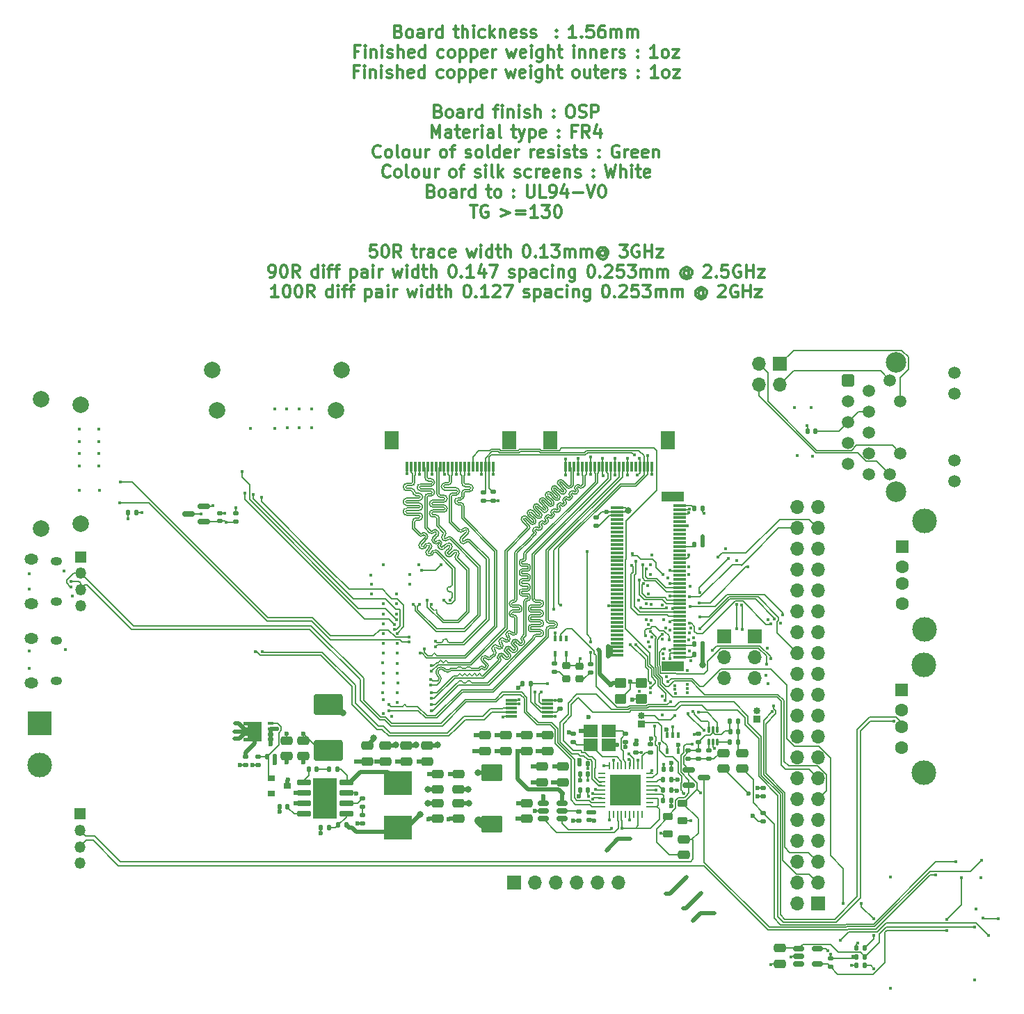
<source format=gtl>
G04 #@! TF.GenerationSoftware,KiCad,Pcbnew,(6.99.0-3780-g6ddc5c1a6e)*
G04 #@! TF.CreationDate,2022-10-07T14:26:14+02:00*
G04 #@! TF.ProjectId,Unifying,556e6966-7969-46e6-972e-6b696361645f,rev?*
G04 #@! TF.SameCoordinates,Original*
G04 #@! TF.FileFunction,Copper,L1,Top*
G04 #@! TF.FilePolarity,Positive*
%FSLAX46Y46*%
G04 Gerber Fmt 4.6, Leading zero omitted, Abs format (unit mm)*
G04 Created by KiCad (PCBNEW (6.99.0-3780-g6ddc5c1a6e)) date 2022-10-07 14:26:14*
%MOMM*%
%LPD*%
G01*
G04 APERTURE LIST*
G04 Aperture macros list*
%AMRoundRect*
0 Rectangle with rounded corners*
0 $1 Rounding radius*
0 $2 $3 $4 $5 $6 $7 $8 $9 X,Y pos of 4 corners*
0 Add a 4 corners polygon primitive as box body*
4,1,4,$2,$3,$4,$5,$6,$7,$8,$9,$2,$3,0*
0 Add four circle primitives for the rounded corners*
1,1,$1+$1,$2,$3*
1,1,$1+$1,$4,$5*
1,1,$1+$1,$6,$7*
1,1,$1+$1,$8,$9*
0 Add four rect primitives between the rounded corners*
20,1,$1+$1,$2,$3,$4,$5,0*
20,1,$1+$1,$4,$5,$6,$7,0*
20,1,$1+$1,$6,$7,$8,$9,0*
20,1,$1+$1,$8,$9,$2,$3,0*%
%AMFreePoly0*
4,1,17,1.395000,0.765000,0.855000,0.765000,0.855000,0.535000,1.395000,0.535000,1.395000,0.115000,0.855000,0.115000,0.855000,-0.115000,1.395000,-0.115000,1.395000,-0.535000,0.855000,-0.535000,0.855000,-0.765000,1.395000,-0.765000,1.395000,-1.185000,-0.855000,-1.185000,-0.855000,1.185000,1.395000,1.185000,1.395000,0.765000,1.395000,0.765000,$1*%
G04 Aperture macros list end*
%ADD10C,0.300000*%
G04 #@! TA.AperFunction,NonConductor*
%ADD11C,0.300000*%
G04 #@! TD*
G04 #@! TA.AperFunction,ComponentPad*
%ADD12C,1.500000*%
G04 #@! TD*
G04 #@! TA.AperFunction,ComponentPad*
%ADD13C,2.500000*%
G04 #@! TD*
G04 #@! TA.AperFunction,ComponentPad*
%ADD14RoundRect,0.250500X-0.499500X0.499500X-0.499500X-0.499500X0.499500X-0.499500X0.499500X0.499500X0*%
G04 #@! TD*
G04 #@! TA.AperFunction,ComponentPad*
%ADD15O,1.700000X1.700000*%
G04 #@! TD*
G04 #@! TA.AperFunction,ComponentPad*
%ADD16R,1.700000X1.700000*%
G04 #@! TD*
G04 #@! TA.AperFunction,SMDPad,CuDef*
%ADD17RoundRect,0.140000X0.140000X0.170000X-0.140000X0.170000X-0.140000X-0.170000X0.140000X-0.170000X0*%
G04 #@! TD*
G04 #@! TA.AperFunction,SMDPad,CuDef*
%ADD18RoundRect,0.135000X0.185000X-0.135000X0.185000X0.135000X-0.185000X0.135000X-0.185000X-0.135000X0*%
G04 #@! TD*
G04 #@! TA.AperFunction,SMDPad,CuDef*
%ADD19RoundRect,0.135000X0.135000X0.185000X-0.135000X0.185000X-0.135000X-0.185000X0.135000X-0.185000X0*%
G04 #@! TD*
G04 #@! TA.AperFunction,SMDPad,CuDef*
%ADD20R,0.300000X1.300000*%
G04 #@! TD*
G04 #@! TA.AperFunction,SMDPad,CuDef*
%ADD21R,1.800000X2.200000*%
G04 #@! TD*
G04 #@! TA.AperFunction,SMDPad,CuDef*
%ADD22RoundRect,0.135000X-0.185000X0.135000X-0.185000X-0.135000X0.185000X-0.135000X0.185000X0.135000X0*%
G04 #@! TD*
G04 #@! TA.AperFunction,SMDPad,CuDef*
%ADD23R,0.400000X0.650000*%
G04 #@! TD*
G04 #@! TA.AperFunction,ComponentPad*
%ADD24R,0.850000X0.850000*%
G04 #@! TD*
G04 #@! TA.AperFunction,ComponentPad*
%ADD25O,0.850000X0.850000*%
G04 #@! TD*
G04 #@! TA.AperFunction,SMDPad,CuDef*
%ADD26RoundRect,0.250000X0.475000X-0.250000X0.475000X0.250000X-0.475000X0.250000X-0.475000X-0.250000X0*%
G04 #@! TD*
G04 #@! TA.AperFunction,ComponentPad*
%ADD27R,3.000000X3.000000*%
G04 #@! TD*
G04 #@! TA.AperFunction,ComponentPad*
%ADD28C,3.000000*%
G04 #@! TD*
G04 #@! TA.AperFunction,SMDPad,CuDef*
%ADD29RoundRect,0.150000X-0.587500X-0.150000X0.587500X-0.150000X0.587500X0.150000X-0.587500X0.150000X0*%
G04 #@! TD*
G04 #@! TA.AperFunction,SMDPad,CuDef*
%ADD30RoundRect,0.250000X-0.475000X0.250000X-0.475000X-0.250000X0.475000X-0.250000X0.475000X0.250000X0*%
G04 #@! TD*
G04 #@! TA.AperFunction,SMDPad,CuDef*
%ADD31RoundRect,0.135000X-0.135000X-0.185000X0.135000X-0.185000X0.135000X0.185000X-0.135000X0.185000X0*%
G04 #@! TD*
G04 #@! TA.AperFunction,SMDPad,CuDef*
%ADD32R,0.700000X0.420000*%
G04 #@! TD*
G04 #@! TA.AperFunction,SMDPad,CuDef*
%ADD33FreePoly0,180.000000*%
G04 #@! TD*
G04 #@! TA.AperFunction,SMDPad,CuDef*
%ADD34RoundRect,0.250000X-0.450000X0.350000X-0.450000X-0.350000X0.450000X-0.350000X0.450000X0.350000X0*%
G04 #@! TD*
G04 #@! TA.AperFunction,SMDPad,CuDef*
%ADD35R,1.800000X1.500000*%
G04 #@! TD*
G04 #@! TA.AperFunction,SMDPad,CuDef*
%ADD36R,3.500000X2.950000*%
G04 #@! TD*
G04 #@! TA.AperFunction,SMDPad,CuDef*
%ADD37RoundRect,0.250000X-1.025000X0.787500X-1.025000X-0.787500X1.025000X-0.787500X1.025000X0.787500X0*%
G04 #@! TD*
G04 #@! TA.AperFunction,SMDPad,CuDef*
%ADD38RoundRect,0.140000X-0.170000X0.140000X-0.170000X-0.140000X0.170000X-0.140000X0.170000X0.140000X0*%
G04 #@! TD*
G04 #@! TA.AperFunction,SMDPad,CuDef*
%ADD39R,0.900000X0.800000*%
G04 #@! TD*
G04 #@! TA.AperFunction,SMDPad,CuDef*
%ADD40RoundRect,0.140000X0.170000X-0.140000X0.170000X0.140000X-0.170000X0.140000X-0.170000X-0.140000X0*%
G04 #@! TD*
G04 #@! TA.AperFunction,SMDPad,CuDef*
%ADD41RoundRect,0.250000X0.450000X-0.350000X0.450000X0.350000X-0.450000X0.350000X-0.450000X-0.350000X0*%
G04 #@! TD*
G04 #@! TA.AperFunction,SMDPad,CuDef*
%ADD42R,1.400000X0.300000*%
G04 #@! TD*
G04 #@! TA.AperFunction,SMDPad,CuDef*
%ADD43RoundRect,0.079000X-0.079000X0.343500X-0.079000X-0.343500X0.079000X-0.343500X0.079000X0.343500X0*%
G04 #@! TD*
G04 #@! TA.AperFunction,SMDPad,CuDef*
%ADD44RoundRect,0.140000X-0.140000X-0.170000X0.140000X-0.170000X0.140000X0.170000X-0.140000X0.170000X0*%
G04 #@! TD*
G04 #@! TA.AperFunction,SMDPad,CuDef*
%ADD45RoundRect,0.150000X-0.512500X-0.150000X0.512500X-0.150000X0.512500X0.150000X-0.512500X0.150000X0*%
G04 #@! TD*
G04 #@! TA.AperFunction,SMDPad,CuDef*
%ADD46RoundRect,0.150000X-0.737500X-0.150000X0.737500X-0.150000X0.737500X0.150000X-0.737500X0.150000X0*%
G04 #@! TD*
G04 #@! TA.AperFunction,ComponentPad*
%ADD47C,0.500000*%
G04 #@! TD*
G04 #@! TA.AperFunction,SMDPad,CuDef*
%ADD48R,2.950000X4.900000*%
G04 #@! TD*
G04 #@! TA.AperFunction,SMDPad,CuDef*
%ADD49RoundRect,0.062500X-0.350000X-0.062500X0.350000X-0.062500X0.350000X0.062500X-0.350000X0.062500X0*%
G04 #@! TD*
G04 #@! TA.AperFunction,SMDPad,CuDef*
%ADD50RoundRect,0.062500X-0.062500X-0.350000X0.062500X-0.350000X0.062500X0.350000X-0.062500X0.350000X0*%
G04 #@! TD*
G04 #@! TA.AperFunction,SMDPad,CuDef*
%ADD51R,3.700000X3.700000*%
G04 #@! TD*
G04 #@! TA.AperFunction,SMDPad,CuDef*
%ADD52RoundRect,0.218750X0.256250X-0.218750X0.256250X0.218750X-0.256250X0.218750X-0.256250X-0.218750X0*%
G04 #@! TD*
G04 #@! TA.AperFunction,SMDPad,CuDef*
%ADD53RoundRect,0.218750X-0.381250X0.218750X-0.381250X-0.218750X0.381250X-0.218750X0.381250X0.218750X0*%
G04 #@! TD*
G04 #@! TA.AperFunction,SMDPad,CuDef*
%ADD54RoundRect,0.218750X0.381250X-0.218750X0.381250X0.218750X-0.381250X0.218750X-0.381250X-0.218750X0*%
G04 #@! TD*
G04 #@! TA.AperFunction,SMDPad,CuDef*
%ADD55R,2.750000X1.200000*%
G04 #@! TD*
G04 #@! TA.AperFunction,SMDPad,CuDef*
%ADD56R,1.550000X0.300000*%
G04 #@! TD*
G04 #@! TA.AperFunction,SMDPad,CuDef*
%ADD57RoundRect,0.249999X-1.500001X1.025001X-1.500001X-1.025001X1.500001X-1.025001X1.500001X1.025001X0*%
G04 #@! TD*
G04 #@! TA.AperFunction,SMDPad,CuDef*
%ADD58RoundRect,0.150000X0.587500X0.150000X-0.587500X0.150000X-0.587500X-0.150000X0.587500X-0.150000X0*%
G04 #@! TD*
G04 #@! TA.AperFunction,ComponentPad*
%ADD59O,1.700000X1.300000*%
G04 #@! TD*
G04 #@! TA.AperFunction,ComponentPad*
%ADD60O,1.400000X1.000000*%
G04 #@! TD*
G04 #@! TA.AperFunction,ComponentPad*
%ADD61C,2.000000*%
G04 #@! TD*
G04 #@! TA.AperFunction,ComponentPad*
%ADD62R,1.350000X1.350000*%
G04 #@! TD*
G04 #@! TA.AperFunction,ComponentPad*
%ADD63O,1.350000X1.350000*%
G04 #@! TD*
G04 #@! TA.AperFunction,ComponentPad*
%ADD64R,1.500000X1.600000*%
G04 #@! TD*
G04 #@! TA.AperFunction,ComponentPad*
%ADD65C,1.600000*%
G04 #@! TD*
G04 #@! TA.AperFunction,ViaPad*
%ADD66C,0.450000*%
G04 #@! TD*
G04 #@! TA.AperFunction,ViaPad*
%ADD67C,0.420000*%
G04 #@! TD*
G04 #@! TA.AperFunction,ViaPad*
%ADD68C,0.600000*%
G04 #@! TD*
G04 #@! TA.AperFunction,ViaPad*
%ADD69C,0.800000*%
G04 #@! TD*
G04 #@! TA.AperFunction,Conductor*
%ADD70C,0.500000*%
G04 #@! TD*
G04 #@! TA.AperFunction,Conductor*
%ADD71C,0.200000*%
G04 #@! TD*
G04 #@! TA.AperFunction,Conductor*
%ADD72C,0.127000*%
G04 #@! TD*
G04 #@! TA.AperFunction,Conductor*
%ADD73C,0.150000*%
G04 #@! TD*
G04 #@! TA.AperFunction,Conductor*
%ADD74C,0.130000*%
G04 #@! TD*
G04 #@! TA.AperFunction,Conductor*
%ADD75C,0.147000*%
G04 #@! TD*
G04 #@! TA.AperFunction,Conductor*
%ADD76C,1.000000*%
G04 #@! TD*
G04 APERTURE END LIST*
D10*
D11*
X143179999Y-35890357D02*
X143394285Y-35961785D01*
X143394285Y-35961785D02*
X143465714Y-36033214D01*
X143465714Y-36033214D02*
X143537142Y-36176071D01*
X143537142Y-36176071D02*
X143537142Y-36390357D01*
X143537142Y-36390357D02*
X143465714Y-36533214D01*
X143465714Y-36533214D02*
X143394285Y-36604642D01*
X143394285Y-36604642D02*
X143251428Y-36676071D01*
X143251428Y-36676071D02*
X142679999Y-36676071D01*
X142679999Y-36676071D02*
X142679999Y-35176071D01*
X142679999Y-35176071D02*
X143179999Y-35176071D01*
X143179999Y-35176071D02*
X143322857Y-35247500D01*
X143322857Y-35247500D02*
X143394285Y-35318928D01*
X143394285Y-35318928D02*
X143465714Y-35461785D01*
X143465714Y-35461785D02*
X143465714Y-35604642D01*
X143465714Y-35604642D02*
X143394285Y-35747500D01*
X143394285Y-35747500D02*
X143322857Y-35818928D01*
X143322857Y-35818928D02*
X143179999Y-35890357D01*
X143179999Y-35890357D02*
X142679999Y-35890357D01*
X144394285Y-36676071D02*
X144251428Y-36604642D01*
X144251428Y-36604642D02*
X144179999Y-36533214D01*
X144179999Y-36533214D02*
X144108571Y-36390357D01*
X144108571Y-36390357D02*
X144108571Y-35961785D01*
X144108571Y-35961785D02*
X144179999Y-35818928D01*
X144179999Y-35818928D02*
X144251428Y-35747500D01*
X144251428Y-35747500D02*
X144394285Y-35676071D01*
X144394285Y-35676071D02*
X144608571Y-35676071D01*
X144608571Y-35676071D02*
X144751428Y-35747500D01*
X144751428Y-35747500D02*
X144822857Y-35818928D01*
X144822857Y-35818928D02*
X144894285Y-35961785D01*
X144894285Y-35961785D02*
X144894285Y-36390357D01*
X144894285Y-36390357D02*
X144822857Y-36533214D01*
X144822857Y-36533214D02*
X144751428Y-36604642D01*
X144751428Y-36604642D02*
X144608571Y-36676071D01*
X144608571Y-36676071D02*
X144394285Y-36676071D01*
X146180000Y-36676071D02*
X146180000Y-35890357D01*
X146180000Y-35890357D02*
X146108571Y-35747500D01*
X146108571Y-35747500D02*
X145965714Y-35676071D01*
X145965714Y-35676071D02*
X145680000Y-35676071D01*
X145680000Y-35676071D02*
X145537142Y-35747500D01*
X146180000Y-36604642D02*
X146037142Y-36676071D01*
X146037142Y-36676071D02*
X145680000Y-36676071D01*
X145680000Y-36676071D02*
X145537142Y-36604642D01*
X145537142Y-36604642D02*
X145465714Y-36461785D01*
X145465714Y-36461785D02*
X145465714Y-36318928D01*
X145465714Y-36318928D02*
X145537142Y-36176071D01*
X145537142Y-36176071D02*
X145680000Y-36104642D01*
X145680000Y-36104642D02*
X146037142Y-36104642D01*
X146037142Y-36104642D02*
X146180000Y-36033214D01*
X146894285Y-36676071D02*
X146894285Y-35676071D01*
X146894285Y-35961785D02*
X146965714Y-35818928D01*
X146965714Y-35818928D02*
X147037143Y-35747500D01*
X147037143Y-35747500D02*
X147180000Y-35676071D01*
X147180000Y-35676071D02*
X147322857Y-35676071D01*
X148465714Y-36676071D02*
X148465714Y-35176071D01*
X148465714Y-36604642D02*
X148322856Y-36676071D01*
X148322856Y-36676071D02*
X148037142Y-36676071D01*
X148037142Y-36676071D02*
X147894285Y-36604642D01*
X147894285Y-36604642D02*
X147822856Y-36533214D01*
X147822856Y-36533214D02*
X147751428Y-36390357D01*
X147751428Y-36390357D02*
X147751428Y-35961785D01*
X147751428Y-35961785D02*
X147822856Y-35818928D01*
X147822856Y-35818928D02*
X147894285Y-35747500D01*
X147894285Y-35747500D02*
X148037142Y-35676071D01*
X148037142Y-35676071D02*
X148322856Y-35676071D01*
X148322856Y-35676071D02*
X148465714Y-35747500D01*
X149865714Y-35676071D02*
X150437142Y-35676071D01*
X150079999Y-35176071D02*
X150079999Y-36461785D01*
X150079999Y-36461785D02*
X150151428Y-36604642D01*
X150151428Y-36604642D02*
X150294285Y-36676071D01*
X150294285Y-36676071D02*
X150437142Y-36676071D01*
X150937142Y-36676071D02*
X150937142Y-35176071D01*
X151580000Y-36676071D02*
X151580000Y-35890357D01*
X151580000Y-35890357D02*
X151508571Y-35747500D01*
X151508571Y-35747500D02*
X151365714Y-35676071D01*
X151365714Y-35676071D02*
X151151428Y-35676071D01*
X151151428Y-35676071D02*
X151008571Y-35747500D01*
X151008571Y-35747500D02*
X150937142Y-35818928D01*
X152294285Y-36676071D02*
X152294285Y-35676071D01*
X152294285Y-35176071D02*
X152222857Y-35247500D01*
X152222857Y-35247500D02*
X152294285Y-35318928D01*
X152294285Y-35318928D02*
X152365714Y-35247500D01*
X152365714Y-35247500D02*
X152294285Y-35176071D01*
X152294285Y-35176071D02*
X152294285Y-35318928D01*
X153651429Y-36604642D02*
X153508571Y-36676071D01*
X153508571Y-36676071D02*
X153222857Y-36676071D01*
X153222857Y-36676071D02*
X153080000Y-36604642D01*
X153080000Y-36604642D02*
X153008571Y-36533214D01*
X153008571Y-36533214D02*
X152937143Y-36390357D01*
X152937143Y-36390357D02*
X152937143Y-35961785D01*
X152937143Y-35961785D02*
X153008571Y-35818928D01*
X153008571Y-35818928D02*
X153080000Y-35747500D01*
X153080000Y-35747500D02*
X153222857Y-35676071D01*
X153222857Y-35676071D02*
X153508571Y-35676071D01*
X153508571Y-35676071D02*
X153651429Y-35747500D01*
X154294285Y-36676071D02*
X154294285Y-35176071D01*
X154437143Y-36104642D02*
X154865714Y-36676071D01*
X154865714Y-35676071D02*
X154294285Y-36247500D01*
X155508571Y-35676071D02*
X155508571Y-36676071D01*
X155508571Y-35818928D02*
X155580000Y-35747500D01*
X155580000Y-35747500D02*
X155722857Y-35676071D01*
X155722857Y-35676071D02*
X155937143Y-35676071D01*
X155937143Y-35676071D02*
X156080000Y-35747500D01*
X156080000Y-35747500D02*
X156151429Y-35890357D01*
X156151429Y-35890357D02*
X156151429Y-36676071D01*
X157437143Y-36604642D02*
X157294286Y-36676071D01*
X157294286Y-36676071D02*
X157008572Y-36676071D01*
X157008572Y-36676071D02*
X156865714Y-36604642D01*
X156865714Y-36604642D02*
X156794286Y-36461785D01*
X156794286Y-36461785D02*
X156794286Y-35890357D01*
X156794286Y-35890357D02*
X156865714Y-35747500D01*
X156865714Y-35747500D02*
X157008572Y-35676071D01*
X157008572Y-35676071D02*
X157294286Y-35676071D01*
X157294286Y-35676071D02*
X157437143Y-35747500D01*
X157437143Y-35747500D02*
X157508572Y-35890357D01*
X157508572Y-35890357D02*
X157508572Y-36033214D01*
X157508572Y-36033214D02*
X156794286Y-36176071D01*
X158080000Y-36604642D02*
X158222857Y-36676071D01*
X158222857Y-36676071D02*
X158508571Y-36676071D01*
X158508571Y-36676071D02*
X158651428Y-36604642D01*
X158651428Y-36604642D02*
X158722857Y-36461785D01*
X158722857Y-36461785D02*
X158722857Y-36390357D01*
X158722857Y-36390357D02*
X158651428Y-36247500D01*
X158651428Y-36247500D02*
X158508571Y-36176071D01*
X158508571Y-36176071D02*
X158294286Y-36176071D01*
X158294286Y-36176071D02*
X158151428Y-36104642D01*
X158151428Y-36104642D02*
X158080000Y-35961785D01*
X158080000Y-35961785D02*
X158080000Y-35890357D01*
X158080000Y-35890357D02*
X158151428Y-35747500D01*
X158151428Y-35747500D02*
X158294286Y-35676071D01*
X158294286Y-35676071D02*
X158508571Y-35676071D01*
X158508571Y-35676071D02*
X158651428Y-35747500D01*
X159294286Y-36604642D02*
X159437143Y-36676071D01*
X159437143Y-36676071D02*
X159722857Y-36676071D01*
X159722857Y-36676071D02*
X159865714Y-36604642D01*
X159865714Y-36604642D02*
X159937143Y-36461785D01*
X159937143Y-36461785D02*
X159937143Y-36390357D01*
X159937143Y-36390357D02*
X159865714Y-36247500D01*
X159865714Y-36247500D02*
X159722857Y-36176071D01*
X159722857Y-36176071D02*
X159508572Y-36176071D01*
X159508572Y-36176071D02*
X159365714Y-36104642D01*
X159365714Y-36104642D02*
X159294286Y-35961785D01*
X159294286Y-35961785D02*
X159294286Y-35890357D01*
X159294286Y-35890357D02*
X159365714Y-35747500D01*
X159365714Y-35747500D02*
X159508572Y-35676071D01*
X159508572Y-35676071D02*
X159722857Y-35676071D01*
X159722857Y-35676071D02*
X159865714Y-35747500D01*
X162380000Y-36533214D02*
X162451429Y-36604642D01*
X162451429Y-36604642D02*
X162380000Y-36676071D01*
X162380000Y-36676071D02*
X162308572Y-36604642D01*
X162308572Y-36604642D02*
X162380000Y-36533214D01*
X162380000Y-36533214D02*
X162380000Y-36676071D01*
X162380000Y-35747500D02*
X162451429Y-35818928D01*
X162451429Y-35818928D02*
X162380000Y-35890357D01*
X162380000Y-35890357D02*
X162308572Y-35818928D01*
X162308572Y-35818928D02*
X162380000Y-35747500D01*
X162380000Y-35747500D02*
X162380000Y-35890357D01*
X164780001Y-36676071D02*
X163922858Y-36676071D01*
X164351429Y-36676071D02*
X164351429Y-35176071D01*
X164351429Y-35176071D02*
X164208572Y-35390357D01*
X164208572Y-35390357D02*
X164065715Y-35533214D01*
X164065715Y-35533214D02*
X163922858Y-35604642D01*
X165422857Y-36533214D02*
X165494286Y-36604642D01*
X165494286Y-36604642D02*
X165422857Y-36676071D01*
X165422857Y-36676071D02*
X165351429Y-36604642D01*
X165351429Y-36604642D02*
X165422857Y-36533214D01*
X165422857Y-36533214D02*
X165422857Y-36676071D01*
X166851429Y-35176071D02*
X166137143Y-35176071D01*
X166137143Y-35176071D02*
X166065715Y-35890357D01*
X166065715Y-35890357D02*
X166137143Y-35818928D01*
X166137143Y-35818928D02*
X166280001Y-35747500D01*
X166280001Y-35747500D02*
X166637143Y-35747500D01*
X166637143Y-35747500D02*
X166780001Y-35818928D01*
X166780001Y-35818928D02*
X166851429Y-35890357D01*
X166851429Y-35890357D02*
X166922858Y-36033214D01*
X166922858Y-36033214D02*
X166922858Y-36390357D01*
X166922858Y-36390357D02*
X166851429Y-36533214D01*
X166851429Y-36533214D02*
X166780001Y-36604642D01*
X166780001Y-36604642D02*
X166637143Y-36676071D01*
X166637143Y-36676071D02*
X166280001Y-36676071D01*
X166280001Y-36676071D02*
X166137143Y-36604642D01*
X166137143Y-36604642D02*
X166065715Y-36533214D01*
X168208572Y-35176071D02*
X167922857Y-35176071D01*
X167922857Y-35176071D02*
X167780000Y-35247500D01*
X167780000Y-35247500D02*
X167708572Y-35318928D01*
X167708572Y-35318928D02*
X167565714Y-35533214D01*
X167565714Y-35533214D02*
X167494286Y-35818928D01*
X167494286Y-35818928D02*
X167494286Y-36390357D01*
X167494286Y-36390357D02*
X167565714Y-36533214D01*
X167565714Y-36533214D02*
X167637143Y-36604642D01*
X167637143Y-36604642D02*
X167780000Y-36676071D01*
X167780000Y-36676071D02*
X168065714Y-36676071D01*
X168065714Y-36676071D02*
X168208572Y-36604642D01*
X168208572Y-36604642D02*
X168280000Y-36533214D01*
X168280000Y-36533214D02*
X168351429Y-36390357D01*
X168351429Y-36390357D02*
X168351429Y-36033214D01*
X168351429Y-36033214D02*
X168280000Y-35890357D01*
X168280000Y-35890357D02*
X168208572Y-35818928D01*
X168208572Y-35818928D02*
X168065714Y-35747500D01*
X168065714Y-35747500D02*
X167780000Y-35747500D01*
X167780000Y-35747500D02*
X167637143Y-35818928D01*
X167637143Y-35818928D02*
X167565714Y-35890357D01*
X167565714Y-35890357D02*
X167494286Y-36033214D01*
X168994285Y-36676071D02*
X168994285Y-35676071D01*
X168994285Y-35818928D02*
X169065714Y-35747500D01*
X169065714Y-35747500D02*
X169208571Y-35676071D01*
X169208571Y-35676071D02*
X169422857Y-35676071D01*
X169422857Y-35676071D02*
X169565714Y-35747500D01*
X169565714Y-35747500D02*
X169637143Y-35890357D01*
X169637143Y-35890357D02*
X169637143Y-36676071D01*
X169637143Y-35890357D02*
X169708571Y-35747500D01*
X169708571Y-35747500D02*
X169851428Y-35676071D01*
X169851428Y-35676071D02*
X170065714Y-35676071D01*
X170065714Y-35676071D02*
X170208571Y-35747500D01*
X170208571Y-35747500D02*
X170280000Y-35890357D01*
X170280000Y-35890357D02*
X170280000Y-36676071D01*
X170994285Y-36676071D02*
X170994285Y-35676071D01*
X170994285Y-35818928D02*
X171065714Y-35747500D01*
X171065714Y-35747500D02*
X171208571Y-35676071D01*
X171208571Y-35676071D02*
X171422857Y-35676071D01*
X171422857Y-35676071D02*
X171565714Y-35747500D01*
X171565714Y-35747500D02*
X171637143Y-35890357D01*
X171637143Y-35890357D02*
X171637143Y-36676071D01*
X171637143Y-35890357D02*
X171708571Y-35747500D01*
X171708571Y-35747500D02*
X171851428Y-35676071D01*
X171851428Y-35676071D02*
X172065714Y-35676071D01*
X172065714Y-35676071D02*
X172208571Y-35747500D01*
X172208571Y-35747500D02*
X172280000Y-35890357D01*
X172280000Y-35890357D02*
X172280000Y-36676071D01*
X138301427Y-38320357D02*
X137801427Y-38320357D01*
X137801427Y-39106071D02*
X137801427Y-37606071D01*
X137801427Y-37606071D02*
X138515713Y-37606071D01*
X139087141Y-39106071D02*
X139087141Y-38106071D01*
X139087141Y-37606071D02*
X139015713Y-37677500D01*
X139015713Y-37677500D02*
X139087141Y-37748928D01*
X139087141Y-37748928D02*
X139158570Y-37677500D01*
X139158570Y-37677500D02*
X139087141Y-37606071D01*
X139087141Y-37606071D02*
X139087141Y-37748928D01*
X139801427Y-38106071D02*
X139801427Y-39106071D01*
X139801427Y-38248928D02*
X139872856Y-38177500D01*
X139872856Y-38177500D02*
X140015713Y-38106071D01*
X140015713Y-38106071D02*
X140229999Y-38106071D01*
X140229999Y-38106071D02*
X140372856Y-38177500D01*
X140372856Y-38177500D02*
X140444285Y-38320357D01*
X140444285Y-38320357D02*
X140444285Y-39106071D01*
X141158570Y-39106071D02*
X141158570Y-38106071D01*
X141158570Y-37606071D02*
X141087142Y-37677500D01*
X141087142Y-37677500D02*
X141158570Y-37748928D01*
X141158570Y-37748928D02*
X141229999Y-37677500D01*
X141229999Y-37677500D02*
X141158570Y-37606071D01*
X141158570Y-37606071D02*
X141158570Y-37748928D01*
X141801428Y-39034642D02*
X141944285Y-39106071D01*
X141944285Y-39106071D02*
X142229999Y-39106071D01*
X142229999Y-39106071D02*
X142372856Y-39034642D01*
X142372856Y-39034642D02*
X142444285Y-38891785D01*
X142444285Y-38891785D02*
X142444285Y-38820357D01*
X142444285Y-38820357D02*
X142372856Y-38677500D01*
X142372856Y-38677500D02*
X142229999Y-38606071D01*
X142229999Y-38606071D02*
X142015714Y-38606071D01*
X142015714Y-38606071D02*
X141872856Y-38534642D01*
X141872856Y-38534642D02*
X141801428Y-38391785D01*
X141801428Y-38391785D02*
X141801428Y-38320357D01*
X141801428Y-38320357D02*
X141872856Y-38177500D01*
X141872856Y-38177500D02*
X142015714Y-38106071D01*
X142015714Y-38106071D02*
X142229999Y-38106071D01*
X142229999Y-38106071D02*
X142372856Y-38177500D01*
X143087142Y-39106071D02*
X143087142Y-37606071D01*
X143730000Y-39106071D02*
X143730000Y-38320357D01*
X143730000Y-38320357D02*
X143658571Y-38177500D01*
X143658571Y-38177500D02*
X143515714Y-38106071D01*
X143515714Y-38106071D02*
X143301428Y-38106071D01*
X143301428Y-38106071D02*
X143158571Y-38177500D01*
X143158571Y-38177500D02*
X143087142Y-38248928D01*
X145015714Y-39034642D02*
X144872857Y-39106071D01*
X144872857Y-39106071D02*
X144587143Y-39106071D01*
X144587143Y-39106071D02*
X144444285Y-39034642D01*
X144444285Y-39034642D02*
X144372857Y-38891785D01*
X144372857Y-38891785D02*
X144372857Y-38320357D01*
X144372857Y-38320357D02*
X144444285Y-38177500D01*
X144444285Y-38177500D02*
X144587143Y-38106071D01*
X144587143Y-38106071D02*
X144872857Y-38106071D01*
X144872857Y-38106071D02*
X145015714Y-38177500D01*
X145015714Y-38177500D02*
X145087143Y-38320357D01*
X145087143Y-38320357D02*
X145087143Y-38463214D01*
X145087143Y-38463214D02*
X144372857Y-38606071D01*
X146372857Y-39106071D02*
X146372857Y-37606071D01*
X146372857Y-39034642D02*
X146229999Y-39106071D01*
X146229999Y-39106071D02*
X145944285Y-39106071D01*
X145944285Y-39106071D02*
X145801428Y-39034642D01*
X145801428Y-39034642D02*
X145729999Y-38963214D01*
X145729999Y-38963214D02*
X145658571Y-38820357D01*
X145658571Y-38820357D02*
X145658571Y-38391785D01*
X145658571Y-38391785D02*
X145729999Y-38248928D01*
X145729999Y-38248928D02*
X145801428Y-38177500D01*
X145801428Y-38177500D02*
X145944285Y-38106071D01*
X145944285Y-38106071D02*
X146229999Y-38106071D01*
X146229999Y-38106071D02*
X146372857Y-38177500D01*
X148630000Y-39034642D02*
X148487142Y-39106071D01*
X148487142Y-39106071D02*
X148201428Y-39106071D01*
X148201428Y-39106071D02*
X148058571Y-39034642D01*
X148058571Y-39034642D02*
X147987142Y-38963214D01*
X147987142Y-38963214D02*
X147915714Y-38820357D01*
X147915714Y-38820357D02*
X147915714Y-38391785D01*
X147915714Y-38391785D02*
X147987142Y-38248928D01*
X147987142Y-38248928D02*
X148058571Y-38177500D01*
X148058571Y-38177500D02*
X148201428Y-38106071D01*
X148201428Y-38106071D02*
X148487142Y-38106071D01*
X148487142Y-38106071D02*
X148630000Y-38177500D01*
X149487142Y-39106071D02*
X149344285Y-39034642D01*
X149344285Y-39034642D02*
X149272856Y-38963214D01*
X149272856Y-38963214D02*
X149201428Y-38820357D01*
X149201428Y-38820357D02*
X149201428Y-38391785D01*
X149201428Y-38391785D02*
X149272856Y-38248928D01*
X149272856Y-38248928D02*
X149344285Y-38177500D01*
X149344285Y-38177500D02*
X149487142Y-38106071D01*
X149487142Y-38106071D02*
X149701428Y-38106071D01*
X149701428Y-38106071D02*
X149844285Y-38177500D01*
X149844285Y-38177500D02*
X149915714Y-38248928D01*
X149915714Y-38248928D02*
X149987142Y-38391785D01*
X149987142Y-38391785D02*
X149987142Y-38820357D01*
X149987142Y-38820357D02*
X149915714Y-38963214D01*
X149915714Y-38963214D02*
X149844285Y-39034642D01*
X149844285Y-39034642D02*
X149701428Y-39106071D01*
X149701428Y-39106071D02*
X149487142Y-39106071D01*
X150629999Y-38106071D02*
X150629999Y-39606071D01*
X150629999Y-38177500D02*
X150772857Y-38106071D01*
X150772857Y-38106071D02*
X151058571Y-38106071D01*
X151058571Y-38106071D02*
X151201428Y-38177500D01*
X151201428Y-38177500D02*
X151272857Y-38248928D01*
X151272857Y-38248928D02*
X151344285Y-38391785D01*
X151344285Y-38391785D02*
X151344285Y-38820357D01*
X151344285Y-38820357D02*
X151272857Y-38963214D01*
X151272857Y-38963214D02*
X151201428Y-39034642D01*
X151201428Y-39034642D02*
X151058571Y-39106071D01*
X151058571Y-39106071D02*
X150772857Y-39106071D01*
X150772857Y-39106071D02*
X150629999Y-39034642D01*
X151987142Y-38106071D02*
X151987142Y-39606071D01*
X151987142Y-38177500D02*
X152130000Y-38106071D01*
X152130000Y-38106071D02*
X152415714Y-38106071D01*
X152415714Y-38106071D02*
X152558571Y-38177500D01*
X152558571Y-38177500D02*
X152630000Y-38248928D01*
X152630000Y-38248928D02*
X152701428Y-38391785D01*
X152701428Y-38391785D02*
X152701428Y-38820357D01*
X152701428Y-38820357D02*
X152630000Y-38963214D01*
X152630000Y-38963214D02*
X152558571Y-39034642D01*
X152558571Y-39034642D02*
X152415714Y-39106071D01*
X152415714Y-39106071D02*
X152130000Y-39106071D01*
X152130000Y-39106071D02*
X151987142Y-39034642D01*
X153915714Y-39034642D02*
X153772857Y-39106071D01*
X153772857Y-39106071D02*
X153487143Y-39106071D01*
X153487143Y-39106071D02*
X153344285Y-39034642D01*
X153344285Y-39034642D02*
X153272857Y-38891785D01*
X153272857Y-38891785D02*
X153272857Y-38320357D01*
X153272857Y-38320357D02*
X153344285Y-38177500D01*
X153344285Y-38177500D02*
X153487143Y-38106071D01*
X153487143Y-38106071D02*
X153772857Y-38106071D01*
X153772857Y-38106071D02*
X153915714Y-38177500D01*
X153915714Y-38177500D02*
X153987143Y-38320357D01*
X153987143Y-38320357D02*
X153987143Y-38463214D01*
X153987143Y-38463214D02*
X153272857Y-38606071D01*
X154629999Y-39106071D02*
X154629999Y-38106071D01*
X154629999Y-38391785D02*
X154701428Y-38248928D01*
X154701428Y-38248928D02*
X154772857Y-38177500D01*
X154772857Y-38177500D02*
X154915714Y-38106071D01*
X154915714Y-38106071D02*
X155058571Y-38106071D01*
X156315713Y-38106071D02*
X156601428Y-39106071D01*
X156601428Y-39106071D02*
X156887142Y-38391785D01*
X156887142Y-38391785D02*
X157172856Y-39106071D01*
X157172856Y-39106071D02*
X157458570Y-38106071D01*
X158601428Y-39034642D02*
X158458571Y-39106071D01*
X158458571Y-39106071D02*
X158172857Y-39106071D01*
X158172857Y-39106071D02*
X158029999Y-39034642D01*
X158029999Y-39034642D02*
X157958571Y-38891785D01*
X157958571Y-38891785D02*
X157958571Y-38320357D01*
X157958571Y-38320357D02*
X158029999Y-38177500D01*
X158029999Y-38177500D02*
X158172857Y-38106071D01*
X158172857Y-38106071D02*
X158458571Y-38106071D01*
X158458571Y-38106071D02*
X158601428Y-38177500D01*
X158601428Y-38177500D02*
X158672857Y-38320357D01*
X158672857Y-38320357D02*
X158672857Y-38463214D01*
X158672857Y-38463214D02*
X157958571Y-38606071D01*
X159315713Y-39106071D02*
X159315713Y-38106071D01*
X159315713Y-37606071D02*
X159244285Y-37677500D01*
X159244285Y-37677500D02*
X159315713Y-37748928D01*
X159315713Y-37748928D02*
X159387142Y-37677500D01*
X159387142Y-37677500D02*
X159315713Y-37606071D01*
X159315713Y-37606071D02*
X159315713Y-37748928D01*
X160672857Y-38106071D02*
X160672857Y-39320357D01*
X160672857Y-39320357D02*
X160601428Y-39463214D01*
X160601428Y-39463214D02*
X160529999Y-39534642D01*
X160529999Y-39534642D02*
X160387142Y-39606071D01*
X160387142Y-39606071D02*
X160172857Y-39606071D01*
X160172857Y-39606071D02*
X160029999Y-39534642D01*
X160672857Y-39034642D02*
X160529999Y-39106071D01*
X160529999Y-39106071D02*
X160244285Y-39106071D01*
X160244285Y-39106071D02*
X160101428Y-39034642D01*
X160101428Y-39034642D02*
X160029999Y-38963214D01*
X160029999Y-38963214D02*
X159958571Y-38820357D01*
X159958571Y-38820357D02*
X159958571Y-38391785D01*
X159958571Y-38391785D02*
X160029999Y-38248928D01*
X160029999Y-38248928D02*
X160101428Y-38177500D01*
X160101428Y-38177500D02*
X160244285Y-38106071D01*
X160244285Y-38106071D02*
X160529999Y-38106071D01*
X160529999Y-38106071D02*
X160672857Y-38177500D01*
X161387142Y-39106071D02*
X161387142Y-37606071D01*
X162030000Y-39106071D02*
X162030000Y-38320357D01*
X162030000Y-38320357D02*
X161958571Y-38177500D01*
X161958571Y-38177500D02*
X161815714Y-38106071D01*
X161815714Y-38106071D02*
X161601428Y-38106071D01*
X161601428Y-38106071D02*
X161458571Y-38177500D01*
X161458571Y-38177500D02*
X161387142Y-38248928D01*
X162530000Y-38106071D02*
X163101428Y-38106071D01*
X162744285Y-37606071D02*
X162744285Y-38891785D01*
X162744285Y-38891785D02*
X162815714Y-39034642D01*
X162815714Y-39034642D02*
X162958571Y-39106071D01*
X162958571Y-39106071D02*
X163101428Y-39106071D01*
X164501428Y-39106071D02*
X164501428Y-38106071D01*
X164501428Y-37606071D02*
X164430000Y-37677500D01*
X164430000Y-37677500D02*
X164501428Y-37748928D01*
X164501428Y-37748928D02*
X164572857Y-37677500D01*
X164572857Y-37677500D02*
X164501428Y-37606071D01*
X164501428Y-37606071D02*
X164501428Y-37748928D01*
X165215714Y-38106071D02*
X165215714Y-39106071D01*
X165215714Y-38248928D02*
X165287143Y-38177500D01*
X165287143Y-38177500D02*
X165430000Y-38106071D01*
X165430000Y-38106071D02*
X165644286Y-38106071D01*
X165644286Y-38106071D02*
X165787143Y-38177500D01*
X165787143Y-38177500D02*
X165858572Y-38320357D01*
X165858572Y-38320357D02*
X165858572Y-39106071D01*
X166572857Y-38106071D02*
X166572857Y-39106071D01*
X166572857Y-38248928D02*
X166644286Y-38177500D01*
X166644286Y-38177500D02*
X166787143Y-38106071D01*
X166787143Y-38106071D02*
X167001429Y-38106071D01*
X167001429Y-38106071D02*
X167144286Y-38177500D01*
X167144286Y-38177500D02*
X167215715Y-38320357D01*
X167215715Y-38320357D02*
X167215715Y-39106071D01*
X168501429Y-39034642D02*
X168358572Y-39106071D01*
X168358572Y-39106071D02*
X168072858Y-39106071D01*
X168072858Y-39106071D02*
X167930000Y-39034642D01*
X167930000Y-39034642D02*
X167858572Y-38891785D01*
X167858572Y-38891785D02*
X167858572Y-38320357D01*
X167858572Y-38320357D02*
X167930000Y-38177500D01*
X167930000Y-38177500D02*
X168072858Y-38106071D01*
X168072858Y-38106071D02*
X168358572Y-38106071D01*
X168358572Y-38106071D02*
X168501429Y-38177500D01*
X168501429Y-38177500D02*
X168572858Y-38320357D01*
X168572858Y-38320357D02*
X168572858Y-38463214D01*
X168572858Y-38463214D02*
X167858572Y-38606071D01*
X169215714Y-39106071D02*
X169215714Y-38106071D01*
X169215714Y-38391785D02*
X169287143Y-38248928D01*
X169287143Y-38248928D02*
X169358572Y-38177500D01*
X169358572Y-38177500D02*
X169501429Y-38106071D01*
X169501429Y-38106071D02*
X169644286Y-38106071D01*
X170072857Y-39034642D02*
X170215714Y-39106071D01*
X170215714Y-39106071D02*
X170501428Y-39106071D01*
X170501428Y-39106071D02*
X170644285Y-39034642D01*
X170644285Y-39034642D02*
X170715714Y-38891785D01*
X170715714Y-38891785D02*
X170715714Y-38820357D01*
X170715714Y-38820357D02*
X170644285Y-38677500D01*
X170644285Y-38677500D02*
X170501428Y-38606071D01*
X170501428Y-38606071D02*
X170287143Y-38606071D01*
X170287143Y-38606071D02*
X170144285Y-38534642D01*
X170144285Y-38534642D02*
X170072857Y-38391785D01*
X170072857Y-38391785D02*
X170072857Y-38320357D01*
X170072857Y-38320357D02*
X170144285Y-38177500D01*
X170144285Y-38177500D02*
X170287143Y-38106071D01*
X170287143Y-38106071D02*
X170501428Y-38106071D01*
X170501428Y-38106071D02*
X170644285Y-38177500D01*
X172258571Y-38963214D02*
X172330000Y-39034642D01*
X172330000Y-39034642D02*
X172258571Y-39106071D01*
X172258571Y-39106071D02*
X172187143Y-39034642D01*
X172187143Y-39034642D02*
X172258571Y-38963214D01*
X172258571Y-38963214D02*
X172258571Y-39106071D01*
X172258571Y-38177500D02*
X172330000Y-38248928D01*
X172330000Y-38248928D02*
X172258571Y-38320357D01*
X172258571Y-38320357D02*
X172187143Y-38248928D01*
X172187143Y-38248928D02*
X172258571Y-38177500D01*
X172258571Y-38177500D02*
X172258571Y-38320357D01*
X174658572Y-39106071D02*
X173801429Y-39106071D01*
X174230000Y-39106071D02*
X174230000Y-37606071D01*
X174230000Y-37606071D02*
X174087143Y-37820357D01*
X174087143Y-37820357D02*
X173944286Y-37963214D01*
X173944286Y-37963214D02*
X173801429Y-38034642D01*
X175515714Y-39106071D02*
X175372857Y-39034642D01*
X175372857Y-39034642D02*
X175301428Y-38963214D01*
X175301428Y-38963214D02*
X175230000Y-38820357D01*
X175230000Y-38820357D02*
X175230000Y-38391785D01*
X175230000Y-38391785D02*
X175301428Y-38248928D01*
X175301428Y-38248928D02*
X175372857Y-38177500D01*
X175372857Y-38177500D02*
X175515714Y-38106071D01*
X175515714Y-38106071D02*
X175730000Y-38106071D01*
X175730000Y-38106071D02*
X175872857Y-38177500D01*
X175872857Y-38177500D02*
X175944286Y-38248928D01*
X175944286Y-38248928D02*
X176015714Y-38391785D01*
X176015714Y-38391785D02*
X176015714Y-38820357D01*
X176015714Y-38820357D02*
X175944286Y-38963214D01*
X175944286Y-38963214D02*
X175872857Y-39034642D01*
X175872857Y-39034642D02*
X175730000Y-39106071D01*
X175730000Y-39106071D02*
X175515714Y-39106071D01*
X176515714Y-38106071D02*
X177301429Y-38106071D01*
X177301429Y-38106071D02*
X176515714Y-39106071D01*
X176515714Y-39106071D02*
X177301429Y-39106071D01*
X138229999Y-40750357D02*
X137729999Y-40750357D01*
X137729999Y-41536071D02*
X137729999Y-40036071D01*
X137729999Y-40036071D02*
X138444285Y-40036071D01*
X139015713Y-41536071D02*
X139015713Y-40536071D01*
X139015713Y-40036071D02*
X138944285Y-40107500D01*
X138944285Y-40107500D02*
X139015713Y-40178928D01*
X139015713Y-40178928D02*
X139087142Y-40107500D01*
X139087142Y-40107500D02*
X139015713Y-40036071D01*
X139015713Y-40036071D02*
X139015713Y-40178928D01*
X139729999Y-40536071D02*
X139729999Y-41536071D01*
X139729999Y-40678928D02*
X139801428Y-40607500D01*
X139801428Y-40607500D02*
X139944285Y-40536071D01*
X139944285Y-40536071D02*
X140158571Y-40536071D01*
X140158571Y-40536071D02*
X140301428Y-40607500D01*
X140301428Y-40607500D02*
X140372857Y-40750357D01*
X140372857Y-40750357D02*
X140372857Y-41536071D01*
X141087142Y-41536071D02*
X141087142Y-40536071D01*
X141087142Y-40036071D02*
X141015714Y-40107500D01*
X141015714Y-40107500D02*
X141087142Y-40178928D01*
X141087142Y-40178928D02*
X141158571Y-40107500D01*
X141158571Y-40107500D02*
X141087142Y-40036071D01*
X141087142Y-40036071D02*
X141087142Y-40178928D01*
X141730000Y-41464642D02*
X141872857Y-41536071D01*
X141872857Y-41536071D02*
X142158571Y-41536071D01*
X142158571Y-41536071D02*
X142301428Y-41464642D01*
X142301428Y-41464642D02*
X142372857Y-41321785D01*
X142372857Y-41321785D02*
X142372857Y-41250357D01*
X142372857Y-41250357D02*
X142301428Y-41107500D01*
X142301428Y-41107500D02*
X142158571Y-41036071D01*
X142158571Y-41036071D02*
X141944286Y-41036071D01*
X141944286Y-41036071D02*
X141801428Y-40964642D01*
X141801428Y-40964642D02*
X141730000Y-40821785D01*
X141730000Y-40821785D02*
X141730000Y-40750357D01*
X141730000Y-40750357D02*
X141801428Y-40607500D01*
X141801428Y-40607500D02*
X141944286Y-40536071D01*
X141944286Y-40536071D02*
X142158571Y-40536071D01*
X142158571Y-40536071D02*
X142301428Y-40607500D01*
X143015714Y-41536071D02*
X143015714Y-40036071D01*
X143658572Y-41536071D02*
X143658572Y-40750357D01*
X143658572Y-40750357D02*
X143587143Y-40607500D01*
X143587143Y-40607500D02*
X143444286Y-40536071D01*
X143444286Y-40536071D02*
X143230000Y-40536071D01*
X143230000Y-40536071D02*
X143087143Y-40607500D01*
X143087143Y-40607500D02*
X143015714Y-40678928D01*
X144944286Y-41464642D02*
X144801429Y-41536071D01*
X144801429Y-41536071D02*
X144515715Y-41536071D01*
X144515715Y-41536071D02*
X144372857Y-41464642D01*
X144372857Y-41464642D02*
X144301429Y-41321785D01*
X144301429Y-41321785D02*
X144301429Y-40750357D01*
X144301429Y-40750357D02*
X144372857Y-40607500D01*
X144372857Y-40607500D02*
X144515715Y-40536071D01*
X144515715Y-40536071D02*
X144801429Y-40536071D01*
X144801429Y-40536071D02*
X144944286Y-40607500D01*
X144944286Y-40607500D02*
X145015715Y-40750357D01*
X145015715Y-40750357D02*
X145015715Y-40893214D01*
X145015715Y-40893214D02*
X144301429Y-41036071D01*
X146301429Y-41536071D02*
X146301429Y-40036071D01*
X146301429Y-41464642D02*
X146158571Y-41536071D01*
X146158571Y-41536071D02*
X145872857Y-41536071D01*
X145872857Y-41536071D02*
X145730000Y-41464642D01*
X145730000Y-41464642D02*
X145658571Y-41393214D01*
X145658571Y-41393214D02*
X145587143Y-41250357D01*
X145587143Y-41250357D02*
X145587143Y-40821785D01*
X145587143Y-40821785D02*
X145658571Y-40678928D01*
X145658571Y-40678928D02*
X145730000Y-40607500D01*
X145730000Y-40607500D02*
X145872857Y-40536071D01*
X145872857Y-40536071D02*
X146158571Y-40536071D01*
X146158571Y-40536071D02*
X146301429Y-40607500D01*
X148558572Y-41464642D02*
X148415714Y-41536071D01*
X148415714Y-41536071D02*
X148130000Y-41536071D01*
X148130000Y-41536071D02*
X147987143Y-41464642D01*
X147987143Y-41464642D02*
X147915714Y-41393214D01*
X147915714Y-41393214D02*
X147844286Y-41250357D01*
X147844286Y-41250357D02*
X147844286Y-40821785D01*
X147844286Y-40821785D02*
X147915714Y-40678928D01*
X147915714Y-40678928D02*
X147987143Y-40607500D01*
X147987143Y-40607500D02*
X148130000Y-40536071D01*
X148130000Y-40536071D02*
X148415714Y-40536071D01*
X148415714Y-40536071D02*
X148558572Y-40607500D01*
X149415714Y-41536071D02*
X149272857Y-41464642D01*
X149272857Y-41464642D02*
X149201428Y-41393214D01*
X149201428Y-41393214D02*
X149130000Y-41250357D01*
X149130000Y-41250357D02*
X149130000Y-40821785D01*
X149130000Y-40821785D02*
X149201428Y-40678928D01*
X149201428Y-40678928D02*
X149272857Y-40607500D01*
X149272857Y-40607500D02*
X149415714Y-40536071D01*
X149415714Y-40536071D02*
X149630000Y-40536071D01*
X149630000Y-40536071D02*
X149772857Y-40607500D01*
X149772857Y-40607500D02*
X149844286Y-40678928D01*
X149844286Y-40678928D02*
X149915714Y-40821785D01*
X149915714Y-40821785D02*
X149915714Y-41250357D01*
X149915714Y-41250357D02*
X149844286Y-41393214D01*
X149844286Y-41393214D02*
X149772857Y-41464642D01*
X149772857Y-41464642D02*
X149630000Y-41536071D01*
X149630000Y-41536071D02*
X149415714Y-41536071D01*
X150558571Y-40536071D02*
X150558571Y-42036071D01*
X150558571Y-40607500D02*
X150701429Y-40536071D01*
X150701429Y-40536071D02*
X150987143Y-40536071D01*
X150987143Y-40536071D02*
X151130000Y-40607500D01*
X151130000Y-40607500D02*
X151201429Y-40678928D01*
X151201429Y-40678928D02*
X151272857Y-40821785D01*
X151272857Y-40821785D02*
X151272857Y-41250357D01*
X151272857Y-41250357D02*
X151201429Y-41393214D01*
X151201429Y-41393214D02*
X151130000Y-41464642D01*
X151130000Y-41464642D02*
X150987143Y-41536071D01*
X150987143Y-41536071D02*
X150701429Y-41536071D01*
X150701429Y-41536071D02*
X150558571Y-41464642D01*
X151915714Y-40536071D02*
X151915714Y-42036071D01*
X151915714Y-40607500D02*
X152058572Y-40536071D01*
X152058572Y-40536071D02*
X152344286Y-40536071D01*
X152344286Y-40536071D02*
X152487143Y-40607500D01*
X152487143Y-40607500D02*
X152558572Y-40678928D01*
X152558572Y-40678928D02*
X152630000Y-40821785D01*
X152630000Y-40821785D02*
X152630000Y-41250357D01*
X152630000Y-41250357D02*
X152558572Y-41393214D01*
X152558572Y-41393214D02*
X152487143Y-41464642D01*
X152487143Y-41464642D02*
X152344286Y-41536071D01*
X152344286Y-41536071D02*
X152058572Y-41536071D01*
X152058572Y-41536071D02*
X151915714Y-41464642D01*
X153844286Y-41464642D02*
X153701429Y-41536071D01*
X153701429Y-41536071D02*
X153415715Y-41536071D01*
X153415715Y-41536071D02*
X153272857Y-41464642D01*
X153272857Y-41464642D02*
X153201429Y-41321785D01*
X153201429Y-41321785D02*
X153201429Y-40750357D01*
X153201429Y-40750357D02*
X153272857Y-40607500D01*
X153272857Y-40607500D02*
X153415715Y-40536071D01*
X153415715Y-40536071D02*
X153701429Y-40536071D01*
X153701429Y-40536071D02*
X153844286Y-40607500D01*
X153844286Y-40607500D02*
X153915715Y-40750357D01*
X153915715Y-40750357D02*
X153915715Y-40893214D01*
X153915715Y-40893214D02*
X153201429Y-41036071D01*
X154558571Y-41536071D02*
X154558571Y-40536071D01*
X154558571Y-40821785D02*
X154630000Y-40678928D01*
X154630000Y-40678928D02*
X154701429Y-40607500D01*
X154701429Y-40607500D02*
X154844286Y-40536071D01*
X154844286Y-40536071D02*
X154987143Y-40536071D01*
X156244285Y-40536071D02*
X156530000Y-41536071D01*
X156530000Y-41536071D02*
X156815714Y-40821785D01*
X156815714Y-40821785D02*
X157101428Y-41536071D01*
X157101428Y-41536071D02*
X157387142Y-40536071D01*
X158530000Y-41464642D02*
X158387143Y-41536071D01*
X158387143Y-41536071D02*
X158101429Y-41536071D01*
X158101429Y-41536071D02*
X157958571Y-41464642D01*
X157958571Y-41464642D02*
X157887143Y-41321785D01*
X157887143Y-41321785D02*
X157887143Y-40750357D01*
X157887143Y-40750357D02*
X157958571Y-40607500D01*
X157958571Y-40607500D02*
X158101429Y-40536071D01*
X158101429Y-40536071D02*
X158387143Y-40536071D01*
X158387143Y-40536071D02*
X158530000Y-40607500D01*
X158530000Y-40607500D02*
X158601429Y-40750357D01*
X158601429Y-40750357D02*
X158601429Y-40893214D01*
X158601429Y-40893214D02*
X157887143Y-41036071D01*
X159244285Y-41536071D02*
X159244285Y-40536071D01*
X159244285Y-40036071D02*
X159172857Y-40107500D01*
X159172857Y-40107500D02*
X159244285Y-40178928D01*
X159244285Y-40178928D02*
X159315714Y-40107500D01*
X159315714Y-40107500D02*
X159244285Y-40036071D01*
X159244285Y-40036071D02*
X159244285Y-40178928D01*
X160601429Y-40536071D02*
X160601429Y-41750357D01*
X160601429Y-41750357D02*
X160530000Y-41893214D01*
X160530000Y-41893214D02*
X160458571Y-41964642D01*
X160458571Y-41964642D02*
X160315714Y-42036071D01*
X160315714Y-42036071D02*
X160101429Y-42036071D01*
X160101429Y-42036071D02*
X159958571Y-41964642D01*
X160601429Y-41464642D02*
X160458571Y-41536071D01*
X160458571Y-41536071D02*
X160172857Y-41536071D01*
X160172857Y-41536071D02*
X160030000Y-41464642D01*
X160030000Y-41464642D02*
X159958571Y-41393214D01*
X159958571Y-41393214D02*
X159887143Y-41250357D01*
X159887143Y-41250357D02*
X159887143Y-40821785D01*
X159887143Y-40821785D02*
X159958571Y-40678928D01*
X159958571Y-40678928D02*
X160030000Y-40607500D01*
X160030000Y-40607500D02*
X160172857Y-40536071D01*
X160172857Y-40536071D02*
X160458571Y-40536071D01*
X160458571Y-40536071D02*
X160601429Y-40607500D01*
X161315714Y-41536071D02*
X161315714Y-40036071D01*
X161958572Y-41536071D02*
X161958572Y-40750357D01*
X161958572Y-40750357D02*
X161887143Y-40607500D01*
X161887143Y-40607500D02*
X161744286Y-40536071D01*
X161744286Y-40536071D02*
X161530000Y-40536071D01*
X161530000Y-40536071D02*
X161387143Y-40607500D01*
X161387143Y-40607500D02*
X161315714Y-40678928D01*
X162458572Y-40536071D02*
X163030000Y-40536071D01*
X162672857Y-40036071D02*
X162672857Y-41321785D01*
X162672857Y-41321785D02*
X162744286Y-41464642D01*
X162744286Y-41464642D02*
X162887143Y-41536071D01*
X162887143Y-41536071D02*
X163030000Y-41536071D01*
X164644286Y-41536071D02*
X164501429Y-41464642D01*
X164501429Y-41464642D02*
X164430000Y-41393214D01*
X164430000Y-41393214D02*
X164358572Y-41250357D01*
X164358572Y-41250357D02*
X164358572Y-40821785D01*
X164358572Y-40821785D02*
X164430000Y-40678928D01*
X164430000Y-40678928D02*
X164501429Y-40607500D01*
X164501429Y-40607500D02*
X164644286Y-40536071D01*
X164644286Y-40536071D02*
X164858572Y-40536071D01*
X164858572Y-40536071D02*
X165001429Y-40607500D01*
X165001429Y-40607500D02*
X165072858Y-40678928D01*
X165072858Y-40678928D02*
X165144286Y-40821785D01*
X165144286Y-40821785D02*
X165144286Y-41250357D01*
X165144286Y-41250357D02*
X165072858Y-41393214D01*
X165072858Y-41393214D02*
X165001429Y-41464642D01*
X165001429Y-41464642D02*
X164858572Y-41536071D01*
X164858572Y-41536071D02*
X164644286Y-41536071D01*
X166430001Y-40536071D02*
X166430001Y-41536071D01*
X165787143Y-40536071D02*
X165787143Y-41321785D01*
X165787143Y-41321785D02*
X165858572Y-41464642D01*
X165858572Y-41464642D02*
X166001429Y-41536071D01*
X166001429Y-41536071D02*
X166215715Y-41536071D01*
X166215715Y-41536071D02*
X166358572Y-41464642D01*
X166358572Y-41464642D02*
X166430001Y-41393214D01*
X166930001Y-40536071D02*
X167501429Y-40536071D01*
X167144286Y-40036071D02*
X167144286Y-41321785D01*
X167144286Y-41321785D02*
X167215715Y-41464642D01*
X167215715Y-41464642D02*
X167358572Y-41536071D01*
X167358572Y-41536071D02*
X167501429Y-41536071D01*
X168572858Y-41464642D02*
X168430001Y-41536071D01*
X168430001Y-41536071D02*
X168144287Y-41536071D01*
X168144287Y-41536071D02*
X168001429Y-41464642D01*
X168001429Y-41464642D02*
X167930001Y-41321785D01*
X167930001Y-41321785D02*
X167930001Y-40750357D01*
X167930001Y-40750357D02*
X168001429Y-40607500D01*
X168001429Y-40607500D02*
X168144287Y-40536071D01*
X168144287Y-40536071D02*
X168430001Y-40536071D01*
X168430001Y-40536071D02*
X168572858Y-40607500D01*
X168572858Y-40607500D02*
X168644287Y-40750357D01*
X168644287Y-40750357D02*
X168644287Y-40893214D01*
X168644287Y-40893214D02*
X167930001Y-41036071D01*
X169287143Y-41536071D02*
X169287143Y-40536071D01*
X169287143Y-40821785D02*
X169358572Y-40678928D01*
X169358572Y-40678928D02*
X169430001Y-40607500D01*
X169430001Y-40607500D02*
X169572858Y-40536071D01*
X169572858Y-40536071D02*
X169715715Y-40536071D01*
X170144286Y-41464642D02*
X170287143Y-41536071D01*
X170287143Y-41536071D02*
X170572857Y-41536071D01*
X170572857Y-41536071D02*
X170715714Y-41464642D01*
X170715714Y-41464642D02*
X170787143Y-41321785D01*
X170787143Y-41321785D02*
X170787143Y-41250357D01*
X170787143Y-41250357D02*
X170715714Y-41107500D01*
X170715714Y-41107500D02*
X170572857Y-41036071D01*
X170572857Y-41036071D02*
X170358572Y-41036071D01*
X170358572Y-41036071D02*
X170215714Y-40964642D01*
X170215714Y-40964642D02*
X170144286Y-40821785D01*
X170144286Y-40821785D02*
X170144286Y-40750357D01*
X170144286Y-40750357D02*
X170215714Y-40607500D01*
X170215714Y-40607500D02*
X170358572Y-40536071D01*
X170358572Y-40536071D02*
X170572857Y-40536071D01*
X170572857Y-40536071D02*
X170715714Y-40607500D01*
X172330000Y-41393214D02*
X172401429Y-41464642D01*
X172401429Y-41464642D02*
X172330000Y-41536071D01*
X172330000Y-41536071D02*
X172258572Y-41464642D01*
X172258572Y-41464642D02*
X172330000Y-41393214D01*
X172330000Y-41393214D02*
X172330000Y-41536071D01*
X172330000Y-40607500D02*
X172401429Y-40678928D01*
X172401429Y-40678928D02*
X172330000Y-40750357D01*
X172330000Y-40750357D02*
X172258572Y-40678928D01*
X172258572Y-40678928D02*
X172330000Y-40607500D01*
X172330000Y-40607500D02*
X172330000Y-40750357D01*
X174730001Y-41536071D02*
X173872858Y-41536071D01*
X174301429Y-41536071D02*
X174301429Y-40036071D01*
X174301429Y-40036071D02*
X174158572Y-40250357D01*
X174158572Y-40250357D02*
X174015715Y-40393214D01*
X174015715Y-40393214D02*
X173872858Y-40464642D01*
X175587143Y-41536071D02*
X175444286Y-41464642D01*
X175444286Y-41464642D02*
X175372857Y-41393214D01*
X175372857Y-41393214D02*
X175301429Y-41250357D01*
X175301429Y-41250357D02*
X175301429Y-40821785D01*
X175301429Y-40821785D02*
X175372857Y-40678928D01*
X175372857Y-40678928D02*
X175444286Y-40607500D01*
X175444286Y-40607500D02*
X175587143Y-40536071D01*
X175587143Y-40536071D02*
X175801429Y-40536071D01*
X175801429Y-40536071D02*
X175944286Y-40607500D01*
X175944286Y-40607500D02*
X176015715Y-40678928D01*
X176015715Y-40678928D02*
X176087143Y-40821785D01*
X176087143Y-40821785D02*
X176087143Y-41250357D01*
X176087143Y-41250357D02*
X176015715Y-41393214D01*
X176015715Y-41393214D02*
X175944286Y-41464642D01*
X175944286Y-41464642D02*
X175801429Y-41536071D01*
X175801429Y-41536071D02*
X175587143Y-41536071D01*
X176587143Y-40536071D02*
X177372858Y-40536071D01*
X177372858Y-40536071D02*
X176587143Y-41536071D01*
X176587143Y-41536071D02*
X177372858Y-41536071D01*
X148022856Y-45610357D02*
X148237142Y-45681785D01*
X148237142Y-45681785D02*
X148308571Y-45753214D01*
X148308571Y-45753214D02*
X148379999Y-45896071D01*
X148379999Y-45896071D02*
X148379999Y-46110357D01*
X148379999Y-46110357D02*
X148308571Y-46253214D01*
X148308571Y-46253214D02*
X148237142Y-46324642D01*
X148237142Y-46324642D02*
X148094285Y-46396071D01*
X148094285Y-46396071D02*
X147522856Y-46396071D01*
X147522856Y-46396071D02*
X147522856Y-44896071D01*
X147522856Y-44896071D02*
X148022856Y-44896071D01*
X148022856Y-44896071D02*
X148165714Y-44967500D01*
X148165714Y-44967500D02*
X148237142Y-45038928D01*
X148237142Y-45038928D02*
X148308571Y-45181785D01*
X148308571Y-45181785D02*
X148308571Y-45324642D01*
X148308571Y-45324642D02*
X148237142Y-45467500D01*
X148237142Y-45467500D02*
X148165714Y-45538928D01*
X148165714Y-45538928D02*
X148022856Y-45610357D01*
X148022856Y-45610357D02*
X147522856Y-45610357D01*
X149237142Y-46396071D02*
X149094285Y-46324642D01*
X149094285Y-46324642D02*
X149022856Y-46253214D01*
X149022856Y-46253214D02*
X148951428Y-46110357D01*
X148951428Y-46110357D02*
X148951428Y-45681785D01*
X148951428Y-45681785D02*
X149022856Y-45538928D01*
X149022856Y-45538928D02*
X149094285Y-45467500D01*
X149094285Y-45467500D02*
X149237142Y-45396071D01*
X149237142Y-45396071D02*
X149451428Y-45396071D01*
X149451428Y-45396071D02*
X149594285Y-45467500D01*
X149594285Y-45467500D02*
X149665714Y-45538928D01*
X149665714Y-45538928D02*
X149737142Y-45681785D01*
X149737142Y-45681785D02*
X149737142Y-46110357D01*
X149737142Y-46110357D02*
X149665714Y-46253214D01*
X149665714Y-46253214D02*
X149594285Y-46324642D01*
X149594285Y-46324642D02*
X149451428Y-46396071D01*
X149451428Y-46396071D02*
X149237142Y-46396071D01*
X151022857Y-46396071D02*
X151022857Y-45610357D01*
X151022857Y-45610357D02*
X150951428Y-45467500D01*
X150951428Y-45467500D02*
X150808571Y-45396071D01*
X150808571Y-45396071D02*
X150522857Y-45396071D01*
X150522857Y-45396071D02*
X150379999Y-45467500D01*
X151022857Y-46324642D02*
X150879999Y-46396071D01*
X150879999Y-46396071D02*
X150522857Y-46396071D01*
X150522857Y-46396071D02*
X150379999Y-46324642D01*
X150379999Y-46324642D02*
X150308571Y-46181785D01*
X150308571Y-46181785D02*
X150308571Y-46038928D01*
X150308571Y-46038928D02*
X150379999Y-45896071D01*
X150379999Y-45896071D02*
X150522857Y-45824642D01*
X150522857Y-45824642D02*
X150879999Y-45824642D01*
X150879999Y-45824642D02*
X151022857Y-45753214D01*
X151737142Y-46396071D02*
X151737142Y-45396071D01*
X151737142Y-45681785D02*
X151808571Y-45538928D01*
X151808571Y-45538928D02*
X151880000Y-45467500D01*
X151880000Y-45467500D02*
X152022857Y-45396071D01*
X152022857Y-45396071D02*
X152165714Y-45396071D01*
X153308571Y-46396071D02*
X153308571Y-44896071D01*
X153308571Y-46324642D02*
X153165713Y-46396071D01*
X153165713Y-46396071D02*
X152879999Y-46396071D01*
X152879999Y-46396071D02*
X152737142Y-46324642D01*
X152737142Y-46324642D02*
X152665713Y-46253214D01*
X152665713Y-46253214D02*
X152594285Y-46110357D01*
X152594285Y-46110357D02*
X152594285Y-45681785D01*
X152594285Y-45681785D02*
X152665713Y-45538928D01*
X152665713Y-45538928D02*
X152737142Y-45467500D01*
X152737142Y-45467500D02*
X152879999Y-45396071D01*
X152879999Y-45396071D02*
X153165713Y-45396071D01*
X153165713Y-45396071D02*
X153308571Y-45467500D01*
X154708571Y-45396071D02*
X155279999Y-45396071D01*
X154922856Y-46396071D02*
X154922856Y-45110357D01*
X154922856Y-45110357D02*
X154994285Y-44967500D01*
X154994285Y-44967500D02*
X155137142Y-44896071D01*
X155137142Y-44896071D02*
X155279999Y-44896071D01*
X155779999Y-46396071D02*
X155779999Y-45396071D01*
X155779999Y-44896071D02*
X155708571Y-44967500D01*
X155708571Y-44967500D02*
X155779999Y-45038928D01*
X155779999Y-45038928D02*
X155851428Y-44967500D01*
X155851428Y-44967500D02*
X155779999Y-44896071D01*
X155779999Y-44896071D02*
X155779999Y-45038928D01*
X156494285Y-45396071D02*
X156494285Y-46396071D01*
X156494285Y-45538928D02*
X156565714Y-45467500D01*
X156565714Y-45467500D02*
X156708571Y-45396071D01*
X156708571Y-45396071D02*
X156922857Y-45396071D01*
X156922857Y-45396071D02*
X157065714Y-45467500D01*
X157065714Y-45467500D02*
X157137143Y-45610357D01*
X157137143Y-45610357D02*
X157137143Y-46396071D01*
X157851428Y-46396071D02*
X157851428Y-45396071D01*
X157851428Y-44896071D02*
X157780000Y-44967500D01*
X157780000Y-44967500D02*
X157851428Y-45038928D01*
X157851428Y-45038928D02*
X157922857Y-44967500D01*
X157922857Y-44967500D02*
X157851428Y-44896071D01*
X157851428Y-44896071D02*
X157851428Y-45038928D01*
X158494286Y-46324642D02*
X158637143Y-46396071D01*
X158637143Y-46396071D02*
X158922857Y-46396071D01*
X158922857Y-46396071D02*
X159065714Y-46324642D01*
X159065714Y-46324642D02*
X159137143Y-46181785D01*
X159137143Y-46181785D02*
X159137143Y-46110357D01*
X159137143Y-46110357D02*
X159065714Y-45967500D01*
X159065714Y-45967500D02*
X158922857Y-45896071D01*
X158922857Y-45896071D02*
X158708572Y-45896071D01*
X158708572Y-45896071D02*
X158565714Y-45824642D01*
X158565714Y-45824642D02*
X158494286Y-45681785D01*
X158494286Y-45681785D02*
X158494286Y-45610357D01*
X158494286Y-45610357D02*
X158565714Y-45467500D01*
X158565714Y-45467500D02*
X158708572Y-45396071D01*
X158708572Y-45396071D02*
X158922857Y-45396071D01*
X158922857Y-45396071D02*
X159065714Y-45467500D01*
X159780000Y-46396071D02*
X159780000Y-44896071D01*
X160422858Y-46396071D02*
X160422858Y-45610357D01*
X160422858Y-45610357D02*
X160351429Y-45467500D01*
X160351429Y-45467500D02*
X160208572Y-45396071D01*
X160208572Y-45396071D02*
X159994286Y-45396071D01*
X159994286Y-45396071D02*
X159851429Y-45467500D01*
X159851429Y-45467500D02*
X159780000Y-45538928D01*
X162037143Y-46253214D02*
X162108572Y-46324642D01*
X162108572Y-46324642D02*
X162037143Y-46396071D01*
X162037143Y-46396071D02*
X161965715Y-46324642D01*
X161965715Y-46324642D02*
X162037143Y-46253214D01*
X162037143Y-46253214D02*
X162037143Y-46396071D01*
X162037143Y-45467500D02*
X162108572Y-45538928D01*
X162108572Y-45538928D02*
X162037143Y-45610357D01*
X162037143Y-45610357D02*
X161965715Y-45538928D01*
X161965715Y-45538928D02*
X162037143Y-45467500D01*
X162037143Y-45467500D02*
X162037143Y-45610357D01*
X163937144Y-44896071D02*
X164222858Y-44896071D01*
X164222858Y-44896071D02*
X164365715Y-44967500D01*
X164365715Y-44967500D02*
X164508572Y-45110357D01*
X164508572Y-45110357D02*
X164580001Y-45396071D01*
X164580001Y-45396071D02*
X164580001Y-45896071D01*
X164580001Y-45896071D02*
X164508572Y-46181785D01*
X164508572Y-46181785D02*
X164365715Y-46324642D01*
X164365715Y-46324642D02*
X164222858Y-46396071D01*
X164222858Y-46396071D02*
X163937144Y-46396071D01*
X163937144Y-46396071D02*
X163794287Y-46324642D01*
X163794287Y-46324642D02*
X163651429Y-46181785D01*
X163651429Y-46181785D02*
X163580001Y-45896071D01*
X163580001Y-45896071D02*
X163580001Y-45396071D01*
X163580001Y-45396071D02*
X163651429Y-45110357D01*
X163651429Y-45110357D02*
X163794287Y-44967500D01*
X163794287Y-44967500D02*
X163937144Y-44896071D01*
X165151430Y-46324642D02*
X165365716Y-46396071D01*
X165365716Y-46396071D02*
X165722858Y-46396071D01*
X165722858Y-46396071D02*
X165865716Y-46324642D01*
X165865716Y-46324642D02*
X165937144Y-46253214D01*
X165937144Y-46253214D02*
X166008573Y-46110357D01*
X166008573Y-46110357D02*
X166008573Y-45967500D01*
X166008573Y-45967500D02*
X165937144Y-45824642D01*
X165937144Y-45824642D02*
X165865716Y-45753214D01*
X165865716Y-45753214D02*
X165722858Y-45681785D01*
X165722858Y-45681785D02*
X165437144Y-45610357D01*
X165437144Y-45610357D02*
X165294287Y-45538928D01*
X165294287Y-45538928D02*
X165222858Y-45467500D01*
X165222858Y-45467500D02*
X165151430Y-45324642D01*
X165151430Y-45324642D02*
X165151430Y-45181785D01*
X165151430Y-45181785D02*
X165222858Y-45038928D01*
X165222858Y-45038928D02*
X165294287Y-44967500D01*
X165294287Y-44967500D02*
X165437144Y-44896071D01*
X165437144Y-44896071D02*
X165794287Y-44896071D01*
X165794287Y-44896071D02*
X166008573Y-44967500D01*
X166651429Y-46396071D02*
X166651429Y-44896071D01*
X166651429Y-44896071D02*
X167222858Y-44896071D01*
X167222858Y-44896071D02*
X167365715Y-44967500D01*
X167365715Y-44967500D02*
X167437144Y-45038928D01*
X167437144Y-45038928D02*
X167508572Y-45181785D01*
X167508572Y-45181785D02*
X167508572Y-45396071D01*
X167508572Y-45396071D02*
X167437144Y-45538928D01*
X167437144Y-45538928D02*
X167365715Y-45610357D01*
X167365715Y-45610357D02*
X167222858Y-45681785D01*
X167222858Y-45681785D02*
X166651429Y-45681785D01*
X147201428Y-48826071D02*
X147201428Y-47326071D01*
X147201428Y-47326071D02*
X147701428Y-48397500D01*
X147701428Y-48397500D02*
X148201428Y-47326071D01*
X148201428Y-47326071D02*
X148201428Y-48826071D01*
X149558572Y-48826071D02*
X149558572Y-48040357D01*
X149558572Y-48040357D02*
X149487143Y-47897500D01*
X149487143Y-47897500D02*
X149344286Y-47826071D01*
X149344286Y-47826071D02*
X149058572Y-47826071D01*
X149058572Y-47826071D02*
X148915714Y-47897500D01*
X149558572Y-48754642D02*
X149415714Y-48826071D01*
X149415714Y-48826071D02*
X149058572Y-48826071D01*
X149058572Y-48826071D02*
X148915714Y-48754642D01*
X148915714Y-48754642D02*
X148844286Y-48611785D01*
X148844286Y-48611785D02*
X148844286Y-48468928D01*
X148844286Y-48468928D02*
X148915714Y-48326071D01*
X148915714Y-48326071D02*
X149058572Y-48254642D01*
X149058572Y-48254642D02*
X149415714Y-48254642D01*
X149415714Y-48254642D02*
X149558572Y-48183214D01*
X150058572Y-47826071D02*
X150630000Y-47826071D01*
X150272857Y-47326071D02*
X150272857Y-48611785D01*
X150272857Y-48611785D02*
X150344286Y-48754642D01*
X150344286Y-48754642D02*
X150487143Y-48826071D01*
X150487143Y-48826071D02*
X150630000Y-48826071D01*
X151701429Y-48754642D02*
X151558572Y-48826071D01*
X151558572Y-48826071D02*
X151272858Y-48826071D01*
X151272858Y-48826071D02*
X151130000Y-48754642D01*
X151130000Y-48754642D02*
X151058572Y-48611785D01*
X151058572Y-48611785D02*
X151058572Y-48040357D01*
X151058572Y-48040357D02*
X151130000Y-47897500D01*
X151130000Y-47897500D02*
X151272858Y-47826071D01*
X151272858Y-47826071D02*
X151558572Y-47826071D01*
X151558572Y-47826071D02*
X151701429Y-47897500D01*
X151701429Y-47897500D02*
X151772858Y-48040357D01*
X151772858Y-48040357D02*
X151772858Y-48183214D01*
X151772858Y-48183214D02*
X151058572Y-48326071D01*
X152415714Y-48826071D02*
X152415714Y-47826071D01*
X152415714Y-48111785D02*
X152487143Y-47968928D01*
X152487143Y-47968928D02*
X152558572Y-47897500D01*
X152558572Y-47897500D02*
X152701429Y-47826071D01*
X152701429Y-47826071D02*
X152844286Y-47826071D01*
X153344285Y-48826071D02*
X153344285Y-47826071D01*
X153344285Y-47326071D02*
X153272857Y-47397500D01*
X153272857Y-47397500D02*
X153344285Y-47468928D01*
X153344285Y-47468928D02*
X153415714Y-47397500D01*
X153415714Y-47397500D02*
X153344285Y-47326071D01*
X153344285Y-47326071D02*
X153344285Y-47468928D01*
X154701429Y-48826071D02*
X154701429Y-48040357D01*
X154701429Y-48040357D02*
X154630000Y-47897500D01*
X154630000Y-47897500D02*
X154487143Y-47826071D01*
X154487143Y-47826071D02*
X154201429Y-47826071D01*
X154201429Y-47826071D02*
X154058571Y-47897500D01*
X154701429Y-48754642D02*
X154558571Y-48826071D01*
X154558571Y-48826071D02*
X154201429Y-48826071D01*
X154201429Y-48826071D02*
X154058571Y-48754642D01*
X154058571Y-48754642D02*
X153987143Y-48611785D01*
X153987143Y-48611785D02*
X153987143Y-48468928D01*
X153987143Y-48468928D02*
X154058571Y-48326071D01*
X154058571Y-48326071D02*
X154201429Y-48254642D01*
X154201429Y-48254642D02*
X154558571Y-48254642D01*
X154558571Y-48254642D02*
X154701429Y-48183214D01*
X155630000Y-48826071D02*
X155487143Y-48754642D01*
X155487143Y-48754642D02*
X155415714Y-48611785D01*
X155415714Y-48611785D02*
X155415714Y-47326071D01*
X156887143Y-47826071D02*
X157458571Y-47826071D01*
X157101428Y-47326071D02*
X157101428Y-48611785D01*
X157101428Y-48611785D02*
X157172857Y-48754642D01*
X157172857Y-48754642D02*
X157315714Y-48826071D01*
X157315714Y-48826071D02*
X157458571Y-48826071D01*
X157815714Y-47826071D02*
X158172857Y-48826071D01*
X158530000Y-47826071D02*
X158172857Y-48826071D01*
X158172857Y-48826071D02*
X158030000Y-49183214D01*
X158030000Y-49183214D02*
X157958571Y-49254642D01*
X157958571Y-49254642D02*
X157815714Y-49326071D01*
X159101428Y-47826071D02*
X159101428Y-49326071D01*
X159101428Y-47897500D02*
X159244286Y-47826071D01*
X159244286Y-47826071D02*
X159530000Y-47826071D01*
X159530000Y-47826071D02*
X159672857Y-47897500D01*
X159672857Y-47897500D02*
X159744286Y-47968928D01*
X159744286Y-47968928D02*
X159815714Y-48111785D01*
X159815714Y-48111785D02*
X159815714Y-48540357D01*
X159815714Y-48540357D02*
X159744286Y-48683214D01*
X159744286Y-48683214D02*
X159672857Y-48754642D01*
X159672857Y-48754642D02*
X159530000Y-48826071D01*
X159530000Y-48826071D02*
X159244286Y-48826071D01*
X159244286Y-48826071D02*
X159101428Y-48754642D01*
X161030000Y-48754642D02*
X160887143Y-48826071D01*
X160887143Y-48826071D02*
X160601429Y-48826071D01*
X160601429Y-48826071D02*
X160458571Y-48754642D01*
X160458571Y-48754642D02*
X160387143Y-48611785D01*
X160387143Y-48611785D02*
X160387143Y-48040357D01*
X160387143Y-48040357D02*
X160458571Y-47897500D01*
X160458571Y-47897500D02*
X160601429Y-47826071D01*
X160601429Y-47826071D02*
X160887143Y-47826071D01*
X160887143Y-47826071D02*
X161030000Y-47897500D01*
X161030000Y-47897500D02*
X161101429Y-48040357D01*
X161101429Y-48040357D02*
X161101429Y-48183214D01*
X161101429Y-48183214D02*
X160387143Y-48326071D01*
X162644285Y-48683214D02*
X162715714Y-48754642D01*
X162715714Y-48754642D02*
X162644285Y-48826071D01*
X162644285Y-48826071D02*
X162572857Y-48754642D01*
X162572857Y-48754642D02*
X162644285Y-48683214D01*
X162644285Y-48683214D02*
X162644285Y-48826071D01*
X162644285Y-47897500D02*
X162715714Y-47968928D01*
X162715714Y-47968928D02*
X162644285Y-48040357D01*
X162644285Y-48040357D02*
X162572857Y-47968928D01*
X162572857Y-47968928D02*
X162644285Y-47897500D01*
X162644285Y-47897500D02*
X162644285Y-48040357D01*
X164758571Y-48040357D02*
X164258571Y-48040357D01*
X164258571Y-48826071D02*
X164258571Y-47326071D01*
X164258571Y-47326071D02*
X164972857Y-47326071D01*
X166401428Y-48826071D02*
X165901428Y-48111785D01*
X165544285Y-48826071D02*
X165544285Y-47326071D01*
X165544285Y-47326071D02*
X166115714Y-47326071D01*
X166115714Y-47326071D02*
X166258571Y-47397500D01*
X166258571Y-47397500D02*
X166330000Y-47468928D01*
X166330000Y-47468928D02*
X166401428Y-47611785D01*
X166401428Y-47611785D02*
X166401428Y-47826071D01*
X166401428Y-47826071D02*
X166330000Y-47968928D01*
X166330000Y-47968928D02*
X166258571Y-48040357D01*
X166258571Y-48040357D02*
X166115714Y-48111785D01*
X166115714Y-48111785D02*
X165544285Y-48111785D01*
X167687143Y-47826071D02*
X167687143Y-48826071D01*
X167330000Y-47254642D02*
X166972857Y-48326071D01*
X166972857Y-48326071D02*
X167901428Y-48326071D01*
X140980000Y-51113214D02*
X140908572Y-51184642D01*
X140908572Y-51184642D02*
X140694286Y-51256071D01*
X140694286Y-51256071D02*
X140551429Y-51256071D01*
X140551429Y-51256071D02*
X140337143Y-51184642D01*
X140337143Y-51184642D02*
X140194286Y-51041785D01*
X140194286Y-51041785D02*
X140122857Y-50898928D01*
X140122857Y-50898928D02*
X140051429Y-50613214D01*
X140051429Y-50613214D02*
X140051429Y-50398928D01*
X140051429Y-50398928D02*
X140122857Y-50113214D01*
X140122857Y-50113214D02*
X140194286Y-49970357D01*
X140194286Y-49970357D02*
X140337143Y-49827500D01*
X140337143Y-49827500D02*
X140551429Y-49756071D01*
X140551429Y-49756071D02*
X140694286Y-49756071D01*
X140694286Y-49756071D02*
X140908572Y-49827500D01*
X140908572Y-49827500D02*
X140980000Y-49898928D01*
X141837143Y-51256071D02*
X141694286Y-51184642D01*
X141694286Y-51184642D02*
X141622857Y-51113214D01*
X141622857Y-51113214D02*
X141551429Y-50970357D01*
X141551429Y-50970357D02*
X141551429Y-50541785D01*
X141551429Y-50541785D02*
X141622857Y-50398928D01*
X141622857Y-50398928D02*
X141694286Y-50327500D01*
X141694286Y-50327500D02*
X141837143Y-50256071D01*
X141837143Y-50256071D02*
X142051429Y-50256071D01*
X142051429Y-50256071D02*
X142194286Y-50327500D01*
X142194286Y-50327500D02*
X142265715Y-50398928D01*
X142265715Y-50398928D02*
X142337143Y-50541785D01*
X142337143Y-50541785D02*
X142337143Y-50970357D01*
X142337143Y-50970357D02*
X142265715Y-51113214D01*
X142265715Y-51113214D02*
X142194286Y-51184642D01*
X142194286Y-51184642D02*
X142051429Y-51256071D01*
X142051429Y-51256071D02*
X141837143Y-51256071D01*
X143194286Y-51256071D02*
X143051429Y-51184642D01*
X143051429Y-51184642D02*
X142980000Y-51041785D01*
X142980000Y-51041785D02*
X142980000Y-49756071D01*
X143980000Y-51256071D02*
X143837143Y-51184642D01*
X143837143Y-51184642D02*
X143765714Y-51113214D01*
X143765714Y-51113214D02*
X143694286Y-50970357D01*
X143694286Y-50970357D02*
X143694286Y-50541785D01*
X143694286Y-50541785D02*
X143765714Y-50398928D01*
X143765714Y-50398928D02*
X143837143Y-50327500D01*
X143837143Y-50327500D02*
X143980000Y-50256071D01*
X143980000Y-50256071D02*
X144194286Y-50256071D01*
X144194286Y-50256071D02*
X144337143Y-50327500D01*
X144337143Y-50327500D02*
X144408572Y-50398928D01*
X144408572Y-50398928D02*
X144480000Y-50541785D01*
X144480000Y-50541785D02*
X144480000Y-50970357D01*
X144480000Y-50970357D02*
X144408572Y-51113214D01*
X144408572Y-51113214D02*
X144337143Y-51184642D01*
X144337143Y-51184642D02*
X144194286Y-51256071D01*
X144194286Y-51256071D02*
X143980000Y-51256071D01*
X145765715Y-50256071D02*
X145765715Y-51256071D01*
X145122857Y-50256071D02*
X145122857Y-51041785D01*
X145122857Y-51041785D02*
X145194286Y-51184642D01*
X145194286Y-51184642D02*
X145337143Y-51256071D01*
X145337143Y-51256071D02*
X145551429Y-51256071D01*
X145551429Y-51256071D02*
X145694286Y-51184642D01*
X145694286Y-51184642D02*
X145765715Y-51113214D01*
X146480000Y-51256071D02*
X146480000Y-50256071D01*
X146480000Y-50541785D02*
X146551429Y-50398928D01*
X146551429Y-50398928D02*
X146622858Y-50327500D01*
X146622858Y-50327500D02*
X146765715Y-50256071D01*
X146765715Y-50256071D02*
X146908572Y-50256071D01*
X148522857Y-51256071D02*
X148380000Y-51184642D01*
X148380000Y-51184642D02*
X148308571Y-51113214D01*
X148308571Y-51113214D02*
X148237143Y-50970357D01*
X148237143Y-50970357D02*
X148237143Y-50541785D01*
X148237143Y-50541785D02*
X148308571Y-50398928D01*
X148308571Y-50398928D02*
X148380000Y-50327500D01*
X148380000Y-50327500D02*
X148522857Y-50256071D01*
X148522857Y-50256071D02*
X148737143Y-50256071D01*
X148737143Y-50256071D02*
X148880000Y-50327500D01*
X148880000Y-50327500D02*
X148951429Y-50398928D01*
X148951429Y-50398928D02*
X149022857Y-50541785D01*
X149022857Y-50541785D02*
X149022857Y-50970357D01*
X149022857Y-50970357D02*
X148951429Y-51113214D01*
X148951429Y-51113214D02*
X148880000Y-51184642D01*
X148880000Y-51184642D02*
X148737143Y-51256071D01*
X148737143Y-51256071D02*
X148522857Y-51256071D01*
X149451429Y-50256071D02*
X150022857Y-50256071D01*
X149665714Y-51256071D02*
X149665714Y-49970357D01*
X149665714Y-49970357D02*
X149737143Y-49827500D01*
X149737143Y-49827500D02*
X149880000Y-49756071D01*
X149880000Y-49756071D02*
X150022857Y-49756071D01*
X151351429Y-51184642D02*
X151494286Y-51256071D01*
X151494286Y-51256071D02*
X151780000Y-51256071D01*
X151780000Y-51256071D02*
X151922857Y-51184642D01*
X151922857Y-51184642D02*
X151994286Y-51041785D01*
X151994286Y-51041785D02*
X151994286Y-50970357D01*
X151994286Y-50970357D02*
X151922857Y-50827500D01*
X151922857Y-50827500D02*
X151780000Y-50756071D01*
X151780000Y-50756071D02*
X151565715Y-50756071D01*
X151565715Y-50756071D02*
X151422857Y-50684642D01*
X151422857Y-50684642D02*
X151351429Y-50541785D01*
X151351429Y-50541785D02*
X151351429Y-50470357D01*
X151351429Y-50470357D02*
X151422857Y-50327500D01*
X151422857Y-50327500D02*
X151565715Y-50256071D01*
X151565715Y-50256071D02*
X151780000Y-50256071D01*
X151780000Y-50256071D02*
X151922857Y-50327500D01*
X152851429Y-51256071D02*
X152708572Y-51184642D01*
X152708572Y-51184642D02*
X152637143Y-51113214D01*
X152637143Y-51113214D02*
X152565715Y-50970357D01*
X152565715Y-50970357D02*
X152565715Y-50541785D01*
X152565715Y-50541785D02*
X152637143Y-50398928D01*
X152637143Y-50398928D02*
X152708572Y-50327500D01*
X152708572Y-50327500D02*
X152851429Y-50256071D01*
X152851429Y-50256071D02*
X153065715Y-50256071D01*
X153065715Y-50256071D02*
X153208572Y-50327500D01*
X153208572Y-50327500D02*
X153280001Y-50398928D01*
X153280001Y-50398928D02*
X153351429Y-50541785D01*
X153351429Y-50541785D02*
X153351429Y-50970357D01*
X153351429Y-50970357D02*
X153280001Y-51113214D01*
X153280001Y-51113214D02*
X153208572Y-51184642D01*
X153208572Y-51184642D02*
X153065715Y-51256071D01*
X153065715Y-51256071D02*
X152851429Y-51256071D01*
X154208572Y-51256071D02*
X154065715Y-51184642D01*
X154065715Y-51184642D02*
X153994286Y-51041785D01*
X153994286Y-51041785D02*
X153994286Y-49756071D01*
X155422858Y-51256071D02*
X155422858Y-49756071D01*
X155422858Y-51184642D02*
X155280000Y-51256071D01*
X155280000Y-51256071D02*
X154994286Y-51256071D01*
X154994286Y-51256071D02*
X154851429Y-51184642D01*
X154851429Y-51184642D02*
X154780000Y-51113214D01*
X154780000Y-51113214D02*
X154708572Y-50970357D01*
X154708572Y-50970357D02*
X154708572Y-50541785D01*
X154708572Y-50541785D02*
X154780000Y-50398928D01*
X154780000Y-50398928D02*
X154851429Y-50327500D01*
X154851429Y-50327500D02*
X154994286Y-50256071D01*
X154994286Y-50256071D02*
X155280000Y-50256071D01*
X155280000Y-50256071D02*
X155422858Y-50327500D01*
X156708572Y-51184642D02*
X156565715Y-51256071D01*
X156565715Y-51256071D02*
X156280001Y-51256071D01*
X156280001Y-51256071D02*
X156137143Y-51184642D01*
X156137143Y-51184642D02*
X156065715Y-51041785D01*
X156065715Y-51041785D02*
X156065715Y-50470357D01*
X156065715Y-50470357D02*
X156137143Y-50327500D01*
X156137143Y-50327500D02*
X156280001Y-50256071D01*
X156280001Y-50256071D02*
X156565715Y-50256071D01*
X156565715Y-50256071D02*
X156708572Y-50327500D01*
X156708572Y-50327500D02*
X156780001Y-50470357D01*
X156780001Y-50470357D02*
X156780001Y-50613214D01*
X156780001Y-50613214D02*
X156065715Y-50756071D01*
X157422857Y-51256071D02*
X157422857Y-50256071D01*
X157422857Y-50541785D02*
X157494286Y-50398928D01*
X157494286Y-50398928D02*
X157565715Y-50327500D01*
X157565715Y-50327500D02*
X157708572Y-50256071D01*
X157708572Y-50256071D02*
X157851429Y-50256071D01*
X159251428Y-51256071D02*
X159251428Y-50256071D01*
X159251428Y-50541785D02*
X159322857Y-50398928D01*
X159322857Y-50398928D02*
X159394286Y-50327500D01*
X159394286Y-50327500D02*
X159537143Y-50256071D01*
X159537143Y-50256071D02*
X159680000Y-50256071D01*
X160751428Y-51184642D02*
X160608571Y-51256071D01*
X160608571Y-51256071D02*
X160322857Y-51256071D01*
X160322857Y-51256071D02*
X160179999Y-51184642D01*
X160179999Y-51184642D02*
X160108571Y-51041785D01*
X160108571Y-51041785D02*
X160108571Y-50470357D01*
X160108571Y-50470357D02*
X160179999Y-50327500D01*
X160179999Y-50327500D02*
X160322857Y-50256071D01*
X160322857Y-50256071D02*
X160608571Y-50256071D01*
X160608571Y-50256071D02*
X160751428Y-50327500D01*
X160751428Y-50327500D02*
X160822857Y-50470357D01*
X160822857Y-50470357D02*
X160822857Y-50613214D01*
X160822857Y-50613214D02*
X160108571Y-50756071D01*
X161394285Y-51184642D02*
X161537142Y-51256071D01*
X161537142Y-51256071D02*
X161822856Y-51256071D01*
X161822856Y-51256071D02*
X161965713Y-51184642D01*
X161965713Y-51184642D02*
X162037142Y-51041785D01*
X162037142Y-51041785D02*
X162037142Y-50970357D01*
X162037142Y-50970357D02*
X161965713Y-50827500D01*
X161965713Y-50827500D02*
X161822856Y-50756071D01*
X161822856Y-50756071D02*
X161608571Y-50756071D01*
X161608571Y-50756071D02*
X161465713Y-50684642D01*
X161465713Y-50684642D02*
X161394285Y-50541785D01*
X161394285Y-50541785D02*
X161394285Y-50470357D01*
X161394285Y-50470357D02*
X161465713Y-50327500D01*
X161465713Y-50327500D02*
X161608571Y-50256071D01*
X161608571Y-50256071D02*
X161822856Y-50256071D01*
X161822856Y-50256071D02*
X161965713Y-50327500D01*
X162679999Y-51256071D02*
X162679999Y-50256071D01*
X162679999Y-49756071D02*
X162608571Y-49827500D01*
X162608571Y-49827500D02*
X162679999Y-49898928D01*
X162679999Y-49898928D02*
X162751428Y-49827500D01*
X162751428Y-49827500D02*
X162679999Y-49756071D01*
X162679999Y-49756071D02*
X162679999Y-49898928D01*
X163322857Y-51184642D02*
X163465714Y-51256071D01*
X163465714Y-51256071D02*
X163751428Y-51256071D01*
X163751428Y-51256071D02*
X163894285Y-51184642D01*
X163894285Y-51184642D02*
X163965714Y-51041785D01*
X163965714Y-51041785D02*
X163965714Y-50970357D01*
X163965714Y-50970357D02*
X163894285Y-50827500D01*
X163894285Y-50827500D02*
X163751428Y-50756071D01*
X163751428Y-50756071D02*
X163537143Y-50756071D01*
X163537143Y-50756071D02*
X163394285Y-50684642D01*
X163394285Y-50684642D02*
X163322857Y-50541785D01*
X163322857Y-50541785D02*
X163322857Y-50470357D01*
X163322857Y-50470357D02*
X163394285Y-50327500D01*
X163394285Y-50327500D02*
X163537143Y-50256071D01*
X163537143Y-50256071D02*
X163751428Y-50256071D01*
X163751428Y-50256071D02*
X163894285Y-50327500D01*
X164394286Y-50256071D02*
X164965714Y-50256071D01*
X164608571Y-49756071D02*
X164608571Y-51041785D01*
X164608571Y-51041785D02*
X164680000Y-51184642D01*
X164680000Y-51184642D02*
X164822857Y-51256071D01*
X164822857Y-51256071D02*
X164965714Y-51256071D01*
X165394286Y-51184642D02*
X165537143Y-51256071D01*
X165537143Y-51256071D02*
X165822857Y-51256071D01*
X165822857Y-51256071D02*
X165965714Y-51184642D01*
X165965714Y-51184642D02*
X166037143Y-51041785D01*
X166037143Y-51041785D02*
X166037143Y-50970357D01*
X166037143Y-50970357D02*
X165965714Y-50827500D01*
X165965714Y-50827500D02*
X165822857Y-50756071D01*
X165822857Y-50756071D02*
X165608572Y-50756071D01*
X165608572Y-50756071D02*
X165465714Y-50684642D01*
X165465714Y-50684642D02*
X165394286Y-50541785D01*
X165394286Y-50541785D02*
X165394286Y-50470357D01*
X165394286Y-50470357D02*
X165465714Y-50327500D01*
X165465714Y-50327500D02*
X165608572Y-50256071D01*
X165608572Y-50256071D02*
X165822857Y-50256071D01*
X165822857Y-50256071D02*
X165965714Y-50327500D01*
X167580000Y-51113214D02*
X167651429Y-51184642D01*
X167651429Y-51184642D02*
X167580000Y-51256071D01*
X167580000Y-51256071D02*
X167508572Y-51184642D01*
X167508572Y-51184642D02*
X167580000Y-51113214D01*
X167580000Y-51113214D02*
X167580000Y-51256071D01*
X167580000Y-50327500D02*
X167651429Y-50398928D01*
X167651429Y-50398928D02*
X167580000Y-50470357D01*
X167580000Y-50470357D02*
X167508572Y-50398928D01*
X167508572Y-50398928D02*
X167580000Y-50327500D01*
X167580000Y-50327500D02*
X167580000Y-50470357D01*
X169980001Y-49827500D02*
X169837144Y-49756071D01*
X169837144Y-49756071D02*
X169622858Y-49756071D01*
X169622858Y-49756071D02*
X169408572Y-49827500D01*
X169408572Y-49827500D02*
X169265715Y-49970357D01*
X169265715Y-49970357D02*
X169194286Y-50113214D01*
X169194286Y-50113214D02*
X169122858Y-50398928D01*
X169122858Y-50398928D02*
X169122858Y-50613214D01*
X169122858Y-50613214D02*
X169194286Y-50898928D01*
X169194286Y-50898928D02*
X169265715Y-51041785D01*
X169265715Y-51041785D02*
X169408572Y-51184642D01*
X169408572Y-51184642D02*
X169622858Y-51256071D01*
X169622858Y-51256071D02*
X169765715Y-51256071D01*
X169765715Y-51256071D02*
X169980001Y-51184642D01*
X169980001Y-51184642D02*
X170051429Y-51113214D01*
X170051429Y-51113214D02*
X170051429Y-50613214D01*
X170051429Y-50613214D02*
X169765715Y-50613214D01*
X170694286Y-51256071D02*
X170694286Y-50256071D01*
X170694286Y-50541785D02*
X170765715Y-50398928D01*
X170765715Y-50398928D02*
X170837144Y-50327500D01*
X170837144Y-50327500D02*
X170980001Y-50256071D01*
X170980001Y-50256071D02*
X171122858Y-50256071D01*
X172194286Y-51184642D02*
X172051429Y-51256071D01*
X172051429Y-51256071D02*
X171765715Y-51256071D01*
X171765715Y-51256071D02*
X171622857Y-51184642D01*
X171622857Y-51184642D02*
X171551429Y-51041785D01*
X171551429Y-51041785D02*
X171551429Y-50470357D01*
X171551429Y-50470357D02*
X171622857Y-50327500D01*
X171622857Y-50327500D02*
X171765715Y-50256071D01*
X171765715Y-50256071D02*
X172051429Y-50256071D01*
X172051429Y-50256071D02*
X172194286Y-50327500D01*
X172194286Y-50327500D02*
X172265715Y-50470357D01*
X172265715Y-50470357D02*
X172265715Y-50613214D01*
X172265715Y-50613214D02*
X171551429Y-50756071D01*
X173480000Y-51184642D02*
X173337143Y-51256071D01*
X173337143Y-51256071D02*
X173051429Y-51256071D01*
X173051429Y-51256071D02*
X172908571Y-51184642D01*
X172908571Y-51184642D02*
X172837143Y-51041785D01*
X172837143Y-51041785D02*
X172837143Y-50470357D01*
X172837143Y-50470357D02*
X172908571Y-50327500D01*
X172908571Y-50327500D02*
X173051429Y-50256071D01*
X173051429Y-50256071D02*
X173337143Y-50256071D01*
X173337143Y-50256071D02*
X173480000Y-50327500D01*
X173480000Y-50327500D02*
X173551429Y-50470357D01*
X173551429Y-50470357D02*
X173551429Y-50613214D01*
X173551429Y-50613214D02*
X172837143Y-50756071D01*
X174194285Y-50256071D02*
X174194285Y-51256071D01*
X174194285Y-50398928D02*
X174265714Y-50327500D01*
X174265714Y-50327500D02*
X174408571Y-50256071D01*
X174408571Y-50256071D02*
X174622857Y-50256071D01*
X174622857Y-50256071D02*
X174765714Y-50327500D01*
X174765714Y-50327500D02*
X174837143Y-50470357D01*
X174837143Y-50470357D02*
X174837143Y-51256071D01*
X142122856Y-53543214D02*
X142051428Y-53614642D01*
X142051428Y-53614642D02*
X141837142Y-53686071D01*
X141837142Y-53686071D02*
X141694285Y-53686071D01*
X141694285Y-53686071D02*
X141479999Y-53614642D01*
X141479999Y-53614642D02*
X141337142Y-53471785D01*
X141337142Y-53471785D02*
X141265713Y-53328928D01*
X141265713Y-53328928D02*
X141194285Y-53043214D01*
X141194285Y-53043214D02*
X141194285Y-52828928D01*
X141194285Y-52828928D02*
X141265713Y-52543214D01*
X141265713Y-52543214D02*
X141337142Y-52400357D01*
X141337142Y-52400357D02*
X141479999Y-52257500D01*
X141479999Y-52257500D02*
X141694285Y-52186071D01*
X141694285Y-52186071D02*
X141837142Y-52186071D01*
X141837142Y-52186071D02*
X142051428Y-52257500D01*
X142051428Y-52257500D02*
X142122856Y-52328928D01*
X142979999Y-53686071D02*
X142837142Y-53614642D01*
X142837142Y-53614642D02*
X142765713Y-53543214D01*
X142765713Y-53543214D02*
X142694285Y-53400357D01*
X142694285Y-53400357D02*
X142694285Y-52971785D01*
X142694285Y-52971785D02*
X142765713Y-52828928D01*
X142765713Y-52828928D02*
X142837142Y-52757500D01*
X142837142Y-52757500D02*
X142979999Y-52686071D01*
X142979999Y-52686071D02*
X143194285Y-52686071D01*
X143194285Y-52686071D02*
X143337142Y-52757500D01*
X143337142Y-52757500D02*
X143408571Y-52828928D01*
X143408571Y-52828928D02*
X143479999Y-52971785D01*
X143479999Y-52971785D02*
X143479999Y-53400357D01*
X143479999Y-53400357D02*
X143408571Y-53543214D01*
X143408571Y-53543214D02*
X143337142Y-53614642D01*
X143337142Y-53614642D02*
X143194285Y-53686071D01*
X143194285Y-53686071D02*
X142979999Y-53686071D01*
X144337142Y-53686071D02*
X144194285Y-53614642D01*
X144194285Y-53614642D02*
X144122856Y-53471785D01*
X144122856Y-53471785D02*
X144122856Y-52186071D01*
X145122856Y-53686071D02*
X144979999Y-53614642D01*
X144979999Y-53614642D02*
X144908570Y-53543214D01*
X144908570Y-53543214D02*
X144837142Y-53400357D01*
X144837142Y-53400357D02*
X144837142Y-52971785D01*
X144837142Y-52971785D02*
X144908570Y-52828928D01*
X144908570Y-52828928D02*
X144979999Y-52757500D01*
X144979999Y-52757500D02*
X145122856Y-52686071D01*
X145122856Y-52686071D02*
X145337142Y-52686071D01*
X145337142Y-52686071D02*
X145479999Y-52757500D01*
X145479999Y-52757500D02*
X145551428Y-52828928D01*
X145551428Y-52828928D02*
X145622856Y-52971785D01*
X145622856Y-52971785D02*
X145622856Y-53400357D01*
X145622856Y-53400357D02*
X145551428Y-53543214D01*
X145551428Y-53543214D02*
X145479999Y-53614642D01*
X145479999Y-53614642D02*
X145337142Y-53686071D01*
X145337142Y-53686071D02*
X145122856Y-53686071D01*
X146908571Y-52686071D02*
X146908571Y-53686071D01*
X146265713Y-52686071D02*
X146265713Y-53471785D01*
X146265713Y-53471785D02*
X146337142Y-53614642D01*
X146337142Y-53614642D02*
X146479999Y-53686071D01*
X146479999Y-53686071D02*
X146694285Y-53686071D01*
X146694285Y-53686071D02*
X146837142Y-53614642D01*
X146837142Y-53614642D02*
X146908571Y-53543214D01*
X147622856Y-53686071D02*
X147622856Y-52686071D01*
X147622856Y-52971785D02*
X147694285Y-52828928D01*
X147694285Y-52828928D02*
X147765714Y-52757500D01*
X147765714Y-52757500D02*
X147908571Y-52686071D01*
X147908571Y-52686071D02*
X148051428Y-52686071D01*
X149665713Y-53686071D02*
X149522856Y-53614642D01*
X149522856Y-53614642D02*
X149451427Y-53543214D01*
X149451427Y-53543214D02*
X149379999Y-53400357D01*
X149379999Y-53400357D02*
X149379999Y-52971785D01*
X149379999Y-52971785D02*
X149451427Y-52828928D01*
X149451427Y-52828928D02*
X149522856Y-52757500D01*
X149522856Y-52757500D02*
X149665713Y-52686071D01*
X149665713Y-52686071D02*
X149879999Y-52686071D01*
X149879999Y-52686071D02*
X150022856Y-52757500D01*
X150022856Y-52757500D02*
X150094285Y-52828928D01*
X150094285Y-52828928D02*
X150165713Y-52971785D01*
X150165713Y-52971785D02*
X150165713Y-53400357D01*
X150165713Y-53400357D02*
X150094285Y-53543214D01*
X150094285Y-53543214D02*
X150022856Y-53614642D01*
X150022856Y-53614642D02*
X149879999Y-53686071D01*
X149879999Y-53686071D02*
X149665713Y-53686071D01*
X150594285Y-52686071D02*
X151165713Y-52686071D01*
X150808570Y-53686071D02*
X150808570Y-52400357D01*
X150808570Y-52400357D02*
X150879999Y-52257500D01*
X150879999Y-52257500D02*
X151022856Y-52186071D01*
X151022856Y-52186071D02*
X151165713Y-52186071D01*
X152494285Y-53614642D02*
X152637142Y-53686071D01*
X152637142Y-53686071D02*
X152922856Y-53686071D01*
X152922856Y-53686071D02*
X153065713Y-53614642D01*
X153065713Y-53614642D02*
X153137142Y-53471785D01*
X153137142Y-53471785D02*
X153137142Y-53400357D01*
X153137142Y-53400357D02*
X153065713Y-53257500D01*
X153065713Y-53257500D02*
X152922856Y-53186071D01*
X152922856Y-53186071D02*
X152708571Y-53186071D01*
X152708571Y-53186071D02*
X152565713Y-53114642D01*
X152565713Y-53114642D02*
X152494285Y-52971785D01*
X152494285Y-52971785D02*
X152494285Y-52900357D01*
X152494285Y-52900357D02*
X152565713Y-52757500D01*
X152565713Y-52757500D02*
X152708571Y-52686071D01*
X152708571Y-52686071D02*
X152922856Y-52686071D01*
X152922856Y-52686071D02*
X153065713Y-52757500D01*
X153779999Y-53686071D02*
X153779999Y-52686071D01*
X153779999Y-52186071D02*
X153708571Y-52257500D01*
X153708571Y-52257500D02*
X153779999Y-52328928D01*
X153779999Y-52328928D02*
X153851428Y-52257500D01*
X153851428Y-52257500D02*
X153779999Y-52186071D01*
X153779999Y-52186071D02*
X153779999Y-52328928D01*
X154708571Y-53686071D02*
X154565714Y-53614642D01*
X154565714Y-53614642D02*
X154494285Y-53471785D01*
X154494285Y-53471785D02*
X154494285Y-52186071D01*
X155279999Y-53686071D02*
X155279999Y-52186071D01*
X155422857Y-53114642D02*
X155851428Y-53686071D01*
X155851428Y-52686071D02*
X155279999Y-53257500D01*
X157322857Y-53614642D02*
X157465714Y-53686071D01*
X157465714Y-53686071D02*
X157751428Y-53686071D01*
X157751428Y-53686071D02*
X157894285Y-53614642D01*
X157894285Y-53614642D02*
X157965714Y-53471785D01*
X157965714Y-53471785D02*
X157965714Y-53400357D01*
X157965714Y-53400357D02*
X157894285Y-53257500D01*
X157894285Y-53257500D02*
X157751428Y-53186071D01*
X157751428Y-53186071D02*
X157537143Y-53186071D01*
X157537143Y-53186071D02*
X157394285Y-53114642D01*
X157394285Y-53114642D02*
X157322857Y-52971785D01*
X157322857Y-52971785D02*
X157322857Y-52900357D01*
X157322857Y-52900357D02*
X157394285Y-52757500D01*
X157394285Y-52757500D02*
X157537143Y-52686071D01*
X157537143Y-52686071D02*
X157751428Y-52686071D01*
X157751428Y-52686071D02*
X157894285Y-52757500D01*
X159251429Y-53614642D02*
X159108571Y-53686071D01*
X159108571Y-53686071D02*
X158822857Y-53686071D01*
X158822857Y-53686071D02*
X158680000Y-53614642D01*
X158680000Y-53614642D02*
X158608571Y-53543214D01*
X158608571Y-53543214D02*
X158537143Y-53400357D01*
X158537143Y-53400357D02*
X158537143Y-52971785D01*
X158537143Y-52971785D02*
X158608571Y-52828928D01*
X158608571Y-52828928D02*
X158680000Y-52757500D01*
X158680000Y-52757500D02*
X158822857Y-52686071D01*
X158822857Y-52686071D02*
X159108571Y-52686071D01*
X159108571Y-52686071D02*
X159251429Y-52757500D01*
X159894285Y-53686071D02*
X159894285Y-52686071D01*
X159894285Y-52971785D02*
X159965714Y-52828928D01*
X159965714Y-52828928D02*
X160037143Y-52757500D01*
X160037143Y-52757500D02*
X160180000Y-52686071D01*
X160180000Y-52686071D02*
X160322857Y-52686071D01*
X161394285Y-53614642D02*
X161251428Y-53686071D01*
X161251428Y-53686071D02*
X160965714Y-53686071D01*
X160965714Y-53686071D02*
X160822856Y-53614642D01*
X160822856Y-53614642D02*
X160751428Y-53471785D01*
X160751428Y-53471785D02*
X160751428Y-52900357D01*
X160751428Y-52900357D02*
X160822856Y-52757500D01*
X160822856Y-52757500D02*
X160965714Y-52686071D01*
X160965714Y-52686071D02*
X161251428Y-52686071D01*
X161251428Y-52686071D02*
X161394285Y-52757500D01*
X161394285Y-52757500D02*
X161465714Y-52900357D01*
X161465714Y-52900357D02*
X161465714Y-53043214D01*
X161465714Y-53043214D02*
X160751428Y-53186071D01*
X162679999Y-53614642D02*
X162537142Y-53686071D01*
X162537142Y-53686071D02*
X162251428Y-53686071D01*
X162251428Y-53686071D02*
X162108570Y-53614642D01*
X162108570Y-53614642D02*
X162037142Y-53471785D01*
X162037142Y-53471785D02*
X162037142Y-52900357D01*
X162037142Y-52900357D02*
X162108570Y-52757500D01*
X162108570Y-52757500D02*
X162251428Y-52686071D01*
X162251428Y-52686071D02*
X162537142Y-52686071D01*
X162537142Y-52686071D02*
X162679999Y-52757500D01*
X162679999Y-52757500D02*
X162751428Y-52900357D01*
X162751428Y-52900357D02*
X162751428Y-53043214D01*
X162751428Y-53043214D02*
X162037142Y-53186071D01*
X163394284Y-52686071D02*
X163394284Y-53686071D01*
X163394284Y-52828928D02*
X163465713Y-52757500D01*
X163465713Y-52757500D02*
X163608570Y-52686071D01*
X163608570Y-52686071D02*
X163822856Y-52686071D01*
X163822856Y-52686071D02*
X163965713Y-52757500D01*
X163965713Y-52757500D02*
X164037142Y-52900357D01*
X164037142Y-52900357D02*
X164037142Y-53686071D01*
X164679999Y-53614642D02*
X164822856Y-53686071D01*
X164822856Y-53686071D02*
X165108570Y-53686071D01*
X165108570Y-53686071D02*
X165251427Y-53614642D01*
X165251427Y-53614642D02*
X165322856Y-53471785D01*
X165322856Y-53471785D02*
X165322856Y-53400357D01*
X165322856Y-53400357D02*
X165251427Y-53257500D01*
X165251427Y-53257500D02*
X165108570Y-53186071D01*
X165108570Y-53186071D02*
X164894285Y-53186071D01*
X164894285Y-53186071D02*
X164751427Y-53114642D01*
X164751427Y-53114642D02*
X164679999Y-52971785D01*
X164679999Y-52971785D02*
X164679999Y-52900357D01*
X164679999Y-52900357D02*
X164751427Y-52757500D01*
X164751427Y-52757500D02*
X164894285Y-52686071D01*
X164894285Y-52686071D02*
X165108570Y-52686071D01*
X165108570Y-52686071D02*
X165251427Y-52757500D01*
X166865713Y-53543214D02*
X166937142Y-53614642D01*
X166937142Y-53614642D02*
X166865713Y-53686071D01*
X166865713Y-53686071D02*
X166794285Y-53614642D01*
X166794285Y-53614642D02*
X166865713Y-53543214D01*
X166865713Y-53543214D02*
X166865713Y-53686071D01*
X166865713Y-52757500D02*
X166937142Y-52828928D01*
X166937142Y-52828928D02*
X166865713Y-52900357D01*
X166865713Y-52900357D02*
X166794285Y-52828928D01*
X166794285Y-52828928D02*
X166865713Y-52757500D01*
X166865713Y-52757500D02*
X166865713Y-52900357D01*
X168337142Y-52186071D02*
X168694285Y-53686071D01*
X168694285Y-53686071D02*
X168979999Y-52614642D01*
X168979999Y-52614642D02*
X169265714Y-53686071D01*
X169265714Y-53686071D02*
X169622857Y-52186071D01*
X170194285Y-53686071D02*
X170194285Y-52186071D01*
X170837143Y-53686071D02*
X170837143Y-52900357D01*
X170837143Y-52900357D02*
X170765714Y-52757500D01*
X170765714Y-52757500D02*
X170622857Y-52686071D01*
X170622857Y-52686071D02*
X170408571Y-52686071D01*
X170408571Y-52686071D02*
X170265714Y-52757500D01*
X170265714Y-52757500D02*
X170194285Y-52828928D01*
X171551428Y-53686071D02*
X171551428Y-52686071D01*
X171551428Y-52186071D02*
X171480000Y-52257500D01*
X171480000Y-52257500D02*
X171551428Y-52328928D01*
X171551428Y-52328928D02*
X171622857Y-52257500D01*
X171622857Y-52257500D02*
X171551428Y-52186071D01*
X171551428Y-52186071D02*
X171551428Y-52328928D01*
X172051429Y-52686071D02*
X172622857Y-52686071D01*
X172265714Y-52186071D02*
X172265714Y-53471785D01*
X172265714Y-53471785D02*
X172337143Y-53614642D01*
X172337143Y-53614642D02*
X172480000Y-53686071D01*
X172480000Y-53686071D02*
X172622857Y-53686071D01*
X173694286Y-53614642D02*
X173551429Y-53686071D01*
X173551429Y-53686071D02*
X173265715Y-53686071D01*
X173265715Y-53686071D02*
X173122857Y-53614642D01*
X173122857Y-53614642D02*
X173051429Y-53471785D01*
X173051429Y-53471785D02*
X173051429Y-52900357D01*
X173051429Y-52900357D02*
X173122857Y-52757500D01*
X173122857Y-52757500D02*
X173265715Y-52686071D01*
X173265715Y-52686071D02*
X173551429Y-52686071D01*
X173551429Y-52686071D02*
X173694286Y-52757500D01*
X173694286Y-52757500D02*
X173765715Y-52900357D01*
X173765715Y-52900357D02*
X173765715Y-53043214D01*
X173765715Y-53043214D02*
X173051429Y-53186071D01*
X147165714Y-55330357D02*
X147380000Y-55401785D01*
X147380000Y-55401785D02*
X147451429Y-55473214D01*
X147451429Y-55473214D02*
X147522857Y-55616071D01*
X147522857Y-55616071D02*
X147522857Y-55830357D01*
X147522857Y-55830357D02*
X147451429Y-55973214D01*
X147451429Y-55973214D02*
X147380000Y-56044642D01*
X147380000Y-56044642D02*
X147237143Y-56116071D01*
X147237143Y-56116071D02*
X146665714Y-56116071D01*
X146665714Y-56116071D02*
X146665714Y-54616071D01*
X146665714Y-54616071D02*
X147165714Y-54616071D01*
X147165714Y-54616071D02*
X147308572Y-54687500D01*
X147308572Y-54687500D02*
X147380000Y-54758928D01*
X147380000Y-54758928D02*
X147451429Y-54901785D01*
X147451429Y-54901785D02*
X147451429Y-55044642D01*
X147451429Y-55044642D02*
X147380000Y-55187500D01*
X147380000Y-55187500D02*
X147308572Y-55258928D01*
X147308572Y-55258928D02*
X147165714Y-55330357D01*
X147165714Y-55330357D02*
X146665714Y-55330357D01*
X148380000Y-56116071D02*
X148237143Y-56044642D01*
X148237143Y-56044642D02*
X148165714Y-55973214D01*
X148165714Y-55973214D02*
X148094286Y-55830357D01*
X148094286Y-55830357D02*
X148094286Y-55401785D01*
X148094286Y-55401785D02*
X148165714Y-55258928D01*
X148165714Y-55258928D02*
X148237143Y-55187500D01*
X148237143Y-55187500D02*
X148380000Y-55116071D01*
X148380000Y-55116071D02*
X148594286Y-55116071D01*
X148594286Y-55116071D02*
X148737143Y-55187500D01*
X148737143Y-55187500D02*
X148808572Y-55258928D01*
X148808572Y-55258928D02*
X148880000Y-55401785D01*
X148880000Y-55401785D02*
X148880000Y-55830357D01*
X148880000Y-55830357D02*
X148808572Y-55973214D01*
X148808572Y-55973214D02*
X148737143Y-56044642D01*
X148737143Y-56044642D02*
X148594286Y-56116071D01*
X148594286Y-56116071D02*
X148380000Y-56116071D01*
X150165715Y-56116071D02*
X150165715Y-55330357D01*
X150165715Y-55330357D02*
X150094286Y-55187500D01*
X150094286Y-55187500D02*
X149951429Y-55116071D01*
X149951429Y-55116071D02*
X149665715Y-55116071D01*
X149665715Y-55116071D02*
X149522857Y-55187500D01*
X150165715Y-56044642D02*
X150022857Y-56116071D01*
X150022857Y-56116071D02*
X149665715Y-56116071D01*
X149665715Y-56116071D02*
X149522857Y-56044642D01*
X149522857Y-56044642D02*
X149451429Y-55901785D01*
X149451429Y-55901785D02*
X149451429Y-55758928D01*
X149451429Y-55758928D02*
X149522857Y-55616071D01*
X149522857Y-55616071D02*
X149665715Y-55544642D01*
X149665715Y-55544642D02*
X150022857Y-55544642D01*
X150022857Y-55544642D02*
X150165715Y-55473214D01*
X150880000Y-56116071D02*
X150880000Y-55116071D01*
X150880000Y-55401785D02*
X150951429Y-55258928D01*
X150951429Y-55258928D02*
X151022858Y-55187500D01*
X151022858Y-55187500D02*
X151165715Y-55116071D01*
X151165715Y-55116071D02*
X151308572Y-55116071D01*
X152451429Y-56116071D02*
X152451429Y-54616071D01*
X152451429Y-56044642D02*
X152308571Y-56116071D01*
X152308571Y-56116071D02*
X152022857Y-56116071D01*
X152022857Y-56116071D02*
X151880000Y-56044642D01*
X151880000Y-56044642D02*
X151808571Y-55973214D01*
X151808571Y-55973214D02*
X151737143Y-55830357D01*
X151737143Y-55830357D02*
X151737143Y-55401785D01*
X151737143Y-55401785D02*
X151808571Y-55258928D01*
X151808571Y-55258928D02*
X151880000Y-55187500D01*
X151880000Y-55187500D02*
X152022857Y-55116071D01*
X152022857Y-55116071D02*
X152308571Y-55116071D01*
X152308571Y-55116071D02*
X152451429Y-55187500D01*
X153851429Y-55116071D02*
X154422857Y-55116071D01*
X154065714Y-54616071D02*
X154065714Y-55901785D01*
X154065714Y-55901785D02*
X154137143Y-56044642D01*
X154137143Y-56044642D02*
X154280000Y-56116071D01*
X154280000Y-56116071D02*
X154422857Y-56116071D01*
X155137143Y-56116071D02*
X154994286Y-56044642D01*
X154994286Y-56044642D02*
X154922857Y-55973214D01*
X154922857Y-55973214D02*
X154851429Y-55830357D01*
X154851429Y-55830357D02*
X154851429Y-55401785D01*
X154851429Y-55401785D02*
X154922857Y-55258928D01*
X154922857Y-55258928D02*
X154994286Y-55187500D01*
X154994286Y-55187500D02*
X155137143Y-55116071D01*
X155137143Y-55116071D02*
X155351429Y-55116071D01*
X155351429Y-55116071D02*
X155494286Y-55187500D01*
X155494286Y-55187500D02*
X155565715Y-55258928D01*
X155565715Y-55258928D02*
X155637143Y-55401785D01*
X155637143Y-55401785D02*
X155637143Y-55830357D01*
X155637143Y-55830357D02*
X155565715Y-55973214D01*
X155565715Y-55973214D02*
X155494286Y-56044642D01*
X155494286Y-56044642D02*
X155351429Y-56116071D01*
X155351429Y-56116071D02*
X155137143Y-56116071D01*
X157180000Y-55973214D02*
X157251429Y-56044642D01*
X157251429Y-56044642D02*
X157180000Y-56116071D01*
X157180000Y-56116071D02*
X157108572Y-56044642D01*
X157108572Y-56044642D02*
X157180000Y-55973214D01*
X157180000Y-55973214D02*
X157180000Y-56116071D01*
X157180000Y-55187500D02*
X157251429Y-55258928D01*
X157251429Y-55258928D02*
X157180000Y-55330357D01*
X157180000Y-55330357D02*
X157108572Y-55258928D01*
X157108572Y-55258928D02*
X157180000Y-55187500D01*
X157180000Y-55187500D02*
X157180000Y-55330357D01*
X158794286Y-54616071D02*
X158794286Y-55830357D01*
X158794286Y-55830357D02*
X158865715Y-55973214D01*
X158865715Y-55973214D02*
X158937144Y-56044642D01*
X158937144Y-56044642D02*
X159080001Y-56116071D01*
X159080001Y-56116071D02*
X159365715Y-56116071D01*
X159365715Y-56116071D02*
X159508572Y-56044642D01*
X159508572Y-56044642D02*
X159580001Y-55973214D01*
X159580001Y-55973214D02*
X159651429Y-55830357D01*
X159651429Y-55830357D02*
X159651429Y-54616071D01*
X161080001Y-56116071D02*
X160365715Y-56116071D01*
X160365715Y-56116071D02*
X160365715Y-54616071D01*
X161651430Y-56116071D02*
X161937144Y-56116071D01*
X161937144Y-56116071D02*
X162080001Y-56044642D01*
X162080001Y-56044642D02*
X162151430Y-55973214D01*
X162151430Y-55973214D02*
X162294287Y-55758928D01*
X162294287Y-55758928D02*
X162365716Y-55473214D01*
X162365716Y-55473214D02*
X162365716Y-54901785D01*
X162365716Y-54901785D02*
X162294287Y-54758928D01*
X162294287Y-54758928D02*
X162222859Y-54687500D01*
X162222859Y-54687500D02*
X162080001Y-54616071D01*
X162080001Y-54616071D02*
X161794287Y-54616071D01*
X161794287Y-54616071D02*
X161651430Y-54687500D01*
X161651430Y-54687500D02*
X161580001Y-54758928D01*
X161580001Y-54758928D02*
X161508573Y-54901785D01*
X161508573Y-54901785D02*
X161508573Y-55258928D01*
X161508573Y-55258928D02*
X161580001Y-55401785D01*
X161580001Y-55401785D02*
X161651430Y-55473214D01*
X161651430Y-55473214D02*
X161794287Y-55544642D01*
X161794287Y-55544642D02*
X162080001Y-55544642D01*
X162080001Y-55544642D02*
X162222859Y-55473214D01*
X162222859Y-55473214D02*
X162294287Y-55401785D01*
X162294287Y-55401785D02*
X162365716Y-55258928D01*
X163651430Y-55116071D02*
X163651430Y-56116071D01*
X163294287Y-54544642D02*
X162937144Y-55616071D01*
X162937144Y-55616071D02*
X163865715Y-55616071D01*
X164437143Y-55544642D02*
X165580001Y-55544642D01*
X166080001Y-54616071D02*
X166580001Y-56116071D01*
X166580001Y-56116071D02*
X167080001Y-54616071D01*
X167865715Y-54616071D02*
X168008572Y-54616071D01*
X168008572Y-54616071D02*
X168151429Y-54687500D01*
X168151429Y-54687500D02*
X168222858Y-54758928D01*
X168222858Y-54758928D02*
X168294286Y-54901785D01*
X168294286Y-54901785D02*
X168365715Y-55187500D01*
X168365715Y-55187500D02*
X168365715Y-55544642D01*
X168365715Y-55544642D02*
X168294286Y-55830357D01*
X168294286Y-55830357D02*
X168222858Y-55973214D01*
X168222858Y-55973214D02*
X168151429Y-56044642D01*
X168151429Y-56044642D02*
X168008572Y-56116071D01*
X168008572Y-56116071D02*
X167865715Y-56116071D01*
X167865715Y-56116071D02*
X167722858Y-56044642D01*
X167722858Y-56044642D02*
X167651429Y-55973214D01*
X167651429Y-55973214D02*
X167580000Y-55830357D01*
X167580000Y-55830357D02*
X167508572Y-55544642D01*
X167508572Y-55544642D02*
X167508572Y-55187500D01*
X167508572Y-55187500D02*
X167580000Y-54901785D01*
X167580000Y-54901785D02*
X167651429Y-54758928D01*
X167651429Y-54758928D02*
X167722858Y-54687500D01*
X167722858Y-54687500D02*
X167865715Y-54616071D01*
X151851429Y-57046071D02*
X152708572Y-57046071D01*
X152280000Y-58546071D02*
X152280000Y-57046071D01*
X153994286Y-57117500D02*
X153851429Y-57046071D01*
X153851429Y-57046071D02*
X153637143Y-57046071D01*
X153637143Y-57046071D02*
X153422857Y-57117500D01*
X153422857Y-57117500D02*
X153280000Y-57260357D01*
X153280000Y-57260357D02*
X153208571Y-57403214D01*
X153208571Y-57403214D02*
X153137143Y-57688928D01*
X153137143Y-57688928D02*
X153137143Y-57903214D01*
X153137143Y-57903214D02*
X153208571Y-58188928D01*
X153208571Y-58188928D02*
X153280000Y-58331785D01*
X153280000Y-58331785D02*
X153422857Y-58474642D01*
X153422857Y-58474642D02*
X153637143Y-58546071D01*
X153637143Y-58546071D02*
X153780000Y-58546071D01*
X153780000Y-58546071D02*
X153994286Y-58474642D01*
X153994286Y-58474642D02*
X154065714Y-58403214D01*
X154065714Y-58403214D02*
X154065714Y-57903214D01*
X154065714Y-57903214D02*
X153780000Y-57903214D01*
X155608571Y-57546071D02*
X156751429Y-57974642D01*
X156751429Y-57974642D02*
X155608571Y-58403214D01*
X157465714Y-57760357D02*
X158608572Y-57760357D01*
X158608572Y-58188928D02*
X157465714Y-58188928D01*
X160108572Y-58546071D02*
X159251429Y-58546071D01*
X159680000Y-58546071D02*
X159680000Y-57046071D01*
X159680000Y-57046071D02*
X159537143Y-57260357D01*
X159537143Y-57260357D02*
X159394286Y-57403214D01*
X159394286Y-57403214D02*
X159251429Y-57474642D01*
X160608571Y-57046071D02*
X161537143Y-57046071D01*
X161537143Y-57046071D02*
X161037143Y-57617500D01*
X161037143Y-57617500D02*
X161251428Y-57617500D01*
X161251428Y-57617500D02*
X161394286Y-57688928D01*
X161394286Y-57688928D02*
X161465714Y-57760357D01*
X161465714Y-57760357D02*
X161537143Y-57903214D01*
X161537143Y-57903214D02*
X161537143Y-58260357D01*
X161537143Y-58260357D02*
X161465714Y-58403214D01*
X161465714Y-58403214D02*
X161394286Y-58474642D01*
X161394286Y-58474642D02*
X161251428Y-58546071D01*
X161251428Y-58546071D02*
X160822857Y-58546071D01*
X160822857Y-58546071D02*
X160680000Y-58474642D01*
X160680000Y-58474642D02*
X160608571Y-58403214D01*
X162465714Y-57046071D02*
X162608571Y-57046071D01*
X162608571Y-57046071D02*
X162751428Y-57117500D01*
X162751428Y-57117500D02*
X162822857Y-57188928D01*
X162822857Y-57188928D02*
X162894285Y-57331785D01*
X162894285Y-57331785D02*
X162965714Y-57617500D01*
X162965714Y-57617500D02*
X162965714Y-57974642D01*
X162965714Y-57974642D02*
X162894285Y-58260357D01*
X162894285Y-58260357D02*
X162822857Y-58403214D01*
X162822857Y-58403214D02*
X162751428Y-58474642D01*
X162751428Y-58474642D02*
X162608571Y-58546071D01*
X162608571Y-58546071D02*
X162465714Y-58546071D01*
X162465714Y-58546071D02*
X162322857Y-58474642D01*
X162322857Y-58474642D02*
X162251428Y-58403214D01*
X162251428Y-58403214D02*
X162179999Y-58260357D01*
X162179999Y-58260357D02*
X162108571Y-57974642D01*
X162108571Y-57974642D02*
X162108571Y-57617500D01*
X162108571Y-57617500D02*
X162179999Y-57331785D01*
X162179999Y-57331785D02*
X162251428Y-57188928D01*
X162251428Y-57188928D02*
X162322857Y-57117500D01*
X162322857Y-57117500D02*
X162465714Y-57046071D01*
X140465715Y-61906071D02*
X139751429Y-61906071D01*
X139751429Y-61906071D02*
X139680001Y-62620357D01*
X139680001Y-62620357D02*
X139751429Y-62548928D01*
X139751429Y-62548928D02*
X139894287Y-62477500D01*
X139894287Y-62477500D02*
X140251429Y-62477500D01*
X140251429Y-62477500D02*
X140394287Y-62548928D01*
X140394287Y-62548928D02*
X140465715Y-62620357D01*
X140465715Y-62620357D02*
X140537144Y-62763214D01*
X140537144Y-62763214D02*
X140537144Y-63120357D01*
X140537144Y-63120357D02*
X140465715Y-63263214D01*
X140465715Y-63263214D02*
X140394287Y-63334642D01*
X140394287Y-63334642D02*
X140251429Y-63406071D01*
X140251429Y-63406071D02*
X139894287Y-63406071D01*
X139894287Y-63406071D02*
X139751429Y-63334642D01*
X139751429Y-63334642D02*
X139680001Y-63263214D01*
X141465715Y-61906071D02*
X141608572Y-61906071D01*
X141608572Y-61906071D02*
X141751429Y-61977500D01*
X141751429Y-61977500D02*
X141822858Y-62048928D01*
X141822858Y-62048928D02*
X141894286Y-62191785D01*
X141894286Y-62191785D02*
X141965715Y-62477500D01*
X141965715Y-62477500D02*
X141965715Y-62834642D01*
X141965715Y-62834642D02*
X141894286Y-63120357D01*
X141894286Y-63120357D02*
X141822858Y-63263214D01*
X141822858Y-63263214D02*
X141751429Y-63334642D01*
X141751429Y-63334642D02*
X141608572Y-63406071D01*
X141608572Y-63406071D02*
X141465715Y-63406071D01*
X141465715Y-63406071D02*
X141322858Y-63334642D01*
X141322858Y-63334642D02*
X141251429Y-63263214D01*
X141251429Y-63263214D02*
X141180000Y-63120357D01*
X141180000Y-63120357D02*
X141108572Y-62834642D01*
X141108572Y-62834642D02*
X141108572Y-62477500D01*
X141108572Y-62477500D02*
X141180000Y-62191785D01*
X141180000Y-62191785D02*
X141251429Y-62048928D01*
X141251429Y-62048928D02*
X141322858Y-61977500D01*
X141322858Y-61977500D02*
X141465715Y-61906071D01*
X143465714Y-63406071D02*
X142965714Y-62691785D01*
X142608571Y-63406071D02*
X142608571Y-61906071D01*
X142608571Y-61906071D02*
X143180000Y-61906071D01*
X143180000Y-61906071D02*
X143322857Y-61977500D01*
X143322857Y-61977500D02*
X143394286Y-62048928D01*
X143394286Y-62048928D02*
X143465714Y-62191785D01*
X143465714Y-62191785D02*
X143465714Y-62406071D01*
X143465714Y-62406071D02*
X143394286Y-62548928D01*
X143394286Y-62548928D02*
X143322857Y-62620357D01*
X143322857Y-62620357D02*
X143180000Y-62691785D01*
X143180000Y-62691785D02*
X142608571Y-62691785D01*
X144794286Y-62406071D02*
X145365714Y-62406071D01*
X145008571Y-61906071D02*
X145008571Y-63191785D01*
X145008571Y-63191785D02*
X145080000Y-63334642D01*
X145080000Y-63334642D02*
X145222857Y-63406071D01*
X145222857Y-63406071D02*
X145365714Y-63406071D01*
X145865714Y-63406071D02*
X145865714Y-62406071D01*
X145865714Y-62691785D02*
X145937143Y-62548928D01*
X145937143Y-62548928D02*
X146008572Y-62477500D01*
X146008572Y-62477500D02*
X146151429Y-62406071D01*
X146151429Y-62406071D02*
X146294286Y-62406071D01*
X147437143Y-63406071D02*
X147437143Y-62620357D01*
X147437143Y-62620357D02*
X147365714Y-62477500D01*
X147365714Y-62477500D02*
X147222857Y-62406071D01*
X147222857Y-62406071D02*
X146937143Y-62406071D01*
X146937143Y-62406071D02*
X146794285Y-62477500D01*
X147437143Y-63334642D02*
X147294285Y-63406071D01*
X147294285Y-63406071D02*
X146937143Y-63406071D01*
X146937143Y-63406071D02*
X146794285Y-63334642D01*
X146794285Y-63334642D02*
X146722857Y-63191785D01*
X146722857Y-63191785D02*
X146722857Y-63048928D01*
X146722857Y-63048928D02*
X146794285Y-62906071D01*
X146794285Y-62906071D02*
X146937143Y-62834642D01*
X146937143Y-62834642D02*
X147294285Y-62834642D01*
X147294285Y-62834642D02*
X147437143Y-62763214D01*
X148794286Y-63334642D02*
X148651428Y-63406071D01*
X148651428Y-63406071D02*
X148365714Y-63406071D01*
X148365714Y-63406071D02*
X148222857Y-63334642D01*
X148222857Y-63334642D02*
X148151428Y-63263214D01*
X148151428Y-63263214D02*
X148080000Y-63120357D01*
X148080000Y-63120357D02*
X148080000Y-62691785D01*
X148080000Y-62691785D02*
X148151428Y-62548928D01*
X148151428Y-62548928D02*
X148222857Y-62477500D01*
X148222857Y-62477500D02*
X148365714Y-62406071D01*
X148365714Y-62406071D02*
X148651428Y-62406071D01*
X148651428Y-62406071D02*
X148794286Y-62477500D01*
X150008571Y-63334642D02*
X149865714Y-63406071D01*
X149865714Y-63406071D02*
X149580000Y-63406071D01*
X149580000Y-63406071D02*
X149437142Y-63334642D01*
X149437142Y-63334642D02*
X149365714Y-63191785D01*
X149365714Y-63191785D02*
X149365714Y-62620357D01*
X149365714Y-62620357D02*
X149437142Y-62477500D01*
X149437142Y-62477500D02*
X149580000Y-62406071D01*
X149580000Y-62406071D02*
X149865714Y-62406071D01*
X149865714Y-62406071D02*
X150008571Y-62477500D01*
X150008571Y-62477500D02*
X150080000Y-62620357D01*
X150080000Y-62620357D02*
X150080000Y-62763214D01*
X150080000Y-62763214D02*
X149365714Y-62906071D01*
X151479999Y-62406071D02*
X151765714Y-63406071D01*
X151765714Y-63406071D02*
X152051428Y-62691785D01*
X152051428Y-62691785D02*
X152337142Y-63406071D01*
X152337142Y-63406071D02*
X152622856Y-62406071D01*
X153194285Y-63406071D02*
X153194285Y-62406071D01*
X153194285Y-61906071D02*
X153122857Y-61977500D01*
X153122857Y-61977500D02*
X153194285Y-62048928D01*
X153194285Y-62048928D02*
X153265714Y-61977500D01*
X153265714Y-61977500D02*
X153194285Y-61906071D01*
X153194285Y-61906071D02*
X153194285Y-62048928D01*
X154551429Y-63406071D02*
X154551429Y-61906071D01*
X154551429Y-63334642D02*
X154408571Y-63406071D01*
X154408571Y-63406071D02*
X154122857Y-63406071D01*
X154122857Y-63406071D02*
X153980000Y-63334642D01*
X153980000Y-63334642D02*
X153908571Y-63263214D01*
X153908571Y-63263214D02*
X153837143Y-63120357D01*
X153837143Y-63120357D02*
X153837143Y-62691785D01*
X153837143Y-62691785D02*
X153908571Y-62548928D01*
X153908571Y-62548928D02*
X153980000Y-62477500D01*
X153980000Y-62477500D02*
X154122857Y-62406071D01*
X154122857Y-62406071D02*
X154408571Y-62406071D01*
X154408571Y-62406071D02*
X154551429Y-62477500D01*
X155051429Y-62406071D02*
X155622857Y-62406071D01*
X155265714Y-61906071D02*
X155265714Y-63191785D01*
X155265714Y-63191785D02*
X155337143Y-63334642D01*
X155337143Y-63334642D02*
X155480000Y-63406071D01*
X155480000Y-63406071D02*
X155622857Y-63406071D01*
X156122857Y-63406071D02*
X156122857Y-61906071D01*
X156765715Y-63406071D02*
X156765715Y-62620357D01*
X156765715Y-62620357D02*
X156694286Y-62477500D01*
X156694286Y-62477500D02*
X156551429Y-62406071D01*
X156551429Y-62406071D02*
X156337143Y-62406071D01*
X156337143Y-62406071D02*
X156194286Y-62477500D01*
X156194286Y-62477500D02*
X156122857Y-62548928D01*
X158665715Y-61906071D02*
X158808572Y-61906071D01*
X158808572Y-61906071D02*
X158951429Y-61977500D01*
X158951429Y-61977500D02*
X159022858Y-62048928D01*
X159022858Y-62048928D02*
X159094286Y-62191785D01*
X159094286Y-62191785D02*
X159165715Y-62477500D01*
X159165715Y-62477500D02*
X159165715Y-62834642D01*
X159165715Y-62834642D02*
X159094286Y-63120357D01*
X159094286Y-63120357D02*
X159022858Y-63263214D01*
X159022858Y-63263214D02*
X158951429Y-63334642D01*
X158951429Y-63334642D02*
X158808572Y-63406071D01*
X158808572Y-63406071D02*
X158665715Y-63406071D01*
X158665715Y-63406071D02*
X158522858Y-63334642D01*
X158522858Y-63334642D02*
X158451429Y-63263214D01*
X158451429Y-63263214D02*
X158380000Y-63120357D01*
X158380000Y-63120357D02*
X158308572Y-62834642D01*
X158308572Y-62834642D02*
X158308572Y-62477500D01*
X158308572Y-62477500D02*
X158380000Y-62191785D01*
X158380000Y-62191785D02*
X158451429Y-62048928D01*
X158451429Y-62048928D02*
X158522858Y-61977500D01*
X158522858Y-61977500D02*
X158665715Y-61906071D01*
X159808571Y-63263214D02*
X159880000Y-63334642D01*
X159880000Y-63334642D02*
X159808571Y-63406071D01*
X159808571Y-63406071D02*
X159737143Y-63334642D01*
X159737143Y-63334642D02*
X159808571Y-63263214D01*
X159808571Y-63263214D02*
X159808571Y-63406071D01*
X161308572Y-63406071D02*
X160451429Y-63406071D01*
X160880000Y-63406071D02*
X160880000Y-61906071D01*
X160880000Y-61906071D02*
X160737143Y-62120357D01*
X160737143Y-62120357D02*
X160594286Y-62263214D01*
X160594286Y-62263214D02*
X160451429Y-62334642D01*
X161808571Y-61906071D02*
X162737143Y-61906071D01*
X162737143Y-61906071D02*
X162237143Y-62477500D01*
X162237143Y-62477500D02*
X162451428Y-62477500D01*
X162451428Y-62477500D02*
X162594286Y-62548928D01*
X162594286Y-62548928D02*
X162665714Y-62620357D01*
X162665714Y-62620357D02*
X162737143Y-62763214D01*
X162737143Y-62763214D02*
X162737143Y-63120357D01*
X162737143Y-63120357D02*
X162665714Y-63263214D01*
X162665714Y-63263214D02*
X162594286Y-63334642D01*
X162594286Y-63334642D02*
X162451428Y-63406071D01*
X162451428Y-63406071D02*
X162022857Y-63406071D01*
X162022857Y-63406071D02*
X161880000Y-63334642D01*
X161880000Y-63334642D02*
X161808571Y-63263214D01*
X163379999Y-63406071D02*
X163379999Y-62406071D01*
X163379999Y-62548928D02*
X163451428Y-62477500D01*
X163451428Y-62477500D02*
X163594285Y-62406071D01*
X163594285Y-62406071D02*
X163808571Y-62406071D01*
X163808571Y-62406071D02*
X163951428Y-62477500D01*
X163951428Y-62477500D02*
X164022857Y-62620357D01*
X164022857Y-62620357D02*
X164022857Y-63406071D01*
X164022857Y-62620357D02*
X164094285Y-62477500D01*
X164094285Y-62477500D02*
X164237142Y-62406071D01*
X164237142Y-62406071D02*
X164451428Y-62406071D01*
X164451428Y-62406071D02*
X164594285Y-62477500D01*
X164594285Y-62477500D02*
X164665714Y-62620357D01*
X164665714Y-62620357D02*
X164665714Y-63406071D01*
X165379999Y-63406071D02*
X165379999Y-62406071D01*
X165379999Y-62548928D02*
X165451428Y-62477500D01*
X165451428Y-62477500D02*
X165594285Y-62406071D01*
X165594285Y-62406071D02*
X165808571Y-62406071D01*
X165808571Y-62406071D02*
X165951428Y-62477500D01*
X165951428Y-62477500D02*
X166022857Y-62620357D01*
X166022857Y-62620357D02*
X166022857Y-63406071D01*
X166022857Y-62620357D02*
X166094285Y-62477500D01*
X166094285Y-62477500D02*
X166237142Y-62406071D01*
X166237142Y-62406071D02*
X166451428Y-62406071D01*
X166451428Y-62406071D02*
X166594285Y-62477500D01*
X166594285Y-62477500D02*
X166665714Y-62620357D01*
X166665714Y-62620357D02*
X166665714Y-63406071D01*
X168308571Y-62691785D02*
X168237142Y-62620357D01*
X168237142Y-62620357D02*
X168094285Y-62548928D01*
X168094285Y-62548928D02*
X167951428Y-62548928D01*
X167951428Y-62548928D02*
X167808571Y-62620357D01*
X167808571Y-62620357D02*
X167737142Y-62691785D01*
X167737142Y-62691785D02*
X167665714Y-62834642D01*
X167665714Y-62834642D02*
X167665714Y-62977500D01*
X167665714Y-62977500D02*
X167737142Y-63120357D01*
X167737142Y-63120357D02*
X167808571Y-63191785D01*
X167808571Y-63191785D02*
X167951428Y-63263214D01*
X167951428Y-63263214D02*
X168094285Y-63263214D01*
X168094285Y-63263214D02*
X168237142Y-63191785D01*
X168237142Y-63191785D02*
X168308571Y-63120357D01*
X168308571Y-62548928D02*
X168308571Y-63120357D01*
X168308571Y-63120357D02*
X168379999Y-63191785D01*
X168379999Y-63191785D02*
X168451428Y-63191785D01*
X168451428Y-63191785D02*
X168594285Y-63120357D01*
X168594285Y-63120357D02*
X168665714Y-62977500D01*
X168665714Y-62977500D02*
X168665714Y-62620357D01*
X168665714Y-62620357D02*
X168522857Y-62406071D01*
X168522857Y-62406071D02*
X168308571Y-62263214D01*
X168308571Y-62263214D02*
X168022857Y-62191785D01*
X168022857Y-62191785D02*
X167737142Y-62263214D01*
X167737142Y-62263214D02*
X167522857Y-62406071D01*
X167522857Y-62406071D02*
X167379999Y-62620357D01*
X167379999Y-62620357D02*
X167308571Y-62906071D01*
X167308571Y-62906071D02*
X167379999Y-63191785D01*
X167379999Y-63191785D02*
X167522857Y-63406071D01*
X167522857Y-63406071D02*
X167737142Y-63548928D01*
X167737142Y-63548928D02*
X168022857Y-63620357D01*
X168022857Y-63620357D02*
X168308571Y-63548928D01*
X168308571Y-63548928D02*
X168522857Y-63406071D01*
X170065713Y-61906071D02*
X170994285Y-61906071D01*
X170994285Y-61906071D02*
X170494285Y-62477500D01*
X170494285Y-62477500D02*
X170708570Y-62477500D01*
X170708570Y-62477500D02*
X170851428Y-62548928D01*
X170851428Y-62548928D02*
X170922856Y-62620357D01*
X170922856Y-62620357D02*
X170994285Y-62763214D01*
X170994285Y-62763214D02*
X170994285Y-63120357D01*
X170994285Y-63120357D02*
X170922856Y-63263214D01*
X170922856Y-63263214D02*
X170851428Y-63334642D01*
X170851428Y-63334642D02*
X170708570Y-63406071D01*
X170708570Y-63406071D02*
X170279999Y-63406071D01*
X170279999Y-63406071D02*
X170137142Y-63334642D01*
X170137142Y-63334642D02*
X170065713Y-63263214D01*
X172422856Y-61977500D02*
X172279999Y-61906071D01*
X172279999Y-61906071D02*
X172065713Y-61906071D01*
X172065713Y-61906071D02*
X171851427Y-61977500D01*
X171851427Y-61977500D02*
X171708570Y-62120357D01*
X171708570Y-62120357D02*
X171637141Y-62263214D01*
X171637141Y-62263214D02*
X171565713Y-62548928D01*
X171565713Y-62548928D02*
X171565713Y-62763214D01*
X171565713Y-62763214D02*
X171637141Y-63048928D01*
X171637141Y-63048928D02*
X171708570Y-63191785D01*
X171708570Y-63191785D02*
X171851427Y-63334642D01*
X171851427Y-63334642D02*
X172065713Y-63406071D01*
X172065713Y-63406071D02*
X172208570Y-63406071D01*
X172208570Y-63406071D02*
X172422856Y-63334642D01*
X172422856Y-63334642D02*
X172494284Y-63263214D01*
X172494284Y-63263214D02*
X172494284Y-62763214D01*
X172494284Y-62763214D02*
X172208570Y-62763214D01*
X173137141Y-63406071D02*
X173137141Y-61906071D01*
X173137141Y-62620357D02*
X173994284Y-62620357D01*
X173994284Y-63406071D02*
X173994284Y-61906071D01*
X174565713Y-62406071D02*
X175351428Y-62406071D01*
X175351428Y-62406071D02*
X174565713Y-63406071D01*
X174565713Y-63406071D02*
X175351428Y-63406071D01*
X127487143Y-65836071D02*
X127772857Y-65836071D01*
X127772857Y-65836071D02*
X127915714Y-65764642D01*
X127915714Y-65764642D02*
X127987143Y-65693214D01*
X127987143Y-65693214D02*
X128130000Y-65478928D01*
X128130000Y-65478928D02*
X128201429Y-65193214D01*
X128201429Y-65193214D02*
X128201429Y-64621785D01*
X128201429Y-64621785D02*
X128130000Y-64478928D01*
X128130000Y-64478928D02*
X128058572Y-64407500D01*
X128058572Y-64407500D02*
X127915714Y-64336071D01*
X127915714Y-64336071D02*
X127630000Y-64336071D01*
X127630000Y-64336071D02*
X127487143Y-64407500D01*
X127487143Y-64407500D02*
X127415714Y-64478928D01*
X127415714Y-64478928D02*
X127344286Y-64621785D01*
X127344286Y-64621785D02*
X127344286Y-64978928D01*
X127344286Y-64978928D02*
X127415714Y-65121785D01*
X127415714Y-65121785D02*
X127487143Y-65193214D01*
X127487143Y-65193214D02*
X127630000Y-65264642D01*
X127630000Y-65264642D02*
X127915714Y-65264642D01*
X127915714Y-65264642D02*
X128058572Y-65193214D01*
X128058572Y-65193214D02*
X128130000Y-65121785D01*
X128130000Y-65121785D02*
X128201429Y-64978928D01*
X129130000Y-64336071D02*
X129272857Y-64336071D01*
X129272857Y-64336071D02*
X129415714Y-64407500D01*
X129415714Y-64407500D02*
X129487143Y-64478928D01*
X129487143Y-64478928D02*
X129558571Y-64621785D01*
X129558571Y-64621785D02*
X129630000Y-64907500D01*
X129630000Y-64907500D02*
X129630000Y-65264642D01*
X129630000Y-65264642D02*
X129558571Y-65550357D01*
X129558571Y-65550357D02*
X129487143Y-65693214D01*
X129487143Y-65693214D02*
X129415714Y-65764642D01*
X129415714Y-65764642D02*
X129272857Y-65836071D01*
X129272857Y-65836071D02*
X129130000Y-65836071D01*
X129130000Y-65836071D02*
X128987143Y-65764642D01*
X128987143Y-65764642D02*
X128915714Y-65693214D01*
X128915714Y-65693214D02*
X128844285Y-65550357D01*
X128844285Y-65550357D02*
X128772857Y-65264642D01*
X128772857Y-65264642D02*
X128772857Y-64907500D01*
X128772857Y-64907500D02*
X128844285Y-64621785D01*
X128844285Y-64621785D02*
X128915714Y-64478928D01*
X128915714Y-64478928D02*
X128987143Y-64407500D01*
X128987143Y-64407500D02*
X129130000Y-64336071D01*
X131129999Y-65836071D02*
X130629999Y-65121785D01*
X130272856Y-65836071D02*
X130272856Y-64336071D01*
X130272856Y-64336071D02*
X130844285Y-64336071D01*
X130844285Y-64336071D02*
X130987142Y-64407500D01*
X130987142Y-64407500D02*
X131058571Y-64478928D01*
X131058571Y-64478928D02*
X131129999Y-64621785D01*
X131129999Y-64621785D02*
X131129999Y-64836071D01*
X131129999Y-64836071D02*
X131058571Y-64978928D01*
X131058571Y-64978928D02*
X130987142Y-65050357D01*
X130987142Y-65050357D02*
X130844285Y-65121785D01*
X130844285Y-65121785D02*
X130272856Y-65121785D01*
X133315714Y-65836071D02*
X133315714Y-64336071D01*
X133315714Y-65764642D02*
X133172856Y-65836071D01*
X133172856Y-65836071D02*
X132887142Y-65836071D01*
X132887142Y-65836071D02*
X132744285Y-65764642D01*
X132744285Y-65764642D02*
X132672856Y-65693214D01*
X132672856Y-65693214D02*
X132601428Y-65550357D01*
X132601428Y-65550357D02*
X132601428Y-65121785D01*
X132601428Y-65121785D02*
X132672856Y-64978928D01*
X132672856Y-64978928D02*
X132744285Y-64907500D01*
X132744285Y-64907500D02*
X132887142Y-64836071D01*
X132887142Y-64836071D02*
X133172856Y-64836071D01*
X133172856Y-64836071D02*
X133315714Y-64907500D01*
X134029999Y-65836071D02*
X134029999Y-64836071D01*
X134029999Y-64336071D02*
X133958571Y-64407500D01*
X133958571Y-64407500D02*
X134029999Y-64478928D01*
X134029999Y-64478928D02*
X134101428Y-64407500D01*
X134101428Y-64407500D02*
X134029999Y-64336071D01*
X134029999Y-64336071D02*
X134029999Y-64478928D01*
X134530000Y-64836071D02*
X135101428Y-64836071D01*
X134744285Y-65836071D02*
X134744285Y-64550357D01*
X134744285Y-64550357D02*
X134815714Y-64407500D01*
X134815714Y-64407500D02*
X134958571Y-64336071D01*
X134958571Y-64336071D02*
X135101428Y-64336071D01*
X135387143Y-64836071D02*
X135958571Y-64836071D01*
X135601428Y-65836071D02*
X135601428Y-64550357D01*
X135601428Y-64550357D02*
X135672857Y-64407500D01*
X135672857Y-64407500D02*
X135815714Y-64336071D01*
X135815714Y-64336071D02*
X135958571Y-64336071D01*
X137358571Y-64836071D02*
X137358571Y-66336071D01*
X137358571Y-64907500D02*
X137501429Y-64836071D01*
X137501429Y-64836071D02*
X137787143Y-64836071D01*
X137787143Y-64836071D02*
X137930000Y-64907500D01*
X137930000Y-64907500D02*
X138001429Y-64978928D01*
X138001429Y-64978928D02*
X138072857Y-65121785D01*
X138072857Y-65121785D02*
X138072857Y-65550357D01*
X138072857Y-65550357D02*
X138001429Y-65693214D01*
X138001429Y-65693214D02*
X137930000Y-65764642D01*
X137930000Y-65764642D02*
X137787143Y-65836071D01*
X137787143Y-65836071D02*
X137501429Y-65836071D01*
X137501429Y-65836071D02*
X137358571Y-65764642D01*
X139358572Y-65836071D02*
X139358572Y-65050357D01*
X139358572Y-65050357D02*
X139287143Y-64907500D01*
X139287143Y-64907500D02*
X139144286Y-64836071D01*
X139144286Y-64836071D02*
X138858572Y-64836071D01*
X138858572Y-64836071D02*
X138715714Y-64907500D01*
X139358572Y-65764642D02*
X139215714Y-65836071D01*
X139215714Y-65836071D02*
X138858572Y-65836071D01*
X138858572Y-65836071D02*
X138715714Y-65764642D01*
X138715714Y-65764642D02*
X138644286Y-65621785D01*
X138644286Y-65621785D02*
X138644286Y-65478928D01*
X138644286Y-65478928D02*
X138715714Y-65336071D01*
X138715714Y-65336071D02*
X138858572Y-65264642D01*
X138858572Y-65264642D02*
X139215714Y-65264642D01*
X139215714Y-65264642D02*
X139358572Y-65193214D01*
X140072857Y-65836071D02*
X140072857Y-64836071D01*
X140072857Y-64336071D02*
X140001429Y-64407500D01*
X140001429Y-64407500D02*
X140072857Y-64478928D01*
X140072857Y-64478928D02*
X140144286Y-64407500D01*
X140144286Y-64407500D02*
X140072857Y-64336071D01*
X140072857Y-64336071D02*
X140072857Y-64478928D01*
X140787143Y-65836071D02*
X140787143Y-64836071D01*
X140787143Y-65121785D02*
X140858572Y-64978928D01*
X140858572Y-64978928D02*
X140930001Y-64907500D01*
X140930001Y-64907500D02*
X141072858Y-64836071D01*
X141072858Y-64836071D02*
X141215715Y-64836071D01*
X142472857Y-64836071D02*
X142758572Y-65836071D01*
X142758572Y-65836071D02*
X143044286Y-65121785D01*
X143044286Y-65121785D02*
X143330000Y-65836071D01*
X143330000Y-65836071D02*
X143615714Y-64836071D01*
X144187143Y-65836071D02*
X144187143Y-64836071D01*
X144187143Y-64336071D02*
X144115715Y-64407500D01*
X144115715Y-64407500D02*
X144187143Y-64478928D01*
X144187143Y-64478928D02*
X144258572Y-64407500D01*
X144258572Y-64407500D02*
X144187143Y-64336071D01*
X144187143Y-64336071D02*
X144187143Y-64478928D01*
X145544287Y-65836071D02*
X145544287Y-64336071D01*
X145544287Y-65764642D02*
X145401429Y-65836071D01*
X145401429Y-65836071D02*
X145115715Y-65836071D01*
X145115715Y-65836071D02*
X144972858Y-65764642D01*
X144972858Y-65764642D02*
X144901429Y-65693214D01*
X144901429Y-65693214D02*
X144830001Y-65550357D01*
X144830001Y-65550357D02*
X144830001Y-65121785D01*
X144830001Y-65121785D02*
X144901429Y-64978928D01*
X144901429Y-64978928D02*
X144972858Y-64907500D01*
X144972858Y-64907500D02*
X145115715Y-64836071D01*
X145115715Y-64836071D02*
X145401429Y-64836071D01*
X145401429Y-64836071D02*
X145544287Y-64907500D01*
X146044287Y-64836071D02*
X146615715Y-64836071D01*
X146258572Y-64336071D02*
X146258572Y-65621785D01*
X146258572Y-65621785D02*
X146330001Y-65764642D01*
X146330001Y-65764642D02*
X146472858Y-65836071D01*
X146472858Y-65836071D02*
X146615715Y-65836071D01*
X147115715Y-65836071D02*
X147115715Y-64336071D01*
X147758573Y-65836071D02*
X147758573Y-65050357D01*
X147758573Y-65050357D02*
X147687144Y-64907500D01*
X147687144Y-64907500D02*
X147544287Y-64836071D01*
X147544287Y-64836071D02*
X147330001Y-64836071D01*
X147330001Y-64836071D02*
X147187144Y-64907500D01*
X147187144Y-64907500D02*
X147115715Y-64978928D01*
X149658573Y-64336071D02*
X149801430Y-64336071D01*
X149801430Y-64336071D02*
X149944287Y-64407500D01*
X149944287Y-64407500D02*
X150015716Y-64478928D01*
X150015716Y-64478928D02*
X150087144Y-64621785D01*
X150087144Y-64621785D02*
X150158573Y-64907500D01*
X150158573Y-64907500D02*
X150158573Y-65264642D01*
X150158573Y-65264642D02*
X150087144Y-65550357D01*
X150087144Y-65550357D02*
X150015716Y-65693214D01*
X150015716Y-65693214D02*
X149944287Y-65764642D01*
X149944287Y-65764642D02*
X149801430Y-65836071D01*
X149801430Y-65836071D02*
X149658573Y-65836071D01*
X149658573Y-65836071D02*
X149515716Y-65764642D01*
X149515716Y-65764642D02*
X149444287Y-65693214D01*
X149444287Y-65693214D02*
X149372858Y-65550357D01*
X149372858Y-65550357D02*
X149301430Y-65264642D01*
X149301430Y-65264642D02*
X149301430Y-64907500D01*
X149301430Y-64907500D02*
X149372858Y-64621785D01*
X149372858Y-64621785D02*
X149444287Y-64478928D01*
X149444287Y-64478928D02*
X149515716Y-64407500D01*
X149515716Y-64407500D02*
X149658573Y-64336071D01*
X150801429Y-65693214D02*
X150872858Y-65764642D01*
X150872858Y-65764642D02*
X150801429Y-65836071D01*
X150801429Y-65836071D02*
X150730001Y-65764642D01*
X150730001Y-65764642D02*
X150801429Y-65693214D01*
X150801429Y-65693214D02*
X150801429Y-65836071D01*
X152301430Y-65836071D02*
X151444287Y-65836071D01*
X151872858Y-65836071D02*
X151872858Y-64336071D01*
X151872858Y-64336071D02*
X151730001Y-64550357D01*
X151730001Y-64550357D02*
X151587144Y-64693214D01*
X151587144Y-64693214D02*
X151444287Y-64764642D01*
X153587144Y-64836071D02*
X153587144Y-65836071D01*
X153230001Y-64264642D02*
X152872858Y-65336071D01*
X152872858Y-65336071D02*
X153801429Y-65336071D01*
X154230000Y-64336071D02*
X155230000Y-64336071D01*
X155230000Y-64336071D02*
X154587143Y-65836071D01*
X156630000Y-65764642D02*
X156772857Y-65836071D01*
X156772857Y-65836071D02*
X157058571Y-65836071D01*
X157058571Y-65836071D02*
X157201428Y-65764642D01*
X157201428Y-65764642D02*
X157272857Y-65621785D01*
X157272857Y-65621785D02*
X157272857Y-65550357D01*
X157272857Y-65550357D02*
X157201428Y-65407500D01*
X157201428Y-65407500D02*
X157058571Y-65336071D01*
X157058571Y-65336071D02*
X156844286Y-65336071D01*
X156844286Y-65336071D02*
X156701428Y-65264642D01*
X156701428Y-65264642D02*
X156630000Y-65121785D01*
X156630000Y-65121785D02*
X156630000Y-65050357D01*
X156630000Y-65050357D02*
X156701428Y-64907500D01*
X156701428Y-64907500D02*
X156844286Y-64836071D01*
X156844286Y-64836071D02*
X157058571Y-64836071D01*
X157058571Y-64836071D02*
X157201428Y-64907500D01*
X157915714Y-64836071D02*
X157915714Y-66336071D01*
X157915714Y-64907500D02*
X158058572Y-64836071D01*
X158058572Y-64836071D02*
X158344286Y-64836071D01*
X158344286Y-64836071D02*
X158487143Y-64907500D01*
X158487143Y-64907500D02*
X158558572Y-64978928D01*
X158558572Y-64978928D02*
X158630000Y-65121785D01*
X158630000Y-65121785D02*
X158630000Y-65550357D01*
X158630000Y-65550357D02*
X158558572Y-65693214D01*
X158558572Y-65693214D02*
X158487143Y-65764642D01*
X158487143Y-65764642D02*
X158344286Y-65836071D01*
X158344286Y-65836071D02*
X158058572Y-65836071D01*
X158058572Y-65836071D02*
X157915714Y-65764642D01*
X159915715Y-65836071D02*
X159915715Y-65050357D01*
X159915715Y-65050357D02*
X159844286Y-64907500D01*
X159844286Y-64907500D02*
X159701429Y-64836071D01*
X159701429Y-64836071D02*
X159415715Y-64836071D01*
X159415715Y-64836071D02*
X159272857Y-64907500D01*
X159915715Y-65764642D02*
X159772857Y-65836071D01*
X159772857Y-65836071D02*
X159415715Y-65836071D01*
X159415715Y-65836071D02*
X159272857Y-65764642D01*
X159272857Y-65764642D02*
X159201429Y-65621785D01*
X159201429Y-65621785D02*
X159201429Y-65478928D01*
X159201429Y-65478928D02*
X159272857Y-65336071D01*
X159272857Y-65336071D02*
X159415715Y-65264642D01*
X159415715Y-65264642D02*
X159772857Y-65264642D01*
X159772857Y-65264642D02*
X159915715Y-65193214D01*
X161272858Y-65764642D02*
X161130000Y-65836071D01*
X161130000Y-65836071D02*
X160844286Y-65836071D01*
X160844286Y-65836071D02*
X160701429Y-65764642D01*
X160701429Y-65764642D02*
X160630000Y-65693214D01*
X160630000Y-65693214D02*
X160558572Y-65550357D01*
X160558572Y-65550357D02*
X160558572Y-65121785D01*
X160558572Y-65121785D02*
X160630000Y-64978928D01*
X160630000Y-64978928D02*
X160701429Y-64907500D01*
X160701429Y-64907500D02*
X160844286Y-64836071D01*
X160844286Y-64836071D02*
X161130000Y-64836071D01*
X161130000Y-64836071D02*
X161272858Y-64907500D01*
X161915714Y-65836071D02*
X161915714Y-64836071D01*
X161915714Y-64336071D02*
X161844286Y-64407500D01*
X161844286Y-64407500D02*
X161915714Y-64478928D01*
X161915714Y-64478928D02*
X161987143Y-64407500D01*
X161987143Y-64407500D02*
X161915714Y-64336071D01*
X161915714Y-64336071D02*
X161915714Y-64478928D01*
X162630000Y-64836071D02*
X162630000Y-65836071D01*
X162630000Y-64978928D02*
X162701429Y-64907500D01*
X162701429Y-64907500D02*
X162844286Y-64836071D01*
X162844286Y-64836071D02*
X163058572Y-64836071D01*
X163058572Y-64836071D02*
X163201429Y-64907500D01*
X163201429Y-64907500D02*
X163272858Y-65050357D01*
X163272858Y-65050357D02*
X163272858Y-65836071D01*
X164630001Y-64836071D02*
X164630001Y-66050357D01*
X164630001Y-66050357D02*
X164558572Y-66193214D01*
X164558572Y-66193214D02*
X164487143Y-66264642D01*
X164487143Y-66264642D02*
X164344286Y-66336071D01*
X164344286Y-66336071D02*
X164130001Y-66336071D01*
X164130001Y-66336071D02*
X163987143Y-66264642D01*
X164630001Y-65764642D02*
X164487143Y-65836071D01*
X164487143Y-65836071D02*
X164201429Y-65836071D01*
X164201429Y-65836071D02*
X164058572Y-65764642D01*
X164058572Y-65764642D02*
X163987143Y-65693214D01*
X163987143Y-65693214D02*
X163915715Y-65550357D01*
X163915715Y-65550357D02*
X163915715Y-65121785D01*
X163915715Y-65121785D02*
X163987143Y-64978928D01*
X163987143Y-64978928D02*
X164058572Y-64907500D01*
X164058572Y-64907500D02*
X164201429Y-64836071D01*
X164201429Y-64836071D02*
X164487143Y-64836071D01*
X164487143Y-64836071D02*
X164630001Y-64907500D01*
X166530001Y-64336071D02*
X166672858Y-64336071D01*
X166672858Y-64336071D02*
X166815715Y-64407500D01*
X166815715Y-64407500D02*
X166887144Y-64478928D01*
X166887144Y-64478928D02*
X166958572Y-64621785D01*
X166958572Y-64621785D02*
X167030001Y-64907500D01*
X167030001Y-64907500D02*
X167030001Y-65264642D01*
X167030001Y-65264642D02*
X166958572Y-65550357D01*
X166958572Y-65550357D02*
X166887144Y-65693214D01*
X166887144Y-65693214D02*
X166815715Y-65764642D01*
X166815715Y-65764642D02*
X166672858Y-65836071D01*
X166672858Y-65836071D02*
X166530001Y-65836071D01*
X166530001Y-65836071D02*
X166387144Y-65764642D01*
X166387144Y-65764642D02*
X166315715Y-65693214D01*
X166315715Y-65693214D02*
X166244286Y-65550357D01*
X166244286Y-65550357D02*
X166172858Y-65264642D01*
X166172858Y-65264642D02*
X166172858Y-64907500D01*
X166172858Y-64907500D02*
X166244286Y-64621785D01*
X166244286Y-64621785D02*
X166315715Y-64478928D01*
X166315715Y-64478928D02*
X166387144Y-64407500D01*
X166387144Y-64407500D02*
X166530001Y-64336071D01*
X167672857Y-65693214D02*
X167744286Y-65764642D01*
X167744286Y-65764642D02*
X167672857Y-65836071D01*
X167672857Y-65836071D02*
X167601429Y-65764642D01*
X167601429Y-65764642D02*
X167672857Y-65693214D01*
X167672857Y-65693214D02*
X167672857Y-65836071D01*
X168315715Y-64478928D02*
X168387143Y-64407500D01*
X168387143Y-64407500D02*
X168530001Y-64336071D01*
X168530001Y-64336071D02*
X168887143Y-64336071D01*
X168887143Y-64336071D02*
X169030001Y-64407500D01*
X169030001Y-64407500D02*
X169101429Y-64478928D01*
X169101429Y-64478928D02*
X169172858Y-64621785D01*
X169172858Y-64621785D02*
X169172858Y-64764642D01*
X169172858Y-64764642D02*
X169101429Y-64978928D01*
X169101429Y-64978928D02*
X168244286Y-65836071D01*
X168244286Y-65836071D02*
X169172858Y-65836071D01*
X170530000Y-64336071D02*
X169815714Y-64336071D01*
X169815714Y-64336071D02*
X169744286Y-65050357D01*
X169744286Y-65050357D02*
X169815714Y-64978928D01*
X169815714Y-64978928D02*
X169958572Y-64907500D01*
X169958572Y-64907500D02*
X170315714Y-64907500D01*
X170315714Y-64907500D02*
X170458572Y-64978928D01*
X170458572Y-64978928D02*
X170530000Y-65050357D01*
X170530000Y-65050357D02*
X170601429Y-65193214D01*
X170601429Y-65193214D02*
X170601429Y-65550357D01*
X170601429Y-65550357D02*
X170530000Y-65693214D01*
X170530000Y-65693214D02*
X170458572Y-65764642D01*
X170458572Y-65764642D02*
X170315714Y-65836071D01*
X170315714Y-65836071D02*
X169958572Y-65836071D01*
X169958572Y-65836071D02*
X169815714Y-65764642D01*
X169815714Y-65764642D02*
X169744286Y-65693214D01*
X171101428Y-64336071D02*
X172030000Y-64336071D01*
X172030000Y-64336071D02*
X171530000Y-64907500D01*
X171530000Y-64907500D02*
X171744285Y-64907500D01*
X171744285Y-64907500D02*
X171887143Y-64978928D01*
X171887143Y-64978928D02*
X171958571Y-65050357D01*
X171958571Y-65050357D02*
X172030000Y-65193214D01*
X172030000Y-65193214D02*
X172030000Y-65550357D01*
X172030000Y-65550357D02*
X171958571Y-65693214D01*
X171958571Y-65693214D02*
X171887143Y-65764642D01*
X171887143Y-65764642D02*
X171744285Y-65836071D01*
X171744285Y-65836071D02*
X171315714Y-65836071D01*
X171315714Y-65836071D02*
X171172857Y-65764642D01*
X171172857Y-65764642D02*
X171101428Y-65693214D01*
X172672856Y-65836071D02*
X172672856Y-64836071D01*
X172672856Y-64978928D02*
X172744285Y-64907500D01*
X172744285Y-64907500D02*
X172887142Y-64836071D01*
X172887142Y-64836071D02*
X173101428Y-64836071D01*
X173101428Y-64836071D02*
X173244285Y-64907500D01*
X173244285Y-64907500D02*
X173315714Y-65050357D01*
X173315714Y-65050357D02*
X173315714Y-65836071D01*
X173315714Y-65050357D02*
X173387142Y-64907500D01*
X173387142Y-64907500D02*
X173529999Y-64836071D01*
X173529999Y-64836071D02*
X173744285Y-64836071D01*
X173744285Y-64836071D02*
X173887142Y-64907500D01*
X173887142Y-64907500D02*
X173958571Y-65050357D01*
X173958571Y-65050357D02*
X173958571Y-65836071D01*
X174672856Y-65836071D02*
X174672856Y-64836071D01*
X174672856Y-64978928D02*
X174744285Y-64907500D01*
X174744285Y-64907500D02*
X174887142Y-64836071D01*
X174887142Y-64836071D02*
X175101428Y-64836071D01*
X175101428Y-64836071D02*
X175244285Y-64907500D01*
X175244285Y-64907500D02*
X175315714Y-65050357D01*
X175315714Y-65050357D02*
X175315714Y-65836071D01*
X175315714Y-65050357D02*
X175387142Y-64907500D01*
X175387142Y-64907500D02*
X175529999Y-64836071D01*
X175529999Y-64836071D02*
X175744285Y-64836071D01*
X175744285Y-64836071D02*
X175887142Y-64907500D01*
X175887142Y-64907500D02*
X175958571Y-65050357D01*
X175958571Y-65050357D02*
X175958571Y-65836071D01*
X178501428Y-65121785D02*
X178429999Y-65050357D01*
X178429999Y-65050357D02*
X178287142Y-64978928D01*
X178287142Y-64978928D02*
X178144285Y-64978928D01*
X178144285Y-64978928D02*
X178001428Y-65050357D01*
X178001428Y-65050357D02*
X177929999Y-65121785D01*
X177929999Y-65121785D02*
X177858571Y-65264642D01*
X177858571Y-65264642D02*
X177858571Y-65407500D01*
X177858571Y-65407500D02*
X177929999Y-65550357D01*
X177929999Y-65550357D02*
X178001428Y-65621785D01*
X178001428Y-65621785D02*
X178144285Y-65693214D01*
X178144285Y-65693214D02*
X178287142Y-65693214D01*
X178287142Y-65693214D02*
X178429999Y-65621785D01*
X178429999Y-65621785D02*
X178501428Y-65550357D01*
X178501428Y-64978928D02*
X178501428Y-65550357D01*
X178501428Y-65550357D02*
X178572856Y-65621785D01*
X178572856Y-65621785D02*
X178644285Y-65621785D01*
X178644285Y-65621785D02*
X178787142Y-65550357D01*
X178787142Y-65550357D02*
X178858571Y-65407500D01*
X178858571Y-65407500D02*
X178858571Y-65050357D01*
X178858571Y-65050357D02*
X178715714Y-64836071D01*
X178715714Y-64836071D02*
X178501428Y-64693214D01*
X178501428Y-64693214D02*
X178215714Y-64621785D01*
X178215714Y-64621785D02*
X177929999Y-64693214D01*
X177929999Y-64693214D02*
X177715714Y-64836071D01*
X177715714Y-64836071D02*
X177572856Y-65050357D01*
X177572856Y-65050357D02*
X177501428Y-65336071D01*
X177501428Y-65336071D02*
X177572856Y-65621785D01*
X177572856Y-65621785D02*
X177715714Y-65836071D01*
X177715714Y-65836071D02*
X177929999Y-65978928D01*
X177929999Y-65978928D02*
X178215714Y-66050357D01*
X178215714Y-66050357D02*
X178501428Y-65978928D01*
X178501428Y-65978928D02*
X178715714Y-65836071D01*
X180329999Y-64478928D02*
X180401427Y-64407500D01*
X180401427Y-64407500D02*
X180544285Y-64336071D01*
X180544285Y-64336071D02*
X180901427Y-64336071D01*
X180901427Y-64336071D02*
X181044285Y-64407500D01*
X181044285Y-64407500D02*
X181115713Y-64478928D01*
X181115713Y-64478928D02*
X181187142Y-64621785D01*
X181187142Y-64621785D02*
X181187142Y-64764642D01*
X181187142Y-64764642D02*
X181115713Y-64978928D01*
X181115713Y-64978928D02*
X180258570Y-65836071D01*
X180258570Y-65836071D02*
X181187142Y-65836071D01*
X181829998Y-65693214D02*
X181901427Y-65764642D01*
X181901427Y-65764642D02*
X181829998Y-65836071D01*
X181829998Y-65836071D02*
X181758570Y-65764642D01*
X181758570Y-65764642D02*
X181829998Y-65693214D01*
X181829998Y-65693214D02*
X181829998Y-65836071D01*
X183258570Y-64336071D02*
X182544284Y-64336071D01*
X182544284Y-64336071D02*
X182472856Y-65050357D01*
X182472856Y-65050357D02*
X182544284Y-64978928D01*
X182544284Y-64978928D02*
X182687142Y-64907500D01*
X182687142Y-64907500D02*
X183044284Y-64907500D01*
X183044284Y-64907500D02*
X183187142Y-64978928D01*
X183187142Y-64978928D02*
X183258570Y-65050357D01*
X183258570Y-65050357D02*
X183329999Y-65193214D01*
X183329999Y-65193214D02*
X183329999Y-65550357D01*
X183329999Y-65550357D02*
X183258570Y-65693214D01*
X183258570Y-65693214D02*
X183187142Y-65764642D01*
X183187142Y-65764642D02*
X183044284Y-65836071D01*
X183044284Y-65836071D02*
X182687142Y-65836071D01*
X182687142Y-65836071D02*
X182544284Y-65764642D01*
X182544284Y-65764642D02*
X182472856Y-65693214D01*
X184758570Y-64407500D02*
X184615713Y-64336071D01*
X184615713Y-64336071D02*
X184401427Y-64336071D01*
X184401427Y-64336071D02*
X184187141Y-64407500D01*
X184187141Y-64407500D02*
X184044284Y-64550357D01*
X184044284Y-64550357D02*
X183972855Y-64693214D01*
X183972855Y-64693214D02*
X183901427Y-64978928D01*
X183901427Y-64978928D02*
X183901427Y-65193214D01*
X183901427Y-65193214D02*
X183972855Y-65478928D01*
X183972855Y-65478928D02*
X184044284Y-65621785D01*
X184044284Y-65621785D02*
X184187141Y-65764642D01*
X184187141Y-65764642D02*
X184401427Y-65836071D01*
X184401427Y-65836071D02*
X184544284Y-65836071D01*
X184544284Y-65836071D02*
X184758570Y-65764642D01*
X184758570Y-65764642D02*
X184829998Y-65693214D01*
X184829998Y-65693214D02*
X184829998Y-65193214D01*
X184829998Y-65193214D02*
X184544284Y-65193214D01*
X185472855Y-65836071D02*
X185472855Y-64336071D01*
X185472855Y-65050357D02*
X186329998Y-65050357D01*
X186329998Y-65836071D02*
X186329998Y-64336071D01*
X186901427Y-64836071D02*
X187687142Y-64836071D01*
X187687142Y-64836071D02*
X186901427Y-65836071D01*
X186901427Y-65836071D02*
X187687142Y-65836071D01*
X128558572Y-68266071D02*
X127701429Y-68266071D01*
X128130000Y-68266071D02*
X128130000Y-66766071D01*
X128130000Y-66766071D02*
X127987143Y-66980357D01*
X127987143Y-66980357D02*
X127844286Y-67123214D01*
X127844286Y-67123214D02*
X127701429Y-67194642D01*
X129487143Y-66766071D02*
X129630000Y-66766071D01*
X129630000Y-66766071D02*
X129772857Y-66837500D01*
X129772857Y-66837500D02*
X129844286Y-66908928D01*
X129844286Y-66908928D02*
X129915714Y-67051785D01*
X129915714Y-67051785D02*
X129987143Y-67337500D01*
X129987143Y-67337500D02*
X129987143Y-67694642D01*
X129987143Y-67694642D02*
X129915714Y-67980357D01*
X129915714Y-67980357D02*
X129844286Y-68123214D01*
X129844286Y-68123214D02*
X129772857Y-68194642D01*
X129772857Y-68194642D02*
X129630000Y-68266071D01*
X129630000Y-68266071D02*
X129487143Y-68266071D01*
X129487143Y-68266071D02*
X129344286Y-68194642D01*
X129344286Y-68194642D02*
X129272857Y-68123214D01*
X129272857Y-68123214D02*
X129201428Y-67980357D01*
X129201428Y-67980357D02*
X129130000Y-67694642D01*
X129130000Y-67694642D02*
X129130000Y-67337500D01*
X129130000Y-67337500D02*
X129201428Y-67051785D01*
X129201428Y-67051785D02*
X129272857Y-66908928D01*
X129272857Y-66908928D02*
X129344286Y-66837500D01*
X129344286Y-66837500D02*
X129487143Y-66766071D01*
X130915714Y-66766071D02*
X131058571Y-66766071D01*
X131058571Y-66766071D02*
X131201428Y-66837500D01*
X131201428Y-66837500D02*
X131272857Y-66908928D01*
X131272857Y-66908928D02*
X131344285Y-67051785D01*
X131344285Y-67051785D02*
X131415714Y-67337500D01*
X131415714Y-67337500D02*
X131415714Y-67694642D01*
X131415714Y-67694642D02*
X131344285Y-67980357D01*
X131344285Y-67980357D02*
X131272857Y-68123214D01*
X131272857Y-68123214D02*
X131201428Y-68194642D01*
X131201428Y-68194642D02*
X131058571Y-68266071D01*
X131058571Y-68266071D02*
X130915714Y-68266071D01*
X130915714Y-68266071D02*
X130772857Y-68194642D01*
X130772857Y-68194642D02*
X130701428Y-68123214D01*
X130701428Y-68123214D02*
X130629999Y-67980357D01*
X130629999Y-67980357D02*
X130558571Y-67694642D01*
X130558571Y-67694642D02*
X130558571Y-67337500D01*
X130558571Y-67337500D02*
X130629999Y-67051785D01*
X130629999Y-67051785D02*
X130701428Y-66908928D01*
X130701428Y-66908928D02*
X130772857Y-66837500D01*
X130772857Y-66837500D02*
X130915714Y-66766071D01*
X132915713Y-68266071D02*
X132415713Y-67551785D01*
X132058570Y-68266071D02*
X132058570Y-66766071D01*
X132058570Y-66766071D02*
X132629999Y-66766071D01*
X132629999Y-66766071D02*
X132772856Y-66837500D01*
X132772856Y-66837500D02*
X132844285Y-66908928D01*
X132844285Y-66908928D02*
X132915713Y-67051785D01*
X132915713Y-67051785D02*
X132915713Y-67266071D01*
X132915713Y-67266071D02*
X132844285Y-67408928D01*
X132844285Y-67408928D02*
X132772856Y-67480357D01*
X132772856Y-67480357D02*
X132629999Y-67551785D01*
X132629999Y-67551785D02*
X132058570Y-67551785D01*
X135101428Y-68266071D02*
X135101428Y-66766071D01*
X135101428Y-68194642D02*
X134958570Y-68266071D01*
X134958570Y-68266071D02*
X134672856Y-68266071D01*
X134672856Y-68266071D02*
X134529999Y-68194642D01*
X134529999Y-68194642D02*
X134458570Y-68123214D01*
X134458570Y-68123214D02*
X134387142Y-67980357D01*
X134387142Y-67980357D02*
X134387142Y-67551785D01*
X134387142Y-67551785D02*
X134458570Y-67408928D01*
X134458570Y-67408928D02*
X134529999Y-67337500D01*
X134529999Y-67337500D02*
X134672856Y-67266071D01*
X134672856Y-67266071D02*
X134958570Y-67266071D01*
X134958570Y-67266071D02*
X135101428Y-67337500D01*
X135815713Y-68266071D02*
X135815713Y-67266071D01*
X135815713Y-66766071D02*
X135744285Y-66837500D01*
X135744285Y-66837500D02*
X135815713Y-66908928D01*
X135815713Y-66908928D02*
X135887142Y-66837500D01*
X135887142Y-66837500D02*
X135815713Y-66766071D01*
X135815713Y-66766071D02*
X135815713Y-66908928D01*
X136315714Y-67266071D02*
X136887142Y-67266071D01*
X136529999Y-68266071D02*
X136529999Y-66980357D01*
X136529999Y-66980357D02*
X136601428Y-66837500D01*
X136601428Y-66837500D02*
X136744285Y-66766071D01*
X136744285Y-66766071D02*
X136887142Y-66766071D01*
X137172857Y-67266071D02*
X137744285Y-67266071D01*
X137387142Y-68266071D02*
X137387142Y-66980357D01*
X137387142Y-66980357D02*
X137458571Y-66837500D01*
X137458571Y-66837500D02*
X137601428Y-66766071D01*
X137601428Y-66766071D02*
X137744285Y-66766071D01*
X139144285Y-67266071D02*
X139144285Y-68766071D01*
X139144285Y-67337500D02*
X139287143Y-67266071D01*
X139287143Y-67266071D02*
X139572857Y-67266071D01*
X139572857Y-67266071D02*
X139715714Y-67337500D01*
X139715714Y-67337500D02*
X139787143Y-67408928D01*
X139787143Y-67408928D02*
X139858571Y-67551785D01*
X139858571Y-67551785D02*
X139858571Y-67980357D01*
X139858571Y-67980357D02*
X139787143Y-68123214D01*
X139787143Y-68123214D02*
X139715714Y-68194642D01*
X139715714Y-68194642D02*
X139572857Y-68266071D01*
X139572857Y-68266071D02*
X139287143Y-68266071D01*
X139287143Y-68266071D02*
X139144285Y-68194642D01*
X141144286Y-68266071D02*
X141144286Y-67480357D01*
X141144286Y-67480357D02*
X141072857Y-67337500D01*
X141072857Y-67337500D02*
X140930000Y-67266071D01*
X140930000Y-67266071D02*
X140644286Y-67266071D01*
X140644286Y-67266071D02*
X140501428Y-67337500D01*
X141144286Y-68194642D02*
X141001428Y-68266071D01*
X141001428Y-68266071D02*
X140644286Y-68266071D01*
X140644286Y-68266071D02*
X140501428Y-68194642D01*
X140501428Y-68194642D02*
X140430000Y-68051785D01*
X140430000Y-68051785D02*
X140430000Y-67908928D01*
X140430000Y-67908928D02*
X140501428Y-67766071D01*
X140501428Y-67766071D02*
X140644286Y-67694642D01*
X140644286Y-67694642D02*
X141001428Y-67694642D01*
X141001428Y-67694642D02*
X141144286Y-67623214D01*
X141858571Y-68266071D02*
X141858571Y-67266071D01*
X141858571Y-66766071D02*
X141787143Y-66837500D01*
X141787143Y-66837500D02*
X141858571Y-66908928D01*
X141858571Y-66908928D02*
X141930000Y-66837500D01*
X141930000Y-66837500D02*
X141858571Y-66766071D01*
X141858571Y-66766071D02*
X141858571Y-66908928D01*
X142572857Y-68266071D02*
X142572857Y-67266071D01*
X142572857Y-67551785D02*
X142644286Y-67408928D01*
X142644286Y-67408928D02*
X142715715Y-67337500D01*
X142715715Y-67337500D02*
X142858572Y-67266071D01*
X142858572Y-67266071D02*
X143001429Y-67266071D01*
X144258571Y-67266071D02*
X144544286Y-68266071D01*
X144544286Y-68266071D02*
X144830000Y-67551785D01*
X144830000Y-67551785D02*
X145115714Y-68266071D01*
X145115714Y-68266071D02*
X145401428Y-67266071D01*
X145972857Y-68266071D02*
X145972857Y-67266071D01*
X145972857Y-66766071D02*
X145901429Y-66837500D01*
X145901429Y-66837500D02*
X145972857Y-66908928D01*
X145972857Y-66908928D02*
X146044286Y-66837500D01*
X146044286Y-66837500D02*
X145972857Y-66766071D01*
X145972857Y-66766071D02*
X145972857Y-66908928D01*
X147330001Y-68266071D02*
X147330001Y-66766071D01*
X147330001Y-68194642D02*
X147187143Y-68266071D01*
X147187143Y-68266071D02*
X146901429Y-68266071D01*
X146901429Y-68266071D02*
X146758572Y-68194642D01*
X146758572Y-68194642D02*
X146687143Y-68123214D01*
X146687143Y-68123214D02*
X146615715Y-67980357D01*
X146615715Y-67980357D02*
X146615715Y-67551785D01*
X146615715Y-67551785D02*
X146687143Y-67408928D01*
X146687143Y-67408928D02*
X146758572Y-67337500D01*
X146758572Y-67337500D02*
X146901429Y-67266071D01*
X146901429Y-67266071D02*
X147187143Y-67266071D01*
X147187143Y-67266071D02*
X147330001Y-67337500D01*
X147830001Y-67266071D02*
X148401429Y-67266071D01*
X148044286Y-66766071D02*
X148044286Y-68051785D01*
X148044286Y-68051785D02*
X148115715Y-68194642D01*
X148115715Y-68194642D02*
X148258572Y-68266071D01*
X148258572Y-68266071D02*
X148401429Y-68266071D01*
X148901429Y-68266071D02*
X148901429Y-66766071D01*
X149544287Y-68266071D02*
X149544287Y-67480357D01*
X149544287Y-67480357D02*
X149472858Y-67337500D01*
X149472858Y-67337500D02*
X149330001Y-67266071D01*
X149330001Y-67266071D02*
X149115715Y-67266071D01*
X149115715Y-67266071D02*
X148972858Y-67337500D01*
X148972858Y-67337500D02*
X148901429Y-67408928D01*
X151444287Y-66766071D02*
X151587144Y-66766071D01*
X151587144Y-66766071D02*
X151730001Y-66837500D01*
X151730001Y-66837500D02*
X151801430Y-66908928D01*
X151801430Y-66908928D02*
X151872858Y-67051785D01*
X151872858Y-67051785D02*
X151944287Y-67337500D01*
X151944287Y-67337500D02*
X151944287Y-67694642D01*
X151944287Y-67694642D02*
X151872858Y-67980357D01*
X151872858Y-67980357D02*
X151801430Y-68123214D01*
X151801430Y-68123214D02*
X151730001Y-68194642D01*
X151730001Y-68194642D02*
X151587144Y-68266071D01*
X151587144Y-68266071D02*
X151444287Y-68266071D01*
X151444287Y-68266071D02*
X151301430Y-68194642D01*
X151301430Y-68194642D02*
X151230001Y-68123214D01*
X151230001Y-68123214D02*
X151158572Y-67980357D01*
X151158572Y-67980357D02*
X151087144Y-67694642D01*
X151087144Y-67694642D02*
X151087144Y-67337500D01*
X151087144Y-67337500D02*
X151158572Y-67051785D01*
X151158572Y-67051785D02*
X151230001Y-66908928D01*
X151230001Y-66908928D02*
X151301430Y-66837500D01*
X151301430Y-66837500D02*
X151444287Y-66766071D01*
X152587143Y-68123214D02*
X152658572Y-68194642D01*
X152658572Y-68194642D02*
X152587143Y-68266071D01*
X152587143Y-68266071D02*
X152515715Y-68194642D01*
X152515715Y-68194642D02*
X152587143Y-68123214D01*
X152587143Y-68123214D02*
X152587143Y-68266071D01*
X154087144Y-68266071D02*
X153230001Y-68266071D01*
X153658572Y-68266071D02*
X153658572Y-66766071D01*
X153658572Y-66766071D02*
X153515715Y-66980357D01*
X153515715Y-66980357D02*
X153372858Y-67123214D01*
X153372858Y-67123214D02*
X153230001Y-67194642D01*
X154658572Y-66908928D02*
X154730000Y-66837500D01*
X154730000Y-66837500D02*
X154872858Y-66766071D01*
X154872858Y-66766071D02*
X155230000Y-66766071D01*
X155230000Y-66766071D02*
X155372858Y-66837500D01*
X155372858Y-66837500D02*
X155444286Y-66908928D01*
X155444286Y-66908928D02*
X155515715Y-67051785D01*
X155515715Y-67051785D02*
X155515715Y-67194642D01*
X155515715Y-67194642D02*
X155444286Y-67408928D01*
X155444286Y-67408928D02*
X154587143Y-68266071D01*
X154587143Y-68266071D02*
X155515715Y-68266071D01*
X156015714Y-66766071D02*
X157015714Y-66766071D01*
X157015714Y-66766071D02*
X156372857Y-68266071D01*
X158415714Y-68194642D02*
X158558571Y-68266071D01*
X158558571Y-68266071D02*
X158844285Y-68266071D01*
X158844285Y-68266071D02*
X158987142Y-68194642D01*
X158987142Y-68194642D02*
X159058571Y-68051785D01*
X159058571Y-68051785D02*
X159058571Y-67980357D01*
X159058571Y-67980357D02*
X158987142Y-67837500D01*
X158987142Y-67837500D02*
X158844285Y-67766071D01*
X158844285Y-67766071D02*
X158630000Y-67766071D01*
X158630000Y-67766071D02*
X158487142Y-67694642D01*
X158487142Y-67694642D02*
X158415714Y-67551785D01*
X158415714Y-67551785D02*
X158415714Y-67480357D01*
X158415714Y-67480357D02*
X158487142Y-67337500D01*
X158487142Y-67337500D02*
X158630000Y-67266071D01*
X158630000Y-67266071D02*
X158844285Y-67266071D01*
X158844285Y-67266071D02*
X158987142Y-67337500D01*
X159701428Y-67266071D02*
X159701428Y-68766071D01*
X159701428Y-67337500D02*
X159844286Y-67266071D01*
X159844286Y-67266071D02*
X160130000Y-67266071D01*
X160130000Y-67266071D02*
X160272857Y-67337500D01*
X160272857Y-67337500D02*
X160344286Y-67408928D01*
X160344286Y-67408928D02*
X160415714Y-67551785D01*
X160415714Y-67551785D02*
X160415714Y-67980357D01*
X160415714Y-67980357D02*
X160344286Y-68123214D01*
X160344286Y-68123214D02*
X160272857Y-68194642D01*
X160272857Y-68194642D02*
X160130000Y-68266071D01*
X160130000Y-68266071D02*
X159844286Y-68266071D01*
X159844286Y-68266071D02*
X159701428Y-68194642D01*
X161701429Y-68266071D02*
X161701429Y-67480357D01*
X161701429Y-67480357D02*
X161630000Y-67337500D01*
X161630000Y-67337500D02*
X161487143Y-67266071D01*
X161487143Y-67266071D02*
X161201429Y-67266071D01*
X161201429Y-67266071D02*
X161058571Y-67337500D01*
X161701429Y-68194642D02*
X161558571Y-68266071D01*
X161558571Y-68266071D02*
X161201429Y-68266071D01*
X161201429Y-68266071D02*
X161058571Y-68194642D01*
X161058571Y-68194642D02*
X160987143Y-68051785D01*
X160987143Y-68051785D02*
X160987143Y-67908928D01*
X160987143Y-67908928D02*
X161058571Y-67766071D01*
X161058571Y-67766071D02*
X161201429Y-67694642D01*
X161201429Y-67694642D02*
X161558571Y-67694642D01*
X161558571Y-67694642D02*
X161701429Y-67623214D01*
X163058572Y-68194642D02*
X162915714Y-68266071D01*
X162915714Y-68266071D02*
X162630000Y-68266071D01*
X162630000Y-68266071D02*
X162487143Y-68194642D01*
X162487143Y-68194642D02*
X162415714Y-68123214D01*
X162415714Y-68123214D02*
X162344286Y-67980357D01*
X162344286Y-67980357D02*
X162344286Y-67551785D01*
X162344286Y-67551785D02*
X162415714Y-67408928D01*
X162415714Y-67408928D02*
X162487143Y-67337500D01*
X162487143Y-67337500D02*
X162630000Y-67266071D01*
X162630000Y-67266071D02*
X162915714Y-67266071D01*
X162915714Y-67266071D02*
X163058572Y-67337500D01*
X163701428Y-68266071D02*
X163701428Y-67266071D01*
X163701428Y-66766071D02*
X163630000Y-66837500D01*
X163630000Y-66837500D02*
X163701428Y-66908928D01*
X163701428Y-66908928D02*
X163772857Y-66837500D01*
X163772857Y-66837500D02*
X163701428Y-66766071D01*
X163701428Y-66766071D02*
X163701428Y-66908928D01*
X164415714Y-67266071D02*
X164415714Y-68266071D01*
X164415714Y-67408928D02*
X164487143Y-67337500D01*
X164487143Y-67337500D02*
X164630000Y-67266071D01*
X164630000Y-67266071D02*
X164844286Y-67266071D01*
X164844286Y-67266071D02*
X164987143Y-67337500D01*
X164987143Y-67337500D02*
X165058572Y-67480357D01*
X165058572Y-67480357D02*
X165058572Y-68266071D01*
X166415715Y-67266071D02*
X166415715Y-68480357D01*
X166415715Y-68480357D02*
X166344286Y-68623214D01*
X166344286Y-68623214D02*
X166272857Y-68694642D01*
X166272857Y-68694642D02*
X166130000Y-68766071D01*
X166130000Y-68766071D02*
X165915715Y-68766071D01*
X165915715Y-68766071D02*
X165772857Y-68694642D01*
X166415715Y-68194642D02*
X166272857Y-68266071D01*
X166272857Y-68266071D02*
X165987143Y-68266071D01*
X165987143Y-68266071D02*
X165844286Y-68194642D01*
X165844286Y-68194642D02*
X165772857Y-68123214D01*
X165772857Y-68123214D02*
X165701429Y-67980357D01*
X165701429Y-67980357D02*
X165701429Y-67551785D01*
X165701429Y-67551785D02*
X165772857Y-67408928D01*
X165772857Y-67408928D02*
X165844286Y-67337500D01*
X165844286Y-67337500D02*
X165987143Y-67266071D01*
X165987143Y-67266071D02*
X166272857Y-67266071D01*
X166272857Y-67266071D02*
X166415715Y-67337500D01*
X168315715Y-66766071D02*
X168458572Y-66766071D01*
X168458572Y-66766071D02*
X168601429Y-66837500D01*
X168601429Y-66837500D02*
X168672858Y-66908928D01*
X168672858Y-66908928D02*
X168744286Y-67051785D01*
X168744286Y-67051785D02*
X168815715Y-67337500D01*
X168815715Y-67337500D02*
X168815715Y-67694642D01*
X168815715Y-67694642D02*
X168744286Y-67980357D01*
X168744286Y-67980357D02*
X168672858Y-68123214D01*
X168672858Y-68123214D02*
X168601429Y-68194642D01*
X168601429Y-68194642D02*
X168458572Y-68266071D01*
X168458572Y-68266071D02*
X168315715Y-68266071D01*
X168315715Y-68266071D02*
X168172858Y-68194642D01*
X168172858Y-68194642D02*
X168101429Y-68123214D01*
X168101429Y-68123214D02*
X168030000Y-67980357D01*
X168030000Y-67980357D02*
X167958572Y-67694642D01*
X167958572Y-67694642D02*
X167958572Y-67337500D01*
X167958572Y-67337500D02*
X168030000Y-67051785D01*
X168030000Y-67051785D02*
X168101429Y-66908928D01*
X168101429Y-66908928D02*
X168172858Y-66837500D01*
X168172858Y-66837500D02*
X168315715Y-66766071D01*
X169458571Y-68123214D02*
X169530000Y-68194642D01*
X169530000Y-68194642D02*
X169458571Y-68266071D01*
X169458571Y-68266071D02*
X169387143Y-68194642D01*
X169387143Y-68194642D02*
X169458571Y-68123214D01*
X169458571Y-68123214D02*
X169458571Y-68266071D01*
X170101429Y-66908928D02*
X170172857Y-66837500D01*
X170172857Y-66837500D02*
X170315715Y-66766071D01*
X170315715Y-66766071D02*
X170672857Y-66766071D01*
X170672857Y-66766071D02*
X170815715Y-66837500D01*
X170815715Y-66837500D02*
X170887143Y-66908928D01*
X170887143Y-66908928D02*
X170958572Y-67051785D01*
X170958572Y-67051785D02*
X170958572Y-67194642D01*
X170958572Y-67194642D02*
X170887143Y-67408928D01*
X170887143Y-67408928D02*
X170030000Y-68266071D01*
X170030000Y-68266071D02*
X170958572Y-68266071D01*
X172315714Y-66766071D02*
X171601428Y-66766071D01*
X171601428Y-66766071D02*
X171530000Y-67480357D01*
X171530000Y-67480357D02*
X171601428Y-67408928D01*
X171601428Y-67408928D02*
X171744286Y-67337500D01*
X171744286Y-67337500D02*
X172101428Y-67337500D01*
X172101428Y-67337500D02*
X172244286Y-67408928D01*
X172244286Y-67408928D02*
X172315714Y-67480357D01*
X172315714Y-67480357D02*
X172387143Y-67623214D01*
X172387143Y-67623214D02*
X172387143Y-67980357D01*
X172387143Y-67980357D02*
X172315714Y-68123214D01*
X172315714Y-68123214D02*
X172244286Y-68194642D01*
X172244286Y-68194642D02*
X172101428Y-68266071D01*
X172101428Y-68266071D02*
X171744286Y-68266071D01*
X171744286Y-68266071D02*
X171601428Y-68194642D01*
X171601428Y-68194642D02*
X171530000Y-68123214D01*
X172887142Y-66766071D02*
X173815714Y-66766071D01*
X173815714Y-66766071D02*
X173315714Y-67337500D01*
X173315714Y-67337500D02*
X173529999Y-67337500D01*
X173529999Y-67337500D02*
X173672857Y-67408928D01*
X173672857Y-67408928D02*
X173744285Y-67480357D01*
X173744285Y-67480357D02*
X173815714Y-67623214D01*
X173815714Y-67623214D02*
X173815714Y-67980357D01*
X173815714Y-67980357D02*
X173744285Y-68123214D01*
X173744285Y-68123214D02*
X173672857Y-68194642D01*
X173672857Y-68194642D02*
X173529999Y-68266071D01*
X173529999Y-68266071D02*
X173101428Y-68266071D01*
X173101428Y-68266071D02*
X172958571Y-68194642D01*
X172958571Y-68194642D02*
X172887142Y-68123214D01*
X174458570Y-68266071D02*
X174458570Y-67266071D01*
X174458570Y-67408928D02*
X174529999Y-67337500D01*
X174529999Y-67337500D02*
X174672856Y-67266071D01*
X174672856Y-67266071D02*
X174887142Y-67266071D01*
X174887142Y-67266071D02*
X175029999Y-67337500D01*
X175029999Y-67337500D02*
X175101428Y-67480357D01*
X175101428Y-67480357D02*
X175101428Y-68266071D01*
X175101428Y-67480357D02*
X175172856Y-67337500D01*
X175172856Y-67337500D02*
X175315713Y-67266071D01*
X175315713Y-67266071D02*
X175529999Y-67266071D01*
X175529999Y-67266071D02*
X175672856Y-67337500D01*
X175672856Y-67337500D02*
X175744285Y-67480357D01*
X175744285Y-67480357D02*
X175744285Y-68266071D01*
X176458570Y-68266071D02*
X176458570Y-67266071D01*
X176458570Y-67408928D02*
X176529999Y-67337500D01*
X176529999Y-67337500D02*
X176672856Y-67266071D01*
X176672856Y-67266071D02*
X176887142Y-67266071D01*
X176887142Y-67266071D02*
X177029999Y-67337500D01*
X177029999Y-67337500D02*
X177101428Y-67480357D01*
X177101428Y-67480357D02*
X177101428Y-68266071D01*
X177101428Y-67480357D02*
X177172856Y-67337500D01*
X177172856Y-67337500D02*
X177315713Y-67266071D01*
X177315713Y-67266071D02*
X177529999Y-67266071D01*
X177529999Y-67266071D02*
X177672856Y-67337500D01*
X177672856Y-67337500D02*
X177744285Y-67480357D01*
X177744285Y-67480357D02*
X177744285Y-68266071D01*
X180287142Y-67551785D02*
X180215713Y-67480357D01*
X180215713Y-67480357D02*
X180072856Y-67408928D01*
X180072856Y-67408928D02*
X179929999Y-67408928D01*
X179929999Y-67408928D02*
X179787142Y-67480357D01*
X179787142Y-67480357D02*
X179715713Y-67551785D01*
X179715713Y-67551785D02*
X179644285Y-67694642D01*
X179644285Y-67694642D02*
X179644285Y-67837500D01*
X179644285Y-67837500D02*
X179715713Y-67980357D01*
X179715713Y-67980357D02*
X179787142Y-68051785D01*
X179787142Y-68051785D02*
X179929999Y-68123214D01*
X179929999Y-68123214D02*
X180072856Y-68123214D01*
X180072856Y-68123214D02*
X180215713Y-68051785D01*
X180215713Y-68051785D02*
X180287142Y-67980357D01*
X180287142Y-67408928D02*
X180287142Y-67980357D01*
X180287142Y-67980357D02*
X180358570Y-68051785D01*
X180358570Y-68051785D02*
X180429999Y-68051785D01*
X180429999Y-68051785D02*
X180572856Y-67980357D01*
X180572856Y-67980357D02*
X180644285Y-67837500D01*
X180644285Y-67837500D02*
X180644285Y-67480357D01*
X180644285Y-67480357D02*
X180501428Y-67266071D01*
X180501428Y-67266071D02*
X180287142Y-67123214D01*
X180287142Y-67123214D02*
X180001428Y-67051785D01*
X180001428Y-67051785D02*
X179715713Y-67123214D01*
X179715713Y-67123214D02*
X179501428Y-67266071D01*
X179501428Y-67266071D02*
X179358570Y-67480357D01*
X179358570Y-67480357D02*
X179287142Y-67766071D01*
X179287142Y-67766071D02*
X179358570Y-68051785D01*
X179358570Y-68051785D02*
X179501428Y-68266071D01*
X179501428Y-68266071D02*
X179715713Y-68408928D01*
X179715713Y-68408928D02*
X180001428Y-68480357D01*
X180001428Y-68480357D02*
X180287142Y-68408928D01*
X180287142Y-68408928D02*
X180501428Y-68266071D01*
X182115713Y-66908928D02*
X182187141Y-66837500D01*
X182187141Y-66837500D02*
X182329999Y-66766071D01*
X182329999Y-66766071D02*
X182687141Y-66766071D01*
X182687141Y-66766071D02*
X182829999Y-66837500D01*
X182829999Y-66837500D02*
X182901427Y-66908928D01*
X182901427Y-66908928D02*
X182972856Y-67051785D01*
X182972856Y-67051785D02*
X182972856Y-67194642D01*
X182972856Y-67194642D02*
X182901427Y-67408928D01*
X182901427Y-67408928D02*
X182044284Y-68266071D01*
X182044284Y-68266071D02*
X182972856Y-68266071D01*
X184401427Y-66837500D02*
X184258570Y-66766071D01*
X184258570Y-66766071D02*
X184044284Y-66766071D01*
X184044284Y-66766071D02*
X183829998Y-66837500D01*
X183829998Y-66837500D02*
X183687141Y-66980357D01*
X183687141Y-66980357D02*
X183615712Y-67123214D01*
X183615712Y-67123214D02*
X183544284Y-67408928D01*
X183544284Y-67408928D02*
X183544284Y-67623214D01*
X183544284Y-67623214D02*
X183615712Y-67908928D01*
X183615712Y-67908928D02*
X183687141Y-68051785D01*
X183687141Y-68051785D02*
X183829998Y-68194642D01*
X183829998Y-68194642D02*
X184044284Y-68266071D01*
X184044284Y-68266071D02*
X184187141Y-68266071D01*
X184187141Y-68266071D02*
X184401427Y-68194642D01*
X184401427Y-68194642D02*
X184472855Y-68123214D01*
X184472855Y-68123214D02*
X184472855Y-67623214D01*
X184472855Y-67623214D02*
X184187141Y-67623214D01*
X185115712Y-68266071D02*
X185115712Y-66766071D01*
X185115712Y-67480357D02*
X185972855Y-67480357D01*
X185972855Y-68266071D02*
X185972855Y-66766071D01*
X186544284Y-67266071D02*
X187329999Y-67266071D01*
X187329999Y-67266071D02*
X186544284Y-68266071D01*
X186544284Y-68266071D02*
X187329999Y-68266071D01*
D12*
X210832500Y-88160000D03*
X210832500Y-90700000D03*
X210832500Y-79980000D03*
X210832500Y-77440000D03*
D13*
X203722500Y-91945000D03*
D12*
X200422500Y-87245000D03*
D13*
X203722500Y-76195000D03*
D12*
X197882500Y-85975000D03*
X200422500Y-84705000D03*
X197882500Y-83435000D03*
X200422500Y-82165000D03*
X197882500Y-80895000D03*
X200422500Y-79625000D03*
D14*
X197882500Y-78355000D03*
D12*
X197882500Y-88515000D03*
X200422500Y-89785000D03*
X202942500Y-78355000D03*
X204212500Y-80895000D03*
X204212500Y-87245000D03*
X202942500Y-89785000D03*
D15*
X169944999Y-139494999D03*
X167404999Y-139494999D03*
X164864999Y-139494999D03*
X162324999Y-139494999D03*
X159784999Y-139494999D03*
D16*
X157244999Y-139494999D03*
X189609999Y-76399999D03*
D15*
X187069999Y-76399999D03*
X189609999Y-78939999D03*
X187069999Y-78939999D03*
D17*
X193910000Y-84550000D03*
X192950000Y-84550000D03*
D18*
X154650000Y-93000000D03*
X154650000Y-91980000D03*
X153510000Y-93010000D03*
X153510000Y-91990000D03*
D19*
X198910000Y-148570000D03*
X199930000Y-148570000D03*
D20*
X154713999Y-88895999D03*
X154213999Y-88895999D03*
X153713999Y-88895999D03*
X153213999Y-88895999D03*
X152713999Y-88895999D03*
X152213999Y-88895999D03*
X151713999Y-88895999D03*
X151213999Y-88895999D03*
X150713999Y-88895999D03*
X150213999Y-88895999D03*
X149713999Y-88895999D03*
X149213999Y-88895999D03*
X148713999Y-88895999D03*
X148213999Y-88895999D03*
X147713999Y-88895999D03*
X147213999Y-88895999D03*
X146713999Y-88895999D03*
X146213999Y-88895999D03*
X145713999Y-88895999D03*
X145213999Y-88895999D03*
X144713999Y-88895999D03*
X144213999Y-88895999D03*
D21*
X156613999Y-85645999D03*
X142313999Y-85645999D03*
D22*
X187564000Y-128004000D03*
X187564000Y-129024000D03*
X195710000Y-148760000D03*
X195710000Y-149780000D03*
X165085000Y-130925000D03*
X165085000Y-131945000D03*
X138796000Y-129274000D03*
X138796000Y-130294000D03*
D18*
X187564000Y-132072000D03*
X187564000Y-131052000D03*
D23*
X177164999Y-121594999D03*
X176514999Y-121594999D03*
X175864999Y-121594999D03*
X175864999Y-123494999D03*
X177164999Y-123494999D03*
D24*
X172749999Y-120199999D03*
D25*
X172749999Y-119199999D03*
D26*
X161275000Y-123495000D03*
X161275000Y-121595000D03*
D17*
X166200000Y-128260000D03*
X165240000Y-128260000D03*
D27*
X99491999Y-120131999D03*
D28*
X99492000Y-125212000D03*
D18*
X123340000Y-95550000D03*
X123340000Y-94530000D03*
D29*
X178498500Y-125786000D03*
X178498500Y-127686000D03*
X180373500Y-126736000D03*
D26*
X129525000Y-124130000D03*
X129525000Y-122230000D03*
D19*
X136850000Y-132490000D03*
X135830000Y-132490000D03*
D30*
X147940000Y-129850000D03*
X147940000Y-131750000D03*
D31*
X183498000Y-119878000D03*
X184518000Y-119878000D03*
D19*
X180200000Y-110480000D03*
X179180000Y-110480000D03*
D20*
X174017999Y-88895999D03*
X173517999Y-88895999D03*
X173017999Y-88895999D03*
X172517999Y-88895999D03*
X172017999Y-88895999D03*
X171517999Y-88895999D03*
X171017999Y-88895999D03*
X170517999Y-88895999D03*
X170017999Y-88895999D03*
X169517999Y-88895999D03*
X169017999Y-88895999D03*
X168517999Y-88895999D03*
X168017999Y-88895999D03*
X167517999Y-88895999D03*
X167017999Y-88895999D03*
X166517999Y-88895999D03*
X166017999Y-88895999D03*
X165517999Y-88895999D03*
X165017999Y-88895999D03*
X164517999Y-88895999D03*
X164017999Y-88895999D03*
X163517999Y-88895999D03*
D21*
X175917999Y-85645999D03*
X161617999Y-85645999D03*
D31*
X175370000Y-128260000D03*
X176390000Y-128260000D03*
D22*
X126096000Y-124194000D03*
X126096000Y-125214000D03*
D26*
X131572000Y-124130000D03*
X131572000Y-122230000D03*
D32*
X127595999Y-122122999D03*
X127595999Y-121472999D03*
X127595999Y-120822999D03*
X127595999Y-120172999D03*
D33*
X125641000Y-121148000D03*
D30*
X158735000Y-129850000D03*
X158735000Y-131750000D03*
D26*
X158735000Y-123495000D03*
X158735000Y-121595000D03*
D34*
X170165000Y-115195000D03*
X170165000Y-117195000D03*
D35*
X166524999Y-122759999D03*
X168724999Y-122759999D03*
X168724999Y-121059999D03*
X166524999Y-121059999D03*
D26*
X139340000Y-124760000D03*
X139340000Y-122860000D03*
D19*
X135750000Y-125720000D03*
X134730000Y-125720000D03*
D36*
X143049999Y-127374999D03*
X143049999Y-132824999D03*
D37*
X154544000Y-126163500D03*
X154544000Y-132388500D03*
D38*
X166355000Y-130955000D03*
X166355000Y-131915000D03*
D39*
X127635999Y-128701999D03*
X129635999Y-127751999D03*
X127635999Y-126801999D03*
D18*
X166510000Y-113920000D03*
X166510000Y-112900000D03*
D24*
X186799999Y-119599999D03*
D25*
X186799999Y-118599999D03*
D30*
X189610000Y-147520000D03*
X189610000Y-149420000D03*
D40*
X179690000Y-124422000D03*
X179690000Y-123462000D03*
D26*
X150480000Y-128194000D03*
X150480000Y-126294000D03*
D38*
X138796000Y-131336000D03*
X138796000Y-132296000D03*
D31*
X165210000Y-125085000D03*
X166230000Y-125085000D03*
D40*
X164450000Y-122390000D03*
X164450000Y-121430000D03*
D38*
X124572000Y-124224000D03*
X124572000Y-125184000D03*
D41*
X172705000Y-117195000D03*
X172705000Y-115195000D03*
D30*
X182738000Y-123754000D03*
X182738000Y-125654000D03*
D19*
X180200000Y-98415000D03*
X179180000Y-98415000D03*
D26*
X160640000Y-127305000D03*
X160640000Y-125405000D03*
X141590000Y-124765000D03*
X141590000Y-122865000D03*
D42*
X161299999Y-119299999D03*
X161299999Y-118799999D03*
X161299999Y-118299999D03*
X161299999Y-117799999D03*
X161299999Y-117299999D03*
X156899999Y-117299999D03*
X156899999Y-117799999D03*
X156899999Y-118299999D03*
X156899999Y-118799999D03*
X156899999Y-119299999D03*
D16*
X194189999Y-142049999D03*
D15*
X191649999Y-142049999D03*
X194189999Y-139509999D03*
X191649999Y-139509999D03*
X194189999Y-136969999D03*
X191649999Y-136969999D03*
X194189999Y-134429999D03*
X191649999Y-134429999D03*
X194189999Y-131889999D03*
X191649999Y-131889999D03*
X194189999Y-129349999D03*
X191649999Y-129349999D03*
X194189999Y-126809999D03*
X191649999Y-126809999D03*
X194189999Y-124269999D03*
X191649999Y-124269999D03*
X194189999Y-121729999D03*
X191649999Y-121729999D03*
X194189999Y-119189999D03*
X191649999Y-119189999D03*
X194189999Y-116649999D03*
X191649999Y-116649999D03*
X194189999Y-114109999D03*
X191649999Y-114109999D03*
X194189999Y-111569999D03*
X191649999Y-111569999D03*
X194189999Y-109029999D03*
X191649999Y-109029999D03*
X194189999Y-106489999D03*
X191649999Y-106489999D03*
X194189999Y-103949999D03*
X191649999Y-103949999D03*
X194189999Y-101409999D03*
X191649999Y-101409999D03*
X194189999Y-98869999D03*
X191649999Y-98869999D03*
X194189999Y-96329999D03*
X191649999Y-96329999D03*
X194189999Y-93789999D03*
X191649999Y-93789999D03*
D43*
X181976000Y-120894000D03*
X181468000Y-120894000D03*
X180925000Y-120894000D03*
X180925000Y-122418000D03*
X181468000Y-122418000D03*
X181976000Y-122418000D03*
D17*
X128100000Y-124196000D03*
X127140000Y-124196000D03*
X184488000Y-121148000D03*
X183528000Y-121148000D03*
D26*
X144130000Y-124765000D03*
X144130000Y-122865000D03*
D38*
X170800000Y-121430000D03*
X170800000Y-122390000D03*
D31*
X158240000Y-115316000D03*
X159260000Y-115316000D03*
D40*
X172070000Y-123660000D03*
X172070000Y-122700000D03*
D26*
X163180000Y-127305000D03*
X163180000Y-125405000D03*
D19*
X134734000Y-132832000D03*
X133714000Y-132832000D03*
D26*
X177850000Y-136150000D03*
X177850000Y-134250000D03*
D19*
X180200000Y-93970000D03*
X179180000Y-93970000D03*
D44*
X110250000Y-94500000D03*
X111210000Y-94500000D03*
D31*
X198910000Y-149630000D03*
X199930000Y-149630000D03*
D45*
X191862500Y-147570000D03*
X191862500Y-148520000D03*
X191862500Y-149470000D03*
X194137500Y-149470000D03*
X194137500Y-147570000D03*
D17*
X129624000Y-130292000D03*
X128664000Y-130292000D03*
D31*
X199910000Y-147480000D03*
X198890000Y-147480000D03*
D46*
X131661500Y-127371000D03*
X131661500Y-128641000D03*
X131661500Y-129911000D03*
X131661500Y-131181000D03*
X136786500Y-131181000D03*
X136786500Y-129911000D03*
X136786500Y-128641000D03*
X136786500Y-127371000D03*
D47*
X133574000Y-127326000D03*
X133574000Y-128626000D03*
X133574000Y-129926000D03*
X133574000Y-131226000D03*
D48*
X134223999Y-129275999D03*
D47*
X134874000Y-127326000D03*
X134874000Y-128626000D03*
X134874000Y-129926000D03*
X134874000Y-131226000D03*
D49*
X167862500Y-126260000D03*
X167862500Y-126760000D03*
X167862500Y-127260000D03*
X167862500Y-127760000D03*
X167862500Y-128260000D03*
X167862500Y-128760000D03*
X167862500Y-129260000D03*
X167862500Y-129760000D03*
X167862500Y-130260000D03*
D50*
X168800000Y-131197500D03*
X169300000Y-131197500D03*
X169800000Y-131197500D03*
X170300000Y-131197500D03*
X170800000Y-131197500D03*
X171300000Y-131197500D03*
X171800000Y-131197500D03*
X172300000Y-131197500D03*
X172800000Y-131197500D03*
D49*
X173737500Y-130260000D03*
X173737500Y-129760000D03*
X173737500Y-129260000D03*
X173737500Y-128760000D03*
X173737500Y-128260000D03*
X173737500Y-127760000D03*
X173737500Y-127260000D03*
X173737500Y-126760000D03*
X173737500Y-126260000D03*
D50*
X172800000Y-125322500D03*
X172300000Y-125322500D03*
X171800000Y-125322500D03*
X171300000Y-125322500D03*
X170800000Y-125322500D03*
X170300000Y-125322500D03*
X169800000Y-125322500D03*
X169300000Y-125322500D03*
X168800000Y-125322500D03*
D51*
X170799999Y-128259999D03*
D26*
X153655000Y-123495000D03*
X153655000Y-121595000D03*
D18*
X162814000Y-118366000D03*
X162814000Y-117346000D03*
D17*
X133180000Y-125720000D03*
X132220000Y-125720000D03*
D52*
X163540000Y-114717500D03*
X163540000Y-113142500D03*
D18*
X162120000Y-112870000D03*
X162120000Y-113890000D03*
D22*
X180960000Y-123432000D03*
X180960000Y-124452000D03*
D16*
X186549999Y-109549999D03*
D15*
X186549999Y-112089999D03*
X186549999Y-114629999D03*
D53*
X177750000Y-129887500D03*
X177750000Y-132012500D03*
D38*
X179690000Y-121430000D03*
X179690000Y-122390000D03*
D23*
X163559999Y-109769999D03*
X162909999Y-109769999D03*
X162259999Y-109769999D03*
X162259999Y-111669999D03*
X163559999Y-111669999D03*
D31*
X183498000Y-122418000D03*
X184518000Y-122418000D03*
D30*
X185024000Y-123754000D03*
X185024000Y-125654000D03*
D18*
X173848000Y-123690000D03*
X173848000Y-122670000D03*
D26*
X146670000Y-124765000D03*
X146670000Y-122865000D03*
X156195000Y-123495000D03*
X156195000Y-121595000D03*
X147940000Y-128194000D03*
X147940000Y-126294000D03*
D54*
X175950000Y-133562500D03*
X175950000Y-131437500D03*
D55*
X176569999Y-92509999D03*
X176569999Y-113209999D03*
D56*
X177344999Y-93609999D03*
X169794999Y-93859999D03*
X177344999Y-94109999D03*
X169794999Y-94359999D03*
X177344999Y-94609999D03*
X169794999Y-94859999D03*
X177344999Y-95109999D03*
X169794999Y-95359999D03*
X177344999Y-95609999D03*
X169794999Y-95859999D03*
X177344999Y-96109999D03*
X169794999Y-96359999D03*
X177344999Y-96609999D03*
X169794999Y-96859999D03*
X177344999Y-97109999D03*
X169794999Y-97359999D03*
X177344999Y-97609999D03*
X169794999Y-97859999D03*
X177344999Y-98109999D03*
X169794999Y-98359999D03*
X177344999Y-98609999D03*
X169794999Y-98859999D03*
X177344999Y-99109999D03*
X169794999Y-99359999D03*
X177344999Y-99609999D03*
X169794999Y-99859999D03*
X177344999Y-100109999D03*
X169794999Y-100359999D03*
X177344999Y-100609999D03*
X169794999Y-100859999D03*
X177344999Y-101109999D03*
X169794999Y-101359999D03*
X177344999Y-101609999D03*
X169794999Y-101859999D03*
X177344999Y-102109999D03*
X169794999Y-102359999D03*
X177344999Y-102609999D03*
X169794999Y-102859999D03*
X177344999Y-103109999D03*
X169794999Y-103359999D03*
X177344999Y-103609999D03*
X169794999Y-103859999D03*
X177344999Y-104109999D03*
X169794999Y-104359999D03*
X177344999Y-104609999D03*
X169794999Y-104859999D03*
X177344999Y-105109999D03*
X169794999Y-105359999D03*
X177344999Y-105609999D03*
X169794999Y-105859999D03*
X177344999Y-106109999D03*
X169794999Y-106359999D03*
X177344999Y-106609999D03*
X169794999Y-106859999D03*
X177344999Y-107109999D03*
X169794999Y-107359999D03*
X177344999Y-107609999D03*
X169794999Y-107859999D03*
X177344999Y-108109999D03*
X169794999Y-108359999D03*
X177344999Y-108609999D03*
X169794999Y-108859999D03*
X177344999Y-109109999D03*
X169794999Y-109359999D03*
X177344999Y-109609999D03*
X169794999Y-109859999D03*
X177344999Y-110109999D03*
X169794999Y-110359999D03*
X177344999Y-110609999D03*
X169794999Y-110859999D03*
X177344999Y-111109999D03*
X169794999Y-111359999D03*
X177344999Y-111609999D03*
X169794999Y-111859999D03*
X177344999Y-112109999D03*
D57*
X134620000Y-117875000D03*
X134620000Y-123425000D03*
D44*
X175400000Y-125720000D03*
X176360000Y-125720000D03*
D58*
X119437500Y-95600000D03*
X119437500Y-93700000D03*
X117562500Y-94650000D03*
D18*
X167250000Y-96060000D03*
X167250000Y-95040000D03*
D17*
X166200000Y-126355000D03*
X165240000Y-126355000D03*
D19*
X180200000Y-111750000D03*
X179180000Y-111750000D03*
D45*
X160772500Y-129850000D03*
X160772500Y-130800000D03*
X160772500Y-131750000D03*
X163047500Y-131750000D03*
X163047500Y-130800000D03*
X163047500Y-129850000D03*
D31*
X175370000Y-129530000D03*
X176390000Y-129530000D03*
D52*
X165220000Y-114737500D03*
X165220000Y-113162500D03*
D22*
X178420000Y-123432000D03*
X178420000Y-124452000D03*
D16*
X182799999Y-109569999D03*
D15*
X182799999Y-112109999D03*
X182799999Y-114649999D03*
D30*
X150480000Y-129850000D03*
X150480000Y-131750000D03*
D31*
X175370000Y-126990000D03*
X176390000Y-126990000D03*
D40*
X121400000Y-95530000D03*
X121400000Y-94570000D03*
D59*
X98491999Y-115236999D03*
D60*
X101521999Y-114936999D03*
X101521999Y-110086999D03*
D59*
X98491999Y-109786999D03*
D61*
X99610000Y-96420000D03*
X104510000Y-95820000D03*
X104510000Y-81320000D03*
X99610000Y-80720000D03*
D62*
X104393999Y-131174999D03*
D63*
X104393999Y-133174999D03*
X104393999Y-135174999D03*
X104393999Y-137174999D03*
D64*
X204419999Y-116059999D03*
D65*
X204420000Y-118560000D03*
X204420000Y-120560000D03*
X204420000Y-123060000D03*
D28*
X207130000Y-112990000D03*
X207130000Y-126130000D03*
D62*
X104444999Y-99859999D03*
D63*
X104444999Y-101859999D03*
X104444999Y-103859999D03*
X104444999Y-105859999D03*
D59*
X98475999Y-105584999D03*
D60*
X101505999Y-105284999D03*
X101505999Y-100434999D03*
D59*
X98475999Y-100134999D03*
D61*
X120490000Y-77120000D03*
X121090000Y-82020000D03*
X135590000Y-82020000D03*
X136190000Y-77120000D03*
D28*
X207180000Y-108678000D03*
X207180000Y-95538000D03*
D65*
X204470000Y-105608000D03*
X204470000Y-103108000D03*
X204470000Y-101108000D03*
D64*
X204469999Y-98607999D03*
D66*
X168470000Y-135590000D03*
X171400000Y-134200000D03*
X173190000Y-109470000D03*
X172650000Y-106050000D03*
X175800000Y-106040000D03*
X208560000Y-138600000D03*
X214940000Y-145980000D03*
X196920000Y-146570000D03*
X173806000Y-116424000D03*
X125450000Y-92270000D03*
X177790000Y-142620000D03*
X180010000Y-140760000D03*
X175710000Y-140860000D03*
X178230000Y-138830000D03*
X162250000Y-109090000D03*
X211660000Y-138930000D03*
X209910000Y-144030000D03*
X209850000Y-145340000D03*
X214272500Y-143826000D03*
X216150000Y-143950000D03*
X184932101Y-105733641D03*
X185020000Y-108680000D03*
X184320000Y-105652000D03*
X184330000Y-108610000D03*
X177890000Y-128680000D03*
X174920000Y-122580000D03*
X166570000Y-111490000D03*
X166550000Y-110250000D03*
X166080000Y-99240000D03*
X171590000Y-99490000D03*
X175370000Y-102050000D03*
X165260000Y-112290000D03*
X176240000Y-117470000D03*
X198430000Y-148460000D03*
X199067951Y-146912551D03*
X203050000Y-138820000D03*
X202990000Y-152360000D03*
X213300000Y-151380000D03*
X214076632Y-138906632D03*
X213410000Y-142700000D03*
X213280000Y-144920000D03*
X181580000Y-143270000D03*
X178970000Y-144180000D03*
X197270000Y-142030000D03*
X199511498Y-142058184D03*
X200968565Y-143916704D03*
X198280000Y-149640000D03*
X201033368Y-150013368D03*
X195710000Y-148210000D03*
X195422546Y-147809001D03*
X190960000Y-148550000D03*
X188470000Y-149490000D03*
X201005540Y-145987138D03*
X185700000Y-101090000D03*
X188821498Y-117976981D03*
X188634652Y-118735795D03*
X214100500Y-136820000D03*
X211010000Y-136960000D03*
X203495180Y-119868925D03*
X192900000Y-83860000D03*
X193350000Y-81720000D03*
X191370000Y-81720000D03*
X193558368Y-87661632D03*
X191710000Y-87570000D03*
X132580000Y-81870000D03*
X132600000Y-84110000D03*
X131090000Y-81870000D03*
X131093252Y-84114866D03*
X129580000Y-81860000D03*
X129593252Y-84114866D03*
X128090000Y-81860000D03*
X128085037Y-84194801D03*
X125100000Y-84260000D03*
X155250000Y-93020000D03*
D67*
X141200000Y-116400000D03*
X142900000Y-104400000D03*
X141300000Y-106800000D03*
X142350000Y-119300000D03*
X178461515Y-101070707D03*
D68*
X163920500Y-121210471D03*
X165067000Y-129008314D03*
D66*
X102600000Y-111200000D03*
X104300000Y-85820000D03*
D67*
X176200000Y-104600000D03*
X176180000Y-112260000D03*
X176200000Y-103100000D03*
X178330000Y-96090000D03*
D66*
X104300000Y-84330000D03*
D68*
X176400000Y-125000000D03*
D67*
X173950000Y-99630000D03*
D66*
X106680000Y-85820000D03*
D67*
X145720000Y-89790000D03*
D68*
X177078438Y-128318546D03*
X165159694Y-124609955D03*
D67*
X141328388Y-110428005D03*
X142900000Y-106800000D03*
D68*
X125400000Y-125200000D03*
D67*
X178700000Y-132000000D03*
X173920000Y-105630000D03*
D66*
X163510000Y-87950000D03*
D67*
X141300000Y-108000000D03*
D66*
X172250000Y-89950000D03*
X111900000Y-94450000D03*
D68*
X155100000Y-121600000D03*
D67*
X147210000Y-89790000D03*
X155850000Y-119400000D03*
X175450923Y-112255779D03*
X141328388Y-114028005D03*
X172500000Y-87900000D03*
D66*
X104320000Y-91810000D03*
X171030000Y-89870000D03*
D67*
X145600000Y-100800000D03*
X141350000Y-117250000D03*
D69*
X140100000Y-121920000D03*
D68*
X169300000Y-126800000D03*
D66*
X106680000Y-87280000D03*
D68*
X169300000Y-128200000D03*
D67*
X178460000Y-94520000D03*
D66*
X122000000Y-94550000D03*
D68*
X123900000Y-125200000D03*
X129540000Y-121412000D03*
D67*
X141300000Y-109200000D03*
X143100000Y-115200000D03*
D66*
X168060000Y-89960000D03*
D67*
X178500000Y-109990000D03*
X151710000Y-89790000D03*
D68*
X172300000Y-126800000D03*
D67*
X143000000Y-116400000D03*
D68*
X166970500Y-132000000D03*
D66*
X98200000Y-111350000D03*
D68*
X128700000Y-130900000D03*
D67*
X142972821Y-112822790D03*
D66*
X98250000Y-103800000D03*
D67*
X176220000Y-108830000D03*
D68*
X162100000Y-125400000D03*
D66*
X163530000Y-89880000D03*
D68*
X149300000Y-131800000D03*
X146900000Y-126300000D03*
D67*
X178530000Y-111359999D03*
D68*
X165300000Y-127100000D03*
D66*
X106750000Y-91810000D03*
D67*
X176230000Y-111250000D03*
D66*
X144210000Y-89780000D03*
D67*
X141200000Y-112800000D03*
X165000000Y-87900000D03*
X143000000Y-110400000D03*
D68*
X138200000Y-132300000D03*
D67*
X178745480Y-112505480D03*
X178300000Y-113690000D03*
D68*
X165329500Y-121100000D03*
D69*
X145300000Y-122800000D03*
D68*
X173939501Y-122013690D03*
X159500000Y-125400000D03*
D67*
X153250000Y-89790000D03*
X141300000Y-100800000D03*
D68*
X177100000Y-127000000D03*
D67*
X166526335Y-87735716D03*
X178666347Y-103423814D03*
D68*
X149400000Y-126300000D03*
D67*
X173930000Y-107640000D03*
X150220000Y-89790000D03*
X141300000Y-115200000D03*
D68*
X146802536Y-131783982D03*
X160200000Y-121600000D03*
D67*
X169500000Y-87900000D03*
D68*
X159800000Y-130800000D03*
D67*
X171000000Y-87900000D03*
X143000000Y-117600000D03*
D68*
X157650000Y-131750000D03*
D67*
X178512255Y-101995506D03*
X168000000Y-87900000D03*
D68*
X176360020Y-130181459D03*
X175800000Y-120900000D03*
X169300000Y-129800000D03*
D67*
X144500000Y-102000000D03*
X141300000Y-105600000D03*
D66*
X106680000Y-88820000D03*
D68*
X138000000Y-128700000D03*
D67*
X175250000Y-119100000D03*
X141350000Y-118950000D03*
D66*
X119150000Y-94650000D03*
D67*
X173860000Y-100820000D03*
D66*
X169500000Y-89890000D03*
D68*
X170800000Y-128200000D03*
D66*
X104320000Y-88820000D03*
D67*
X178469375Y-99609873D03*
X173700000Y-110850000D03*
D68*
X169757000Y-122746858D03*
D67*
X139800000Y-102100000D03*
D68*
X170800000Y-126744500D03*
D66*
X175730000Y-114470000D03*
D68*
X164400000Y-132000000D03*
D66*
X104300000Y-87300000D03*
D68*
X170800000Y-129800000D03*
D67*
X139900000Y-104400000D03*
D69*
X152900000Y-132000000D03*
D66*
X98250000Y-113450000D03*
D68*
X172300000Y-129700000D03*
D67*
X176150000Y-107800000D03*
X144500000Y-103200000D03*
X142900000Y-105600000D03*
X176190854Y-101535500D03*
D66*
X102450000Y-101550000D03*
D68*
X157700000Y-121600000D03*
D66*
X98200000Y-101950000D03*
D68*
X170800000Y-123000000D03*
X172126379Y-122210716D03*
D69*
X142800000Y-122800000D03*
D67*
X143000000Y-111600000D03*
X141300000Y-111600000D03*
D69*
X147900000Y-122800000D03*
D67*
X173860000Y-102030000D03*
D66*
X165010000Y-89860000D03*
D67*
X178520000Y-94060000D03*
D68*
X131572000Y-121412000D03*
D67*
X139900000Y-103200000D03*
X176500000Y-106130000D03*
D66*
X166540000Y-89860000D03*
D68*
X152600000Y-121600000D03*
D67*
X143000000Y-114000000D03*
X148720000Y-89790000D03*
D66*
X106680000Y-84330000D03*
D68*
X133700000Y-133500000D03*
X172300000Y-128100000D03*
D67*
X162250000Y-117300000D03*
X173961700Y-109661475D03*
D66*
X123150000Y-122000000D03*
X123250000Y-120150000D03*
X123200000Y-121150000D03*
D68*
X157700000Y-129900000D03*
D67*
X178310000Y-116400000D03*
D68*
X131572000Y-124900000D03*
X143000000Y-124800000D03*
X130600000Y-129900000D03*
X145600000Y-124800000D03*
D67*
X176850000Y-116460000D03*
D68*
X138000000Y-124800000D03*
X160800000Y-129000000D03*
X129500000Y-124900000D03*
X128350000Y-120800000D03*
D67*
X176790000Y-115550000D03*
D68*
X130600000Y-128600000D03*
D67*
X176820000Y-116020000D03*
D68*
X177200000Y-122750000D03*
D67*
X178340000Y-115870000D03*
X178320000Y-115430000D03*
D68*
X140500000Y-124800000D03*
X128100000Y-125000000D03*
X129700000Y-127000000D03*
D66*
X122200000Y-95650000D03*
D68*
X127600000Y-122700000D03*
D66*
X145802512Y-111577488D03*
X146297488Y-111082512D03*
X147620000Y-110820000D03*
X147620000Y-110120000D03*
X144989080Y-105665512D03*
X145689080Y-105665512D03*
X146676512Y-105152512D03*
X147171488Y-105647488D03*
X148708512Y-105152512D03*
X149419618Y-105120500D03*
X142010000Y-118574000D03*
X142010000Y-117874000D03*
X147170000Y-118574000D03*
X147170000Y-117874000D03*
X147140000Y-117100000D03*
X147140000Y-116400000D03*
X147090000Y-115480000D03*
X147090000Y-114780000D03*
X147150000Y-113800000D03*
X147150000Y-113100000D03*
X180350000Y-121000000D03*
X178400000Y-118950000D03*
X176800000Y-119200000D03*
D67*
X143000000Y-109200000D03*
D66*
X126500000Y-92600000D03*
D67*
X142700000Y-108700000D03*
X142700000Y-108100000D03*
D66*
X124500000Y-92150000D03*
X124110000Y-89500000D03*
D67*
X142900000Y-107500000D03*
D66*
X176550000Y-120550000D03*
X175357144Y-111668719D03*
D67*
X166780964Y-129345000D03*
X166780964Y-128675000D03*
D66*
X103311716Y-102835000D03*
X103311716Y-103535000D03*
X173600000Y-110200000D03*
X175300000Y-109900000D03*
X187900000Y-114300000D03*
X179054537Y-109749352D03*
X188100000Y-115300000D03*
X187950000Y-112900000D03*
X175550000Y-111080000D03*
X175277575Y-109281521D03*
X176070000Y-109990000D03*
X188450000Y-112300000D03*
X181336000Y-111230000D03*
X173843780Y-108987768D03*
X188060000Y-111010000D03*
X175652565Y-108510301D03*
X178580000Y-109140000D03*
X178755500Y-108538161D03*
X188140059Y-107541498D03*
X173531219Y-108072857D03*
X173300000Y-107500000D03*
X188437689Y-108038730D03*
X178549748Y-107948994D03*
X175430000Y-107530000D03*
X189640934Y-107979066D03*
X188898031Y-107428904D03*
X179800000Y-108660000D03*
X179810000Y-107150000D03*
D67*
X169100000Y-132950000D03*
X170350000Y-132900000D03*
D66*
X175259550Y-105750682D03*
X178640000Y-105950000D03*
X189910500Y-106898231D03*
X172350000Y-105170000D03*
D67*
X172300000Y-124650000D03*
X168800000Y-131900000D03*
X175400000Y-125110000D03*
D68*
X166250000Y-119400000D03*
D67*
X172700000Y-123650000D03*
X174010000Y-89800000D03*
D68*
X162000000Y-127350000D03*
D67*
X168183783Y-125280687D03*
X172490000Y-116250000D03*
X167457177Y-111168558D03*
X174500000Y-128250000D03*
X166267763Y-129025234D03*
D68*
X159550000Y-127350000D03*
D67*
X154710000Y-89800000D03*
D68*
X167000000Y-130950000D03*
D67*
X175050000Y-133550000D03*
X162250000Y-119300000D03*
D68*
X169005480Y-115455480D03*
D67*
X174000000Y-125850000D03*
X171300000Y-131900000D03*
X167128865Y-128211548D03*
X166200000Y-127050000D03*
X125705273Y-111438392D03*
X126600000Y-111400000D03*
X171201572Y-123884057D03*
X157803826Y-117250511D03*
X157800000Y-117800000D03*
X171201572Y-124554057D03*
D66*
X175971810Y-102469500D03*
X179750000Y-105490000D03*
X179624687Y-118762191D03*
X179013276Y-118662389D03*
X173303500Y-105546500D03*
X184350000Y-100350000D03*
X173550000Y-104350000D03*
X183000000Y-98900000D03*
X179810000Y-104190000D03*
X183300000Y-100050000D03*
X173520000Y-103400000D03*
X182050000Y-99900000D03*
X178600000Y-104750000D03*
D67*
X175568038Y-117304440D03*
D66*
X162090000Y-106210000D03*
X173833707Y-115243707D03*
X171360000Y-110530000D03*
X172046500Y-110596500D03*
X162880000Y-105730000D03*
X173823787Y-115844770D03*
X171860000Y-87480000D03*
X173500000Y-87540000D03*
D68*
X152400000Y-123500000D03*
D69*
X136398000Y-118872000D03*
D68*
X163150000Y-128700000D03*
X155100000Y-123500000D03*
X157650000Y-123500000D03*
D66*
X103480000Y-104650000D03*
D68*
X160100000Y-123500000D03*
D66*
X175930000Y-115070000D03*
D68*
X171350000Y-115030000D03*
D67*
X160528000Y-116300000D03*
X159766000Y-116300000D03*
D68*
X171650000Y-117250000D03*
D67*
X175250000Y-116800000D03*
X174310500Y-120500000D03*
D66*
X173347488Y-101297488D03*
X172852512Y-100802512D03*
X172947488Y-103147488D03*
X172452512Y-102652512D03*
X148336000Y-100838000D03*
X168750000Y-105850000D03*
X145950000Y-101500000D03*
X172047488Y-100402512D03*
X171552512Y-100897488D03*
D68*
X186850000Y-129050000D03*
X185741591Y-128702764D03*
D67*
X179150000Y-121450000D03*
X178900000Y-122700000D03*
X181612368Y-123169297D03*
D68*
X186900000Y-128000000D03*
D67*
X179934000Y-128571947D03*
D68*
X186259552Y-131401620D03*
D67*
X166200000Y-125650000D03*
X169298474Y-124637000D03*
X168680000Y-111370000D03*
D69*
X146750000Y-128200000D03*
D66*
X180135307Y-97339084D03*
D69*
X145800000Y-131250000D03*
D67*
X168680000Y-110730000D03*
X168680000Y-112014000D03*
D69*
X151700000Y-129850000D03*
X152850000Y-126150000D03*
D68*
X168500000Y-94380000D03*
D69*
X146750000Y-129900000D03*
X151650000Y-128150000D03*
D66*
X180357882Y-94541376D03*
D69*
X180150000Y-113000000D03*
X171150000Y-94234000D03*
D68*
X157734000Y-115824000D03*
D67*
X161290000Y-115316000D03*
X144400000Y-109600000D03*
D66*
X109275000Y-90775000D03*
X110200000Y-95200000D03*
X123380000Y-93910000D03*
X120550000Y-93650000D03*
D67*
X144400000Y-110200000D03*
D66*
X109250000Y-93300000D03*
D70*
X169860000Y-134200000D02*
X168470000Y-135590000D01*
X171400000Y-134200000D02*
X169860000Y-134200000D01*
D71*
X166200000Y-128260000D02*
X166200000Y-128957471D01*
X166200000Y-128957471D02*
X166267763Y-129025234D01*
D72*
X169300000Y-124638526D02*
X169298474Y-124637000D01*
X169300000Y-125322500D02*
X169300000Y-124638526D01*
D73*
X110885000Y-108300000D02*
X104445000Y-101860000D01*
X132532844Y-108300000D02*
X110885000Y-108300000D01*
X138900000Y-117317156D02*
X138900000Y-114667156D01*
X140982844Y-119400000D02*
X138900000Y-117317156D01*
X141582844Y-119400000D02*
X140982844Y-119400000D01*
X154924227Y-117240499D02*
X151304227Y-117240499D01*
X155804227Y-116360499D02*
X154924227Y-117240499D01*
X158130499Y-116360499D02*
X155804227Y-116360499D01*
X158750000Y-116980000D02*
X158130499Y-116360499D01*
X158750000Y-118654726D02*
X158750000Y-116980000D01*
X161772929Y-120060499D02*
X160155773Y-120060499D01*
X162520489Y-120808059D02*
X161772929Y-120060499D01*
X164572500Y-129213143D02*
X164572500Y-124550632D01*
X164862171Y-129502814D02*
X164572500Y-129213143D01*
X166338442Y-129502814D02*
X164862171Y-129502814D01*
X166605129Y-129769501D02*
X166338442Y-129502814D01*
X167852999Y-129769501D02*
X166605129Y-129769501D01*
X167862500Y-129760000D02*
X167852999Y-129769501D01*
D71*
X165240000Y-128260000D02*
X165240000Y-128835314D01*
D73*
X138900000Y-114667156D02*
X132532844Y-108300000D01*
X142353343Y-120170499D02*
X141582844Y-119400000D01*
D72*
X168225596Y-125322500D02*
X168183783Y-125280687D01*
D73*
X148374227Y-120170499D02*
X142353343Y-120170499D01*
D71*
X165240000Y-128835314D02*
X165067000Y-129008314D01*
D73*
X151304227Y-117240499D02*
X148374227Y-120170499D01*
X160155773Y-120060499D02*
X158750000Y-118654726D01*
X162520489Y-122498621D02*
X162520489Y-120808059D01*
D71*
X174459001Y-121798506D02*
X174310500Y-121650005D01*
X174459001Y-122228874D02*
X174459001Y-121798506D01*
X174439001Y-122761762D02*
X174439001Y-122248874D01*
D72*
X168800000Y-125322500D02*
X168225596Y-125322500D01*
D71*
X174625499Y-122948260D02*
X174439001Y-122761762D01*
X173848000Y-122670000D02*
X173848000Y-122105191D01*
D73*
X164572500Y-124550632D02*
X162520489Y-122498621D01*
D71*
X173737500Y-126760000D02*
X174062978Y-126760000D01*
X174310500Y-121650005D02*
X174310500Y-120500000D01*
X174062978Y-126760000D02*
X174625499Y-126197479D01*
X173848000Y-122105191D02*
X173939501Y-122013690D01*
X174625499Y-126197479D02*
X174625499Y-122948260D01*
X174439001Y-122248874D02*
X174459001Y-122228874D01*
X172070000Y-122267095D02*
X172126379Y-122210716D01*
X172070000Y-122700000D02*
X172070000Y-122267095D01*
D72*
X173480000Y-113080000D02*
X173480000Y-112030000D01*
X173480000Y-112030000D02*
X172046500Y-110596500D01*
X173970000Y-113570000D02*
X173480000Y-113080000D01*
X174410000Y-114940000D02*
X173970000Y-114500000D01*
X173970000Y-114500000D02*
X173970000Y-113570000D01*
X173823787Y-115844770D02*
X174410000Y-115258557D01*
X174410000Y-115258557D02*
X174410000Y-114940000D01*
X173180000Y-109460000D02*
X173190000Y-109470000D01*
X173180000Y-109060000D02*
X173180000Y-109460000D01*
X173180000Y-108760000D02*
X173180000Y-109060000D01*
X173360000Y-108580000D02*
X173180000Y-108760000D01*
X173830000Y-108580000D02*
X173360000Y-108580000D01*
X174020000Y-108390000D02*
X173830000Y-108580000D01*
X174470000Y-109777239D02*
X174470000Y-109613988D01*
X174373002Y-109874237D02*
X174470000Y-109777239D01*
X174488498Y-114215993D02*
X174488498Y-114123004D01*
X174976501Y-114703997D02*
X174488498Y-114215993D01*
X174373003Y-113247508D02*
X174373002Y-109874237D01*
X174976501Y-115391006D02*
X174976501Y-114703997D01*
X176496551Y-116911056D02*
X174976501Y-115391006D01*
X189191056Y-116911056D02*
X176496551Y-116911056D01*
X175460000Y-108870000D02*
X175320000Y-108870000D01*
X174440000Y-108370000D02*
X174040000Y-108370000D01*
X174470000Y-109613988D02*
X173843780Y-108987768D01*
X174483002Y-114117508D02*
X174483002Y-113357508D01*
X174816511Y-109742585D02*
X175277575Y-109281521D01*
X174483002Y-113357508D02*
X174373003Y-113247508D01*
X174816511Y-109793489D02*
X174816511Y-109742585D01*
X175530000Y-108940000D02*
X175460000Y-108870000D01*
X175320000Y-108870000D02*
X174940000Y-108870000D01*
X174629504Y-113141263D02*
X174629503Y-109980497D01*
X174739503Y-113251261D02*
X174629504Y-113141263D01*
X174739503Y-114011261D02*
X174739503Y-113251261D01*
X174744999Y-114109746D02*
X174744999Y-114016757D01*
X174940000Y-108870000D02*
X174440000Y-108370000D01*
X174488498Y-114123004D02*
X174483002Y-114117508D01*
X175280000Y-114644747D02*
X174744999Y-114109746D01*
X175280000Y-115191142D02*
X175280000Y-114644747D01*
X178817239Y-114990000D02*
X176661142Y-114990000D01*
X174040000Y-108370000D02*
X174020000Y-108390000D01*
X175696858Y-115608000D02*
X175280000Y-115191142D01*
X179777239Y-115950000D02*
X178817239Y-114990000D01*
X174629503Y-109980497D02*
X174816511Y-109793489D01*
X176070000Y-109990000D02*
X176070000Y-109480000D01*
X174744999Y-114016757D02*
X174739503Y-114011261D01*
X176043142Y-115608000D02*
X175696858Y-115608000D01*
X176070000Y-109480000D02*
X175530000Y-108940000D01*
X176661142Y-114990000D02*
X176043142Y-115608000D01*
X172790000Y-106190000D02*
X172650000Y-106050000D01*
X175510000Y-106190000D02*
X172790000Y-106190000D01*
D70*
X153655000Y-121595000D02*
X152605000Y-121595000D01*
X152605000Y-121595000D02*
X152600000Y-121600000D01*
D72*
X175800000Y-106040000D02*
X175660000Y-106040000D01*
X175660000Y-106040000D02*
X175510000Y-106190000D01*
X176520000Y-106110000D02*
X176500000Y-106130000D01*
X177345000Y-106110000D02*
X176520000Y-106110000D01*
D74*
X147056513Y-105762463D02*
X147171488Y-105647488D01*
X147056513Y-105999523D02*
X147056513Y-105762463D01*
X147413495Y-106356505D02*
X147056513Y-105999523D01*
X147583417Y-106356505D02*
X147583418Y-106356504D01*
X147830904Y-106434070D02*
X147753339Y-106356505D01*
X148677489Y-107620499D02*
X147830904Y-106773914D01*
X150362511Y-107620499D02*
X148677489Y-107620499D01*
X151480499Y-106502511D02*
X150362511Y-107620499D01*
X150239769Y-99542846D02*
X150147843Y-99634769D01*
X149520926Y-99780855D02*
X149999353Y-99302430D01*
X149520926Y-99780856D02*
X149520926Y-99780855D01*
X148912815Y-99615813D02*
X149077857Y-99780855D01*
X148912816Y-99615813D02*
X148912815Y-99615813D01*
X149226276Y-98859286D02*
X148912815Y-99172744D01*
X149296912Y-98453905D02*
X149391244Y-98548237D01*
X148642913Y-98902842D02*
X148701888Y-98902842D01*
X148034801Y-98737799D02*
X148034802Y-98737799D01*
X148097237Y-98097944D02*
X148126727Y-98127432D01*
X148097238Y-98097944D02*
X148097237Y-98097944D01*
X147321829Y-98024827D02*
X147486871Y-98189869D01*
X147770767Y-97073844D02*
X147321829Y-97522779D01*
X147438426Y-96925352D02*
X147530351Y-96833428D01*
X151480499Y-101481205D02*
X151480499Y-106502511D01*
X146360000Y-96360706D02*
X146924646Y-96925351D01*
X145860000Y-91830000D02*
X147120000Y-91830000D01*
X147321830Y-98024827D02*
X147321829Y-98024827D01*
X146790000Y-90630000D02*
X147120000Y-90630000D01*
X148701888Y-98902842D02*
X149150828Y-98453905D01*
X146360000Y-89042000D02*
X146360000Y-90200000D01*
X147413539Y-106356461D02*
G75*
G03*
X147583418Y-106356504I84961J84961D01*
G01*
X147753339Y-106356505D02*
G75*
G03*
X147583417Y-106356505I-84961J-84964D01*
G01*
X147830873Y-106603961D02*
G75*
G03*
X147830904Y-106434070I-84973J84961D01*
G01*
X150147843Y-100148549D02*
X151480499Y-101481205D01*
X150147885Y-99634811D02*
G75*
G03*
X150147844Y-100148548I256815J-256889D01*
G01*
X150239765Y-99542842D02*
G75*
G03*
X150239769Y-99396762I-73065J73042D01*
G01*
X148034802Y-98737799D02*
X148199844Y-98902841D01*
X150145436Y-99302431D02*
G75*
G03*
X149999354Y-99302431I-73041J-73038D01*
G01*
X149296911Y-98453906D02*
G75*
G03*
X149150829Y-98453906I-73041J-73038D01*
G01*
X147929940Y-98189870D02*
X147929940Y-98189869D01*
X148199865Y-98902820D02*
G75*
G03*
X148642913Y-98902842I221535J221520D01*
G01*
X148034838Y-98294766D02*
G75*
G03*
X148034802Y-98737798I221462J-221534D01*
G01*
X147676435Y-96833428D02*
X147770767Y-96927760D01*
X149391265Y-98694342D02*
G75*
G03*
X149391244Y-98548237I-73065J73042D01*
G01*
X148126708Y-98202787D02*
G75*
G03*
X148126727Y-98127432I-37708J37687D01*
G01*
X148097237Y-98097945D02*
G75*
G03*
X148021865Y-98097945I-37686J-37688D01*
G01*
X149077865Y-99780847D02*
G75*
G03*
X149520926Y-99780856I221535J221547D01*
G01*
X147321838Y-97581767D02*
G75*
G03*
X147321831Y-98024826I221562J-221533D01*
G01*
X149391244Y-98694321D02*
X149226276Y-98859286D01*
X150145437Y-99302430D02*
X150239769Y-99396762D01*
X148912838Y-99172767D02*
G75*
G03*
X148912817Y-99615812I221562J-221533D01*
G01*
X147770765Y-97073842D02*
G75*
G03*
X147770767Y-96927760I-73065J73042D01*
G01*
X147120000Y-90970000D02*
X145860000Y-90970000D01*
X148126727Y-98202806D02*
X148034802Y-98294730D01*
X147676434Y-96833429D02*
G75*
G03*
X147530352Y-96833429I-73041J-73038D01*
G01*
X147321829Y-97522779D02*
X147321829Y-97581758D01*
X147929940Y-98189869D02*
X148021864Y-98097944D01*
X146924609Y-96925388D02*
G75*
G03*
X147438426Y-96925353I256891J256888D01*
G01*
X146790000Y-92170000D02*
G75*
G03*
X146360000Y-92600000I0J-430000D01*
G01*
X147830951Y-106604039D02*
G75*
G03*
X147830904Y-106773914I84949J-84961D01*
G01*
X147120000Y-92170000D02*
G75*
G03*
X147290000Y-92000000I0J170000D01*
G01*
X147438426Y-96925353D02*
X147438426Y-96925352D01*
X147290000Y-92000000D02*
G75*
G03*
X147120000Y-91830000I-170000J0D01*
G01*
X145860000Y-90970000D02*
G75*
G03*
X145430000Y-91400000I0J-430000D01*
G01*
X147486865Y-98189875D02*
G75*
G03*
X147929940Y-98189870I221535J221575D01*
G01*
X146360000Y-92600000D02*
X146360000Y-96360706D01*
X145430000Y-91400000D02*
G75*
G03*
X145860000Y-91830000I430000J0D01*
G01*
X147290000Y-90800000D02*
G75*
G03*
X147120000Y-90630000I-170000J0D01*
G01*
X147120000Y-92170000D02*
X146790000Y-92170000D01*
X146214000Y-88896000D02*
X146360000Y-89042000D01*
X147120000Y-90970000D02*
G75*
G03*
X147290000Y-90800000I0J170000D01*
G01*
X146360000Y-90200000D02*
G75*
G03*
X146790000Y-90630000I430000J0D01*
G01*
X144714000Y-89585000D02*
X144714000Y-88896000D01*
X144870000Y-89741000D02*
X144714000Y-89585000D01*
X144870000Y-90770000D02*
X144870000Y-89741000D01*
X144170000Y-90928000D02*
X144712000Y-90928000D01*
X144170000Y-92728000D02*
X145654000Y-92728000D01*
X145654000Y-94812000D02*
X144170000Y-94812000D01*
X145312000Y-95128000D02*
X145654000Y-95128000D01*
X145679646Y-97260351D02*
X144870000Y-96450706D01*
X146195888Y-97168429D02*
X146103964Y-97260352D01*
X146252510Y-97168428D02*
X146252511Y-97168428D01*
X145753839Y-98091310D02*
X146436303Y-97408845D01*
X146899405Y-98480110D02*
X146899404Y-98480111D01*
X146899405Y-98720527D02*
X146899405Y-98720528D01*
X146602366Y-99017565D02*
X146899405Y-98720527D01*
X147210477Y-99625677D02*
X147210477Y-99625676D01*
X147507515Y-99328638D02*
X147210477Y-99625677D01*
X145654000Y-93612000D02*
X144170000Y-93612000D01*
X149419618Y-105120500D02*
X149720000Y-104820118D01*
X144712000Y-90928000D02*
G75*
G03*
X144870000Y-90770000I0J158000D01*
G01*
X143728000Y-91370000D02*
G75*
G03*
X144170000Y-91812000I442000J0D01*
G01*
X144870000Y-91970000D02*
G75*
G03*
X144712000Y-91812000I-158000J0D01*
G01*
X144870000Y-91970000D02*
G75*
G03*
X145312000Y-92412000I442000J0D01*
G01*
X145812000Y-92570000D02*
G75*
G03*
X145654000Y-92412000I-158000J0D01*
G01*
X149720000Y-103200000D02*
X149720000Y-101300706D01*
X145654000Y-92728000D02*
G75*
G03*
X145812000Y-92570000I0J158000D01*
G01*
X144170000Y-92728000D02*
G75*
G03*
X143728000Y-93170000I0J-442000D01*
G01*
X149720000Y-104820118D02*
X149720000Y-104400000D01*
X143728000Y-93170000D02*
G75*
G03*
X144170000Y-93612000I442000J0D01*
G01*
X146436304Y-97352222D02*
X146252510Y-97168428D01*
X144170000Y-93928000D02*
X145654000Y-93928000D01*
X145654000Y-93928000D02*
G75*
G03*
X145812000Y-93770000I0J158000D01*
G01*
X144170000Y-93928000D02*
G75*
G03*
X143728000Y-94370000I0J-442000D01*
G01*
X143728000Y-94370000D02*
G75*
G03*
X144170000Y-94812000I442000J0D01*
G01*
X146361950Y-98777150D02*
X146361950Y-98777149D01*
X145654000Y-95128000D02*
G75*
G03*
X145812000Y-94970000I0J158000D01*
G01*
X144170000Y-90928000D02*
G75*
G03*
X143728000Y-91370000I0J-442000D01*
G01*
X146103964Y-97260352D02*
X146103966Y-97260353D01*
X145312000Y-95128000D02*
G75*
G03*
X144870000Y-95570000I0J-442000D01*
G01*
X145679640Y-97260357D02*
G75*
G03*
X146103965Y-97260352I212160J212157D01*
G01*
X146252511Y-97168428D02*
G75*
G03*
X146195888Y-97168429I-28311J-28272D01*
G01*
X146436270Y-97408812D02*
G75*
G03*
X146436304Y-97352222I-28270J28312D01*
G01*
X145753845Y-98169044D02*
G75*
G03*
X145753839Y-98777150I304055J-304056D01*
G01*
X145654000Y-92412000D02*
X145312000Y-92412000D01*
X145753846Y-98777143D02*
G75*
G03*
X146361949Y-98777148I304054J304043D01*
G01*
X149420000Y-104100000D02*
X149363087Y-104100000D01*
X146899404Y-98480111D02*
G75*
G03*
X146658988Y-98480111I-120208J-120207D01*
G01*
X146602345Y-99017544D02*
G75*
G03*
X146602366Y-99625677I304055J-304056D01*
G01*
X149363087Y-103500000D02*
X149420000Y-103500000D01*
X146899385Y-98720508D02*
G75*
G03*
X146899404Y-98480111I-120185J120208D01*
G01*
X144712000Y-91812000D02*
X144170000Y-91812000D01*
X146602345Y-99625698D02*
G75*
G03*
X147210477Y-99625676I304055J304098D01*
G01*
X145812000Y-94970000D02*
G75*
G03*
X145654000Y-94812000I-158000J0D01*
G01*
X145753839Y-98169038D02*
X145753839Y-98091310D01*
X147747931Y-99328638D02*
G75*
G03*
X147507515Y-99328638I-120208J-120207D01*
G01*
X144870000Y-96450706D02*
X144870000Y-95570000D01*
X149420000Y-103500000D02*
G75*
G03*
X149720000Y-103200000I0J300000D01*
G01*
X145812000Y-93770000D02*
G75*
G03*
X145654000Y-93612000I-158000J0D01*
G01*
X149363087Y-103499987D02*
G75*
G03*
X149063087Y-103800000I13J-300013D01*
G01*
X149720000Y-104400000D02*
G75*
G03*
X149420000Y-104100000I-300000J0D01*
G01*
X149063100Y-103800000D02*
G75*
G03*
X149363087Y-104100000I300000J0D01*
G01*
X149720000Y-101300706D02*
X147747931Y-99328638D01*
X146658988Y-98480111D02*
X146361950Y-98777150D01*
X149214000Y-89834000D02*
X149214000Y-88896000D01*
X149180000Y-91730000D02*
X148800000Y-91730000D01*
X150160000Y-91730000D02*
X149180000Y-91730000D01*
X149780000Y-92070000D02*
X150160000Y-92070000D01*
X149350000Y-95660000D02*
X149350000Y-92500000D01*
X150439999Y-96749998D02*
X149350000Y-95660000D01*
X148800000Y-90870000D02*
X149180000Y-90870000D01*
X151172482Y-96626781D02*
X151049263Y-96749999D01*
X151411747Y-96866046D02*
X151411745Y-96866045D01*
X150741044Y-97536744D02*
X151411747Y-96866046D01*
X149350000Y-90700000D02*
X149350000Y-89970000D01*
X151473525Y-98022788D02*
X151350307Y-98146007D01*
X151411746Y-96626780D02*
X151411747Y-96626782D01*
X153880000Y-107423010D02*
X153880000Y-100190000D01*
X150993010Y-110310000D02*
X153880000Y-107423010D01*
X149440000Y-110310000D02*
X150993010Y-110310000D01*
X148789706Y-109860294D02*
X148890000Y-109860294D01*
X151350307Y-98146007D02*
X151350307Y-98146006D01*
X149350000Y-89970000D02*
X149214000Y-89834000D01*
X147810000Y-110310000D02*
X148340000Y-110310000D01*
X147620000Y-110120000D02*
X147810000Y-110310000D01*
X153880000Y-100190000D02*
X151712790Y-98022789D01*
X149180000Y-90870000D02*
G75*
G03*
X149350000Y-90700000I0J170000D01*
G01*
X148800000Y-90870000D02*
G75*
G03*
X148370000Y-91300000I0J-430000D01*
G01*
X148370000Y-91300000D02*
G75*
G03*
X148800000Y-91730000I430000J0D01*
G01*
X150160000Y-92070000D02*
G75*
G03*
X150330000Y-91900000I0J170000D01*
G01*
X149780000Y-92070000D02*
G75*
G03*
X149350000Y-92500000I0J-430000D01*
G01*
X150439966Y-96750031D02*
G75*
G03*
X151049265Y-96750000I304634J304631D01*
G01*
X151411733Y-96626796D02*
G75*
G03*
X151172482Y-96626781I-119633J-119604D01*
G01*
X150741068Y-97536768D02*
G75*
G03*
X150741044Y-98146006I304632J-304632D01*
G01*
X150741044Y-98146007D02*
X150741043Y-98146007D01*
X151411733Y-96866033D02*
G75*
G03*
X151411746Y-96626780I-119633J119633D01*
G01*
X150741069Y-98145982D02*
G75*
G03*
X151350307Y-98146006I304631J304582D01*
G01*
X149114800Y-110085147D02*
G75*
G03*
X149339706Y-110310000I224900J47D01*
G01*
X151712833Y-98022746D02*
G75*
G03*
X151473525Y-98022788I-119633J-119654D01*
G01*
X151049263Y-96749999D02*
X151049265Y-96750000D01*
X148789706Y-109860253D02*
G75*
G03*
X148564853Y-110085147I-6J-224847D01*
G01*
X148340000Y-110309953D02*
G75*
G03*
X148564853Y-110085147I0J224853D01*
G01*
X149339706Y-110310000D02*
X149440000Y-110310000D01*
X149114806Y-110085147D02*
G75*
G03*
X148890000Y-109860294I-224806J47D01*
G01*
X150330000Y-91900000D02*
G75*
G03*
X150160000Y-91730000I-170000J0D01*
G01*
X150714000Y-89824000D02*
X150714000Y-88896000D01*
X150860000Y-89970000D02*
X150714000Y-89824000D01*
X150860000Y-90879501D02*
X150860000Y-89970000D01*
X151289750Y-91649751D02*
X151819500Y-91649751D01*
X150860000Y-92282994D02*
X150860000Y-92079501D01*
X150860000Y-92490499D02*
X150860000Y-92282994D01*
X150689750Y-93520249D02*
X150419549Y-93520249D01*
X150860000Y-95190000D02*
X150860000Y-93690499D01*
X154880499Y-99210499D02*
X150860000Y-95190000D01*
X150419549Y-92660749D02*
X150689750Y-92660749D01*
X154880499Y-108242511D02*
X154880499Y-99210499D01*
X147834813Y-111890499D02*
X147910499Y-111890499D01*
X147697656Y-111753341D02*
X147697656Y-111753342D01*
X147484813Y-111616184D02*
X147560499Y-111616184D01*
X147347656Y-111753342D02*
X147347656Y-111753341D01*
X146690499Y-111890499D02*
X147210499Y-111890499D01*
X146297488Y-111497488D02*
X146690499Y-111890499D01*
X146297488Y-111082512D02*
X146297488Y-111497488D01*
X150860049Y-90879501D02*
G75*
G03*
X151289750Y-91309251I429751J1D01*
G01*
X151989749Y-91479501D02*
G75*
G03*
X151819500Y-91309251I-170249J1D01*
G01*
X151819500Y-91649750D02*
G75*
G03*
X151989750Y-91479501I0J170250D01*
G01*
X151289750Y-91649700D02*
G75*
G03*
X150860000Y-92079501I50J-429800D01*
G01*
X149989751Y-93090499D02*
G75*
G03*
X150419549Y-93520249I429749J-1D01*
G01*
X147910499Y-111890499D02*
X151232511Y-111890499D01*
X150419549Y-92660799D02*
G75*
G03*
X149989799Y-93090499I-49J-429701D01*
G01*
X151232511Y-111890499D02*
X154880499Y-108242511D01*
X150860051Y-93690499D02*
G75*
G03*
X150689750Y-93520249I-170251J-1D01*
G01*
X147697616Y-111753341D02*
G75*
G03*
X147560499Y-111616184I-137116J41D01*
G01*
X151819500Y-91309251D02*
X151289750Y-91309251D01*
X147484813Y-111616156D02*
G75*
G03*
X147347656Y-111753341I-13J-137144D01*
G01*
X147210499Y-111890456D02*
G75*
G03*
X147347656Y-111753342I1J137156D01*
G01*
X147697601Y-111753342D02*
G75*
G03*
X147834813Y-111890499I137199J42D01*
G01*
X150689750Y-92660700D02*
G75*
G03*
X150860000Y-92490499I50J170200D01*
G01*
X164150000Y-89028000D02*
X164018000Y-88896000D01*
X163996504Y-91226504D02*
X164150000Y-91073010D01*
X163812657Y-91226504D02*
X163812658Y-91226504D01*
X163166881Y-90580728D02*
X163812657Y-91226504D01*
X163261820Y-91777339D02*
X162616045Y-91131564D01*
X163261820Y-91961186D02*
X163261820Y-91961187D01*
X163261820Y-91961188D02*
X163261820Y-91961186D01*
X163077973Y-91961188D02*
X163077974Y-91961188D01*
X162432197Y-91315412D02*
X163077973Y-91961188D01*
X162527136Y-92512023D02*
X161881361Y-91866248D01*
X162527136Y-92695870D02*
X162527136Y-92695871D01*
X162343289Y-92695872D02*
X162343290Y-92695872D01*
X161697513Y-92050096D02*
X162343289Y-92695872D01*
X161792452Y-93246707D02*
X161146677Y-92600932D01*
X161792452Y-93430554D02*
X161792452Y-93430555D01*
X161792452Y-93430556D02*
X161792452Y-93430554D01*
X161608605Y-93430556D02*
X161608606Y-93430556D01*
X160962829Y-92784780D02*
X161608605Y-93430556D01*
X161057768Y-94165240D02*
X161057768Y-94165238D01*
X160228145Y-93519
... [132521 chars truncated]
</source>
